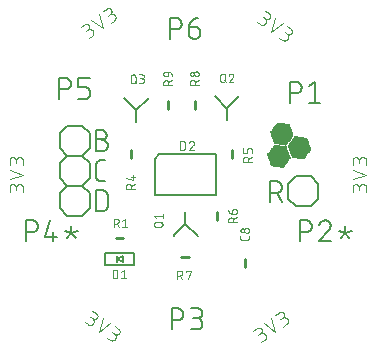
<source format=gbr>
G04 EAGLE Gerber RS-274X export*
G75*
%MOMM*%
%FSLAX34Y34*%
%LPD*%
%INSilkscreen Top*%
%IPPOS*%
%AMOC8*
5,1,8,0,0,1.08239X$1,22.5*%
G01*
%ADD10C,0.101600*%
%ADD11C,0.152400*%
%ADD12R,0.014731X0.014731*%
%ADD13R,0.147319X0.014731*%
%ADD14R,0.265175X0.014731*%
%ADD15R,0.383031X0.014731*%
%ADD16R,0.515619X0.014731*%
%ADD17R,0.633475X0.014731*%
%ADD18R,0.751331X0.014731*%
%ADD19R,0.883919X0.014731*%
%ADD20R,1.001775X0.014731*%
%ADD21R,1.119631X0.014731*%
%ADD22R,1.134363X0.014731*%
%ADD23R,1.149094X0.014731*%
%ADD24R,1.163825X0.014731*%
%ADD25R,1.178556X0.014731*%
%ADD26R,1.193288X0.014731*%
%ADD27R,1.222756X0.014731*%
%ADD28R,1.237488X0.014731*%
%ADD29R,1.266950X0.014731*%
%ADD30R,1.281681X0.014731*%
%ADD31R,1.311144X0.014731*%
%ADD32R,1.325881X0.014731*%
%ADD33R,1.355344X0.014731*%
%ADD34R,1.370075X0.014731*%
%ADD35R,1.384806X0.014731*%
%ADD36R,1.399538X0.014731*%
%ADD37R,1.414275X0.014731*%
%ADD38R,1.443738X0.014731*%
%ADD39R,1.458469X0.014731*%
%ADD40R,1.487931X0.014731*%
%ADD41R,1.502663X0.014731*%
%ADD42R,1.517394X0.014731*%
%ADD43R,1.532125X0.014731*%
%ADD44R,1.546856X0.014731*%
%ADD45R,1.576319X0.014731*%
%ADD46R,1.605788X0.014731*%
%ADD47R,1.620519X0.014731*%
%ADD48R,1.649981X0.014731*%
%ADD49R,1.664713X0.014731*%
%ADD50R,1.694175X0.014731*%
%ADD51R,1.708913X0.014731*%
%ADD52R,1.738375X0.014731*%
%ADD53R,1.753106X0.014731*%
%ADD54R,1.767838X0.014731*%
%ADD55R,1.782569X0.014731*%
%ADD56R,1.797306X0.014731*%
%ADD57R,0.117856X0.014731*%
%ADD58R,1.826769X0.014731*%
%ADD59R,0.235713X0.014731*%
%ADD60R,0.353569X0.014731*%
%ADD61R,1.856231X0.014731*%
%ADD62R,0.486156X0.014731*%
%ADD63R,1.870963X0.014731*%
%ADD64R,0.604013X0.014731*%
%ADD65R,0.721869X0.014731*%
%ADD66R,1.885694X0.014731*%
%ADD67R,0.839719X0.014731*%
%ADD68R,0.972306X0.014731*%
%ADD69R,1.090169X0.014731*%
%ADD70R,1.208025X0.014731*%
%ADD71R,1.252219X0.014731*%
%ADD72R,1.296412X0.014731*%
%ADD73R,1.340612X0.014731*%
%ADD74R,1.826763X0.014731*%
%ADD75R,1.414269X0.014731*%
%ADD76R,1.812031X0.014731*%
%ADD77R,1.429000X0.014731*%
%ADD78R,1.458462X0.014731*%
%ADD79R,1.473200X0.014731*%
%ADD80R,1.723644X0.014731*%
%ADD81R,1.694181X0.014731*%
%ADD82R,1.679450X0.014731*%
%ADD83R,1.561594X0.014731*%
%ADD84R,1.576325X0.014731*%
%ADD85R,1.591056X0.014731*%
%ADD86R,1.635250X0.014731*%
%ADD87R,1.561588X0.014731*%
%ADD88R,1.443731X0.014731*%
%ADD89R,1.797300X0.014731*%
%ADD90R,1.841500X0.014731*%
%ADD91R,1.311150X0.014731*%
%ADD92R,1.296419X0.014731*%
%ADD93R,1.193294X0.014731*%
%ADD94R,0.957575X0.014731*%
%ADD95R,0.589281X0.014731*%
%ADD96R,0.471425X0.014731*%
%ADD97R,0.220975X0.014731*%
%ADD98R,1.812038X0.014731*%
%ADD99R,0.103119X0.014731*%
%ADD100R,0.029463X0.014731*%
%ADD101R,0.162050X0.014731*%
%ADD102R,0.397763X0.014731*%
%ADD103R,0.648206X0.014731*%
%ADD104R,1.679444X0.014731*%
%ADD105R,1.016506X0.014731*%
%ADD106R,1.104900X0.014731*%
%ADD107R,1.222750X0.014731*%
%ADD108R,1.429006X0.014731*%
%ADD109R,1.208019X0.014731*%
%ADD110R,0.987044X0.014731*%
%ADD111R,0.854456X0.014731*%
%ADD112R,0.618744X0.014731*%
%ADD113R,0.500888X0.014731*%
%ADD114R,0.368300X0.014731*%
%ADD115R,0.132587X0.014731*%
%ADD116R,1.664719X0.014731*%
%ADD117R,1.075438X0.014731*%
%ADD118R,0.942844X0.014731*%
%ADD119R,0.707131X0.014731*%
%ADD120R,0.456694X0.014731*%
%ADD121R,0.088388X0.014731*%
%ADD122C,0.127000*%
%ADD123C,0.076200*%
%ADD124C,0.254000*%


D10*
X60828Y278270D02*
X63486Y276408D01*
X63580Y276345D01*
X63676Y276285D01*
X63774Y276228D01*
X63874Y276175D01*
X63976Y276125D01*
X64080Y276079D01*
X64185Y276037D01*
X64291Y275998D01*
X64399Y275963D01*
X64508Y275932D01*
X64618Y275904D01*
X64729Y275881D01*
X64840Y275861D01*
X64952Y275845D01*
X65065Y275833D01*
X65178Y275825D01*
X65291Y275821D01*
X65405Y275821D01*
X65518Y275825D01*
X65631Y275833D01*
X65744Y275845D01*
X65856Y275861D01*
X65967Y275881D01*
X66078Y275904D01*
X66188Y275932D01*
X66297Y275963D01*
X66405Y275998D01*
X66511Y276037D01*
X66616Y276079D01*
X66720Y276125D01*
X66822Y276175D01*
X66922Y276228D01*
X67020Y276285D01*
X67116Y276345D01*
X67210Y276408D01*
X67301Y276475D01*
X67391Y276544D01*
X67478Y276617D01*
X67562Y276693D01*
X67643Y276772D01*
X67722Y276853D01*
X67798Y276937D01*
X67871Y277024D01*
X67940Y277114D01*
X68007Y277205D01*
X68070Y277299D01*
X68130Y277395D01*
X68187Y277493D01*
X68240Y277593D01*
X68290Y277695D01*
X68336Y277799D01*
X68378Y277904D01*
X68417Y278010D01*
X68452Y278118D01*
X68483Y278227D01*
X68511Y278337D01*
X68534Y278448D01*
X68554Y278559D01*
X68570Y278671D01*
X68582Y278784D01*
X68590Y278897D01*
X68594Y279010D01*
X68594Y279124D01*
X68590Y279237D01*
X68582Y279350D01*
X68570Y279463D01*
X68554Y279575D01*
X68534Y279686D01*
X68511Y279797D01*
X68483Y279907D01*
X68452Y280016D01*
X68417Y280124D01*
X68378Y280230D01*
X68336Y280335D01*
X68290Y280439D01*
X68240Y280541D01*
X68187Y280641D01*
X68130Y280739D01*
X68070Y280835D01*
X68007Y280929D01*
X67940Y281020D01*
X67871Y281110D01*
X67798Y281197D01*
X67722Y281281D01*
X67643Y281362D01*
X67562Y281441D01*
X67478Y281517D01*
X67391Y281590D01*
X67302Y281659D01*
X67210Y281726D01*
X70720Y285607D02*
X67529Y287840D01*
X70719Y285607D02*
X70800Y285547D01*
X70879Y285485D01*
X70956Y285419D01*
X71030Y285351D01*
X71101Y285280D01*
X71169Y285206D01*
X71235Y285129D01*
X71297Y285050D01*
X71357Y284969D01*
X71413Y284885D01*
X71466Y284800D01*
X71515Y284712D01*
X71561Y284623D01*
X71604Y284531D01*
X71643Y284438D01*
X71678Y284344D01*
X71710Y284249D01*
X71738Y284152D01*
X71762Y284054D01*
X71782Y283956D01*
X71799Y283856D01*
X71811Y283756D01*
X71820Y283656D01*
X71825Y283556D01*
X71826Y283455D01*
X71823Y283354D01*
X71816Y283254D01*
X71805Y283154D01*
X71791Y283054D01*
X71772Y282955D01*
X71750Y282857D01*
X71724Y282760D01*
X71694Y282663D01*
X71661Y282569D01*
X71624Y282475D01*
X71583Y282383D01*
X71538Y282292D01*
X71491Y282204D01*
X71439Y282117D01*
X71385Y282033D01*
X71327Y281950D01*
X71266Y281870D01*
X71202Y281792D01*
X71135Y281717D01*
X71066Y281644D01*
X70993Y281575D01*
X70918Y281508D01*
X70840Y281444D01*
X70760Y281383D01*
X70677Y281325D01*
X70593Y281271D01*
X70506Y281219D01*
X70418Y281172D01*
X70327Y281127D01*
X70235Y281086D01*
X70141Y281049D01*
X70047Y281016D01*
X69950Y280986D01*
X69853Y280960D01*
X69755Y280938D01*
X69656Y280919D01*
X69556Y280905D01*
X69456Y280894D01*
X69356Y280887D01*
X69255Y280884D01*
X69154Y280885D01*
X69054Y280890D01*
X68954Y280899D01*
X68854Y280911D01*
X68754Y280928D01*
X68656Y280948D01*
X68558Y280972D01*
X68461Y281000D01*
X68366Y281032D01*
X68272Y281067D01*
X68179Y281106D01*
X68087Y281149D01*
X67998Y281195D01*
X67910Y281244D01*
X67825Y281297D01*
X67741Y281353D01*
X65614Y282842D01*
X76360Y281657D02*
X72849Y269852D01*
X82741Y277189D01*
X79553Y265158D02*
X82212Y263296D01*
X82306Y263233D01*
X82402Y263173D01*
X82500Y263116D01*
X82600Y263063D01*
X82702Y263013D01*
X82806Y262967D01*
X82911Y262925D01*
X83017Y262886D01*
X83125Y262851D01*
X83234Y262820D01*
X83344Y262792D01*
X83455Y262769D01*
X83566Y262749D01*
X83678Y262733D01*
X83791Y262721D01*
X83904Y262713D01*
X84017Y262709D01*
X84131Y262709D01*
X84244Y262713D01*
X84357Y262721D01*
X84470Y262733D01*
X84582Y262749D01*
X84693Y262769D01*
X84804Y262792D01*
X84914Y262820D01*
X85023Y262851D01*
X85131Y262886D01*
X85237Y262925D01*
X85342Y262967D01*
X85446Y263013D01*
X85548Y263063D01*
X85648Y263116D01*
X85746Y263173D01*
X85842Y263233D01*
X85936Y263296D01*
X86027Y263363D01*
X86117Y263432D01*
X86204Y263505D01*
X86288Y263581D01*
X86369Y263660D01*
X86448Y263741D01*
X86524Y263825D01*
X86597Y263912D01*
X86666Y264002D01*
X86733Y264093D01*
X86796Y264187D01*
X86856Y264283D01*
X86913Y264381D01*
X86966Y264481D01*
X87016Y264583D01*
X87062Y264687D01*
X87104Y264792D01*
X87143Y264898D01*
X87178Y265006D01*
X87209Y265115D01*
X87237Y265225D01*
X87260Y265336D01*
X87280Y265447D01*
X87296Y265559D01*
X87308Y265672D01*
X87316Y265785D01*
X87320Y265898D01*
X87320Y266012D01*
X87316Y266125D01*
X87308Y266238D01*
X87296Y266351D01*
X87280Y266463D01*
X87260Y266574D01*
X87237Y266685D01*
X87209Y266795D01*
X87178Y266904D01*
X87143Y267012D01*
X87104Y267118D01*
X87062Y267223D01*
X87016Y267327D01*
X86966Y267429D01*
X86913Y267529D01*
X86856Y267627D01*
X86796Y267723D01*
X86733Y267817D01*
X86666Y267908D01*
X86597Y267998D01*
X86524Y268085D01*
X86448Y268169D01*
X86369Y268250D01*
X86288Y268329D01*
X86204Y268405D01*
X86117Y268478D01*
X86028Y268547D01*
X85936Y268614D01*
X89445Y272495D02*
X86255Y274728D01*
X89445Y272495D02*
X89526Y272435D01*
X89605Y272373D01*
X89682Y272307D01*
X89756Y272239D01*
X89827Y272168D01*
X89895Y272094D01*
X89961Y272017D01*
X90023Y271938D01*
X90083Y271857D01*
X90139Y271773D01*
X90192Y271688D01*
X90241Y271600D01*
X90287Y271511D01*
X90330Y271419D01*
X90369Y271326D01*
X90404Y271232D01*
X90436Y271137D01*
X90464Y271040D01*
X90488Y270942D01*
X90508Y270844D01*
X90525Y270744D01*
X90537Y270644D01*
X90546Y270544D01*
X90551Y270444D01*
X90552Y270343D01*
X90549Y270242D01*
X90542Y270142D01*
X90531Y270042D01*
X90517Y269942D01*
X90498Y269843D01*
X90476Y269745D01*
X90450Y269648D01*
X90420Y269551D01*
X90387Y269457D01*
X90350Y269363D01*
X90309Y269271D01*
X90264Y269180D01*
X90217Y269092D01*
X90165Y269005D01*
X90111Y268921D01*
X90053Y268838D01*
X89992Y268758D01*
X89928Y268680D01*
X89861Y268605D01*
X89792Y268532D01*
X89719Y268463D01*
X89644Y268396D01*
X89566Y268332D01*
X89486Y268271D01*
X89403Y268213D01*
X89319Y268159D01*
X89232Y268107D01*
X89144Y268060D01*
X89053Y268015D01*
X88961Y267974D01*
X88867Y267937D01*
X88773Y267904D01*
X88676Y267874D01*
X88579Y267848D01*
X88481Y267826D01*
X88382Y267807D01*
X88282Y267793D01*
X88182Y267782D01*
X88082Y267775D01*
X87981Y267772D01*
X87880Y267773D01*
X87780Y267778D01*
X87680Y267787D01*
X87580Y267799D01*
X87480Y267816D01*
X87382Y267836D01*
X87284Y267860D01*
X87187Y267888D01*
X87092Y267920D01*
X86998Y267955D01*
X86905Y267994D01*
X86813Y268037D01*
X86724Y268083D01*
X86636Y268132D01*
X86551Y268185D01*
X86467Y268241D01*
X84340Y269730D01*
X153480Y137795D02*
X153480Y134549D01*
X153480Y137795D02*
X153478Y137908D01*
X153472Y138021D01*
X153462Y138134D01*
X153448Y138247D01*
X153431Y138359D01*
X153409Y138470D01*
X153384Y138580D01*
X153354Y138690D01*
X153321Y138798D01*
X153284Y138905D01*
X153244Y139011D01*
X153199Y139115D01*
X153151Y139218D01*
X153100Y139319D01*
X153045Y139418D01*
X152987Y139515D01*
X152925Y139610D01*
X152860Y139703D01*
X152792Y139793D01*
X152721Y139881D01*
X152646Y139967D01*
X152569Y140050D01*
X152489Y140130D01*
X152406Y140207D01*
X152320Y140282D01*
X152232Y140353D01*
X152142Y140421D01*
X152049Y140486D01*
X151954Y140548D01*
X151857Y140606D01*
X151758Y140661D01*
X151657Y140712D01*
X151554Y140760D01*
X151450Y140805D01*
X151344Y140845D01*
X151237Y140882D01*
X151129Y140915D01*
X151019Y140945D01*
X150909Y140970D01*
X150798Y140992D01*
X150686Y141009D01*
X150573Y141023D01*
X150460Y141033D01*
X150347Y141039D01*
X150234Y141041D01*
X150121Y141039D01*
X150008Y141033D01*
X149895Y141023D01*
X149782Y141009D01*
X149670Y140992D01*
X149559Y140970D01*
X149449Y140945D01*
X149339Y140915D01*
X149231Y140882D01*
X149124Y140845D01*
X149018Y140805D01*
X148914Y140760D01*
X148811Y140712D01*
X148710Y140661D01*
X148611Y140606D01*
X148514Y140548D01*
X148419Y140486D01*
X148326Y140421D01*
X148236Y140353D01*
X148148Y140282D01*
X148062Y140207D01*
X147979Y140130D01*
X147899Y140050D01*
X147822Y139967D01*
X147747Y139881D01*
X147676Y139793D01*
X147608Y139703D01*
X147543Y139610D01*
X147481Y139515D01*
X147423Y139418D01*
X147368Y139319D01*
X147317Y139218D01*
X147269Y139115D01*
X147224Y139011D01*
X147184Y138905D01*
X147147Y138798D01*
X147114Y138690D01*
X147084Y138580D01*
X147059Y138470D01*
X147037Y138359D01*
X147020Y138247D01*
X147006Y138134D01*
X146996Y138021D01*
X146990Y137908D01*
X146988Y137795D01*
X141796Y138444D02*
X141796Y134549D01*
X141796Y138444D02*
X141798Y138545D01*
X141804Y138645D01*
X141814Y138745D01*
X141827Y138845D01*
X141845Y138944D01*
X141866Y139043D01*
X141891Y139140D01*
X141920Y139237D01*
X141953Y139332D01*
X141989Y139426D01*
X142029Y139518D01*
X142072Y139609D01*
X142119Y139698D01*
X142169Y139785D01*
X142223Y139871D01*
X142280Y139954D01*
X142340Y140034D01*
X142403Y140113D01*
X142470Y140189D01*
X142539Y140262D01*
X142611Y140332D01*
X142685Y140400D01*
X142762Y140465D01*
X142842Y140526D01*
X142924Y140585D01*
X143008Y140640D01*
X143094Y140692D01*
X143182Y140741D01*
X143272Y140786D01*
X143364Y140828D01*
X143457Y140866D01*
X143552Y140900D01*
X143647Y140931D01*
X143744Y140958D01*
X143842Y140981D01*
X143941Y141001D01*
X144041Y141016D01*
X144141Y141028D01*
X144241Y141036D01*
X144342Y141040D01*
X144442Y141040D01*
X144543Y141036D01*
X144643Y141028D01*
X144743Y141016D01*
X144843Y141001D01*
X144942Y140981D01*
X145040Y140958D01*
X145137Y140931D01*
X145232Y140900D01*
X145327Y140866D01*
X145420Y140828D01*
X145512Y140786D01*
X145602Y140741D01*
X145690Y140692D01*
X145776Y140640D01*
X145860Y140585D01*
X145942Y140526D01*
X146022Y140465D01*
X146099Y140400D01*
X146173Y140332D01*
X146245Y140262D01*
X146314Y140189D01*
X146381Y140113D01*
X146444Y140034D01*
X146504Y139954D01*
X146561Y139871D01*
X146615Y139785D01*
X146665Y139698D01*
X146712Y139609D01*
X146755Y139518D01*
X146795Y139426D01*
X146831Y139332D01*
X146864Y139237D01*
X146893Y139140D01*
X146918Y139043D01*
X146939Y138944D01*
X146957Y138845D01*
X146970Y138745D01*
X146980Y138645D01*
X146986Y138545D01*
X146988Y138444D01*
X146988Y135848D01*
X141796Y145330D02*
X153480Y149225D01*
X141796Y153120D01*
X153480Y157409D02*
X153480Y160655D01*
X153478Y160768D01*
X153472Y160881D01*
X153462Y160994D01*
X153448Y161107D01*
X153431Y161219D01*
X153409Y161330D01*
X153384Y161440D01*
X153354Y161550D01*
X153321Y161658D01*
X153284Y161765D01*
X153244Y161871D01*
X153199Y161975D01*
X153151Y162078D01*
X153100Y162179D01*
X153045Y162278D01*
X152987Y162375D01*
X152925Y162470D01*
X152860Y162563D01*
X152792Y162653D01*
X152721Y162741D01*
X152646Y162827D01*
X152569Y162910D01*
X152489Y162990D01*
X152406Y163067D01*
X152320Y163142D01*
X152232Y163213D01*
X152142Y163281D01*
X152049Y163346D01*
X151954Y163408D01*
X151857Y163466D01*
X151758Y163521D01*
X151657Y163572D01*
X151554Y163620D01*
X151450Y163665D01*
X151344Y163705D01*
X151237Y163742D01*
X151129Y163775D01*
X151019Y163805D01*
X150909Y163830D01*
X150798Y163852D01*
X150686Y163869D01*
X150573Y163883D01*
X150460Y163893D01*
X150347Y163899D01*
X150234Y163901D01*
X150121Y163899D01*
X150008Y163893D01*
X149895Y163883D01*
X149782Y163869D01*
X149670Y163852D01*
X149559Y163830D01*
X149449Y163805D01*
X149339Y163775D01*
X149231Y163742D01*
X149124Y163705D01*
X149018Y163665D01*
X148914Y163620D01*
X148811Y163572D01*
X148710Y163521D01*
X148611Y163466D01*
X148514Y163408D01*
X148419Y163346D01*
X148326Y163281D01*
X148236Y163213D01*
X148148Y163142D01*
X148062Y163067D01*
X147979Y162990D01*
X147899Y162910D01*
X147822Y162827D01*
X147747Y162741D01*
X147676Y162653D01*
X147608Y162563D01*
X147543Y162470D01*
X147481Y162375D01*
X147423Y162278D01*
X147368Y162179D01*
X147317Y162078D01*
X147269Y161975D01*
X147224Y161871D01*
X147184Y161765D01*
X147147Y161658D01*
X147114Y161550D01*
X147084Y161440D01*
X147059Y161330D01*
X147037Y161219D01*
X147020Y161107D01*
X147006Y160994D01*
X146996Y160881D01*
X146990Y160768D01*
X146988Y160655D01*
X141796Y161304D02*
X141796Y157409D01*
X141796Y161304D02*
X141798Y161405D01*
X141804Y161505D01*
X141814Y161605D01*
X141827Y161705D01*
X141845Y161804D01*
X141866Y161903D01*
X141891Y162000D01*
X141920Y162097D01*
X141953Y162192D01*
X141989Y162286D01*
X142029Y162378D01*
X142072Y162469D01*
X142119Y162558D01*
X142169Y162645D01*
X142223Y162731D01*
X142280Y162814D01*
X142340Y162894D01*
X142403Y162973D01*
X142470Y163049D01*
X142539Y163122D01*
X142611Y163192D01*
X142685Y163260D01*
X142762Y163325D01*
X142842Y163386D01*
X142924Y163445D01*
X143008Y163500D01*
X143094Y163552D01*
X143182Y163601D01*
X143272Y163646D01*
X143364Y163688D01*
X143457Y163726D01*
X143552Y163760D01*
X143647Y163791D01*
X143744Y163818D01*
X143842Y163841D01*
X143941Y163861D01*
X144041Y163876D01*
X144141Y163888D01*
X144241Y163896D01*
X144342Y163900D01*
X144442Y163900D01*
X144543Y163896D01*
X144643Y163888D01*
X144743Y163876D01*
X144843Y163861D01*
X144942Y163841D01*
X145040Y163818D01*
X145137Y163791D01*
X145232Y163760D01*
X145327Y163726D01*
X145420Y163688D01*
X145512Y163646D01*
X145602Y163601D01*
X145690Y163552D01*
X145776Y163500D01*
X145860Y163445D01*
X145942Y163386D01*
X146022Y163325D01*
X146099Y163260D01*
X146173Y163192D01*
X146245Y163122D01*
X146314Y163049D01*
X146381Y162973D01*
X146444Y162894D01*
X146504Y162814D01*
X146561Y162731D01*
X146615Y162645D01*
X146665Y162558D01*
X146712Y162469D01*
X146755Y162378D01*
X146795Y162286D01*
X146831Y162192D01*
X146864Y162097D01*
X146893Y162000D01*
X146918Y161903D01*
X146939Y161804D01*
X146957Y161705D01*
X146970Y161605D01*
X146980Y161505D01*
X146986Y161405D01*
X146988Y161304D01*
X146988Y158708D01*
X67013Y9296D02*
X64354Y7434D01*
X67013Y9296D02*
X67104Y9363D01*
X67194Y9432D01*
X67281Y9505D01*
X67365Y9581D01*
X67446Y9660D01*
X67525Y9741D01*
X67601Y9825D01*
X67674Y9912D01*
X67743Y10002D01*
X67810Y10093D01*
X67873Y10187D01*
X67933Y10283D01*
X67990Y10381D01*
X68043Y10481D01*
X68093Y10583D01*
X68139Y10687D01*
X68181Y10792D01*
X68220Y10898D01*
X68255Y11006D01*
X68286Y11115D01*
X68314Y11225D01*
X68337Y11336D01*
X68357Y11447D01*
X68373Y11559D01*
X68385Y11672D01*
X68393Y11785D01*
X68397Y11898D01*
X68397Y12012D01*
X68393Y12125D01*
X68385Y12238D01*
X68373Y12351D01*
X68357Y12463D01*
X68337Y12574D01*
X68314Y12685D01*
X68286Y12795D01*
X68255Y12904D01*
X68220Y13012D01*
X68181Y13118D01*
X68139Y13223D01*
X68093Y13327D01*
X68043Y13429D01*
X67990Y13529D01*
X67933Y13627D01*
X67873Y13723D01*
X67810Y13817D01*
X67743Y13908D01*
X67674Y13998D01*
X67601Y14085D01*
X67525Y14169D01*
X67446Y14250D01*
X67365Y14329D01*
X67281Y14405D01*
X67194Y14478D01*
X67105Y14547D01*
X67013Y14614D01*
X66919Y14677D01*
X66823Y14737D01*
X66725Y14794D01*
X66625Y14847D01*
X66523Y14897D01*
X66419Y14943D01*
X66314Y14985D01*
X66208Y15024D01*
X66100Y15059D01*
X65991Y15090D01*
X65881Y15118D01*
X65770Y15141D01*
X65659Y15161D01*
X65547Y15177D01*
X65434Y15189D01*
X65321Y15197D01*
X65208Y15201D01*
X65094Y15201D01*
X64981Y15197D01*
X64868Y15189D01*
X64755Y15177D01*
X64643Y15161D01*
X64532Y15141D01*
X64421Y15118D01*
X64311Y15090D01*
X64202Y15059D01*
X64094Y15024D01*
X63988Y14985D01*
X63883Y14943D01*
X63779Y14897D01*
X63677Y14847D01*
X63577Y14794D01*
X63479Y14737D01*
X63383Y14677D01*
X63289Y14614D01*
X60843Y19239D02*
X57653Y17005D01*
X60843Y19239D02*
X60927Y19295D01*
X61012Y19348D01*
X61100Y19397D01*
X61189Y19443D01*
X61281Y19486D01*
X61374Y19525D01*
X61468Y19560D01*
X61563Y19592D01*
X61660Y19620D01*
X61758Y19644D01*
X61856Y19664D01*
X61956Y19681D01*
X62056Y19693D01*
X62156Y19702D01*
X62257Y19707D01*
X62357Y19708D01*
X62458Y19705D01*
X62558Y19698D01*
X62658Y19687D01*
X62758Y19673D01*
X62857Y19654D01*
X62955Y19632D01*
X63052Y19606D01*
X63149Y19576D01*
X63244Y19543D01*
X63337Y19506D01*
X63429Y19465D01*
X63520Y19420D01*
X63608Y19373D01*
X63695Y19321D01*
X63779Y19267D01*
X63862Y19209D01*
X63942Y19148D01*
X64020Y19084D01*
X64095Y19017D01*
X64168Y18948D01*
X64237Y18875D01*
X64304Y18800D01*
X64368Y18722D01*
X64429Y18642D01*
X64487Y18559D01*
X64541Y18475D01*
X64593Y18388D01*
X64640Y18300D01*
X64685Y18209D01*
X64726Y18117D01*
X64763Y18023D01*
X64796Y17929D01*
X64826Y17832D01*
X64852Y17735D01*
X64874Y17637D01*
X64893Y17538D01*
X64907Y17438D01*
X64918Y17338D01*
X64925Y17238D01*
X64928Y17137D01*
X64927Y17037D01*
X64922Y16936D01*
X64913Y16836D01*
X64901Y16736D01*
X64884Y16636D01*
X64864Y16538D01*
X64840Y16440D01*
X64812Y16343D01*
X64780Y16248D01*
X64745Y16154D01*
X64706Y16061D01*
X64663Y15969D01*
X64617Y15880D01*
X64568Y15792D01*
X64515Y15707D01*
X64459Y15623D01*
X64399Y15542D01*
X64337Y15463D01*
X64271Y15386D01*
X64203Y15312D01*
X64132Y15241D01*
X64058Y15173D01*
X63981Y15107D01*
X63902Y15045D01*
X63821Y14985D01*
X63821Y14986D02*
X61695Y13496D01*
X66484Y23189D02*
X76376Y15852D01*
X72864Y27657D01*
X83080Y20546D02*
X85739Y22408D01*
X85739Y22407D02*
X85830Y22474D01*
X85920Y22543D01*
X86007Y22616D01*
X86091Y22692D01*
X86172Y22771D01*
X86251Y22852D01*
X86327Y22936D01*
X86400Y23023D01*
X86469Y23113D01*
X86536Y23204D01*
X86599Y23298D01*
X86659Y23394D01*
X86716Y23492D01*
X86769Y23592D01*
X86819Y23694D01*
X86865Y23798D01*
X86907Y23903D01*
X86946Y24009D01*
X86981Y24117D01*
X87012Y24226D01*
X87040Y24336D01*
X87063Y24447D01*
X87083Y24558D01*
X87099Y24670D01*
X87111Y24783D01*
X87119Y24896D01*
X87123Y25009D01*
X87123Y25123D01*
X87119Y25236D01*
X87111Y25349D01*
X87099Y25462D01*
X87083Y25574D01*
X87063Y25685D01*
X87040Y25796D01*
X87012Y25906D01*
X86981Y26015D01*
X86946Y26123D01*
X86907Y26229D01*
X86865Y26334D01*
X86819Y26438D01*
X86769Y26540D01*
X86716Y26640D01*
X86659Y26738D01*
X86599Y26834D01*
X86536Y26928D01*
X86469Y27019D01*
X86400Y27109D01*
X86327Y27196D01*
X86251Y27280D01*
X86172Y27361D01*
X86091Y27440D01*
X86007Y27516D01*
X85920Y27589D01*
X85831Y27658D01*
X85739Y27725D01*
X85645Y27788D01*
X85549Y27848D01*
X85451Y27905D01*
X85351Y27958D01*
X85249Y28008D01*
X85145Y28054D01*
X85040Y28096D01*
X84934Y28135D01*
X84826Y28170D01*
X84717Y28201D01*
X84607Y28229D01*
X84496Y28252D01*
X84385Y28272D01*
X84273Y28288D01*
X84160Y28300D01*
X84047Y28308D01*
X83934Y28312D01*
X83820Y28312D01*
X83707Y28308D01*
X83594Y28300D01*
X83481Y28288D01*
X83369Y28272D01*
X83258Y28252D01*
X83147Y28229D01*
X83037Y28201D01*
X82928Y28170D01*
X82820Y28135D01*
X82714Y28096D01*
X82609Y28054D01*
X82505Y28008D01*
X82403Y27958D01*
X82303Y27905D01*
X82205Y27848D01*
X82109Y27788D01*
X82015Y27725D01*
X79569Y32351D02*
X76378Y30117D01*
X79569Y32351D02*
X79653Y32407D01*
X79738Y32460D01*
X79826Y32509D01*
X79915Y32555D01*
X80007Y32598D01*
X80100Y32637D01*
X80194Y32672D01*
X80289Y32704D01*
X80386Y32732D01*
X80484Y32756D01*
X80582Y32776D01*
X80682Y32793D01*
X80782Y32805D01*
X80882Y32814D01*
X80983Y32819D01*
X81083Y32820D01*
X81184Y32817D01*
X81284Y32810D01*
X81384Y32799D01*
X81484Y32785D01*
X81583Y32766D01*
X81681Y32744D01*
X81778Y32718D01*
X81875Y32688D01*
X81970Y32655D01*
X82063Y32618D01*
X82155Y32577D01*
X82246Y32532D01*
X82334Y32485D01*
X82421Y32433D01*
X82505Y32379D01*
X82588Y32321D01*
X82668Y32260D01*
X82746Y32196D01*
X82821Y32129D01*
X82894Y32060D01*
X82963Y31987D01*
X83030Y31912D01*
X83094Y31834D01*
X83155Y31754D01*
X83213Y31671D01*
X83267Y31587D01*
X83319Y31500D01*
X83366Y31412D01*
X83411Y31321D01*
X83452Y31229D01*
X83489Y31135D01*
X83522Y31041D01*
X83552Y30944D01*
X83578Y30847D01*
X83600Y30749D01*
X83619Y30650D01*
X83633Y30550D01*
X83644Y30450D01*
X83651Y30350D01*
X83654Y30249D01*
X83653Y30149D01*
X83648Y30048D01*
X83639Y29948D01*
X83627Y29848D01*
X83610Y29748D01*
X83590Y29650D01*
X83566Y29552D01*
X83538Y29455D01*
X83506Y29360D01*
X83471Y29266D01*
X83432Y29173D01*
X83389Y29081D01*
X83343Y28992D01*
X83294Y28904D01*
X83241Y28819D01*
X83185Y28735D01*
X83125Y28654D01*
X83063Y28575D01*
X82997Y28498D01*
X82929Y28424D01*
X82858Y28353D01*
X82784Y28285D01*
X82707Y28219D01*
X82628Y28157D01*
X82547Y28097D01*
X80420Y26608D01*
X-82564Y22408D02*
X-85222Y24270D01*
X-82564Y22408D02*
X-82470Y22345D01*
X-82374Y22285D01*
X-82276Y22228D01*
X-82176Y22175D01*
X-82074Y22125D01*
X-81970Y22079D01*
X-81865Y22037D01*
X-81759Y21998D01*
X-81651Y21963D01*
X-81542Y21932D01*
X-81432Y21904D01*
X-81321Y21881D01*
X-81210Y21861D01*
X-81098Y21845D01*
X-80985Y21833D01*
X-80872Y21825D01*
X-80759Y21821D01*
X-80645Y21821D01*
X-80532Y21825D01*
X-80419Y21833D01*
X-80306Y21845D01*
X-80194Y21861D01*
X-80083Y21881D01*
X-79972Y21904D01*
X-79862Y21932D01*
X-79753Y21963D01*
X-79645Y21998D01*
X-79539Y22037D01*
X-79434Y22079D01*
X-79330Y22125D01*
X-79228Y22175D01*
X-79128Y22228D01*
X-79030Y22285D01*
X-78934Y22345D01*
X-78840Y22408D01*
X-78749Y22475D01*
X-78659Y22544D01*
X-78572Y22617D01*
X-78488Y22693D01*
X-78407Y22772D01*
X-78328Y22853D01*
X-78252Y22937D01*
X-78179Y23024D01*
X-78110Y23114D01*
X-78043Y23205D01*
X-77980Y23299D01*
X-77920Y23395D01*
X-77863Y23493D01*
X-77810Y23593D01*
X-77760Y23695D01*
X-77714Y23799D01*
X-77672Y23904D01*
X-77633Y24010D01*
X-77598Y24118D01*
X-77567Y24227D01*
X-77539Y24337D01*
X-77516Y24448D01*
X-77496Y24559D01*
X-77480Y24671D01*
X-77468Y24784D01*
X-77460Y24897D01*
X-77456Y25010D01*
X-77456Y25124D01*
X-77460Y25237D01*
X-77468Y25350D01*
X-77480Y25463D01*
X-77496Y25575D01*
X-77516Y25686D01*
X-77539Y25797D01*
X-77567Y25907D01*
X-77598Y26016D01*
X-77633Y26124D01*
X-77672Y26230D01*
X-77714Y26335D01*
X-77760Y26439D01*
X-77810Y26541D01*
X-77863Y26641D01*
X-77920Y26739D01*
X-77980Y26835D01*
X-78043Y26929D01*
X-78110Y27020D01*
X-78179Y27110D01*
X-78252Y27197D01*
X-78328Y27281D01*
X-78407Y27362D01*
X-78488Y27441D01*
X-78572Y27517D01*
X-78659Y27590D01*
X-78748Y27659D01*
X-78840Y27726D01*
X-75330Y31607D02*
X-78521Y33840D01*
X-75331Y31607D02*
X-75250Y31547D01*
X-75171Y31485D01*
X-75094Y31419D01*
X-75020Y31351D01*
X-74949Y31280D01*
X-74881Y31206D01*
X-74815Y31129D01*
X-74753Y31050D01*
X-74693Y30969D01*
X-74637Y30885D01*
X-74584Y30800D01*
X-74535Y30712D01*
X-74489Y30623D01*
X-74446Y30531D01*
X-74407Y30438D01*
X-74372Y30344D01*
X-74340Y30249D01*
X-74312Y30152D01*
X-74288Y30054D01*
X-74268Y29956D01*
X-74251Y29856D01*
X-74239Y29756D01*
X-74230Y29656D01*
X-74225Y29555D01*
X-74224Y29455D01*
X-74227Y29354D01*
X-74234Y29254D01*
X-74245Y29154D01*
X-74259Y29054D01*
X-74278Y28955D01*
X-74300Y28857D01*
X-74326Y28760D01*
X-74356Y28663D01*
X-74389Y28569D01*
X-74426Y28475D01*
X-74467Y28383D01*
X-74512Y28292D01*
X-74559Y28204D01*
X-74611Y28117D01*
X-74665Y28033D01*
X-74723Y27950D01*
X-74784Y27870D01*
X-74848Y27792D01*
X-74915Y27717D01*
X-74984Y27644D01*
X-75057Y27575D01*
X-75132Y27508D01*
X-75210Y27444D01*
X-75290Y27383D01*
X-75373Y27325D01*
X-75457Y27271D01*
X-75544Y27219D01*
X-75632Y27172D01*
X-75723Y27127D01*
X-75815Y27086D01*
X-75908Y27049D01*
X-76003Y27016D01*
X-76100Y26986D01*
X-76197Y26960D01*
X-76295Y26938D01*
X-76394Y26919D01*
X-76494Y26905D01*
X-76594Y26894D01*
X-76694Y26887D01*
X-76795Y26884D01*
X-76895Y26885D01*
X-76996Y26890D01*
X-77096Y26899D01*
X-77196Y26911D01*
X-77296Y26928D01*
X-77394Y26948D01*
X-77492Y26972D01*
X-77589Y27000D01*
X-77684Y27032D01*
X-77778Y27067D01*
X-77871Y27106D01*
X-77963Y27149D01*
X-78052Y27195D01*
X-78140Y27244D01*
X-78225Y27297D01*
X-78309Y27353D01*
X-80436Y28842D01*
X-69689Y27657D02*
X-73201Y15852D01*
X-63309Y23189D01*
X-66496Y11158D02*
X-63838Y9296D01*
X-63744Y9233D01*
X-63648Y9173D01*
X-63550Y9116D01*
X-63450Y9063D01*
X-63348Y9013D01*
X-63244Y8967D01*
X-63139Y8925D01*
X-63033Y8886D01*
X-62925Y8851D01*
X-62816Y8820D01*
X-62706Y8792D01*
X-62595Y8769D01*
X-62484Y8749D01*
X-62372Y8733D01*
X-62259Y8721D01*
X-62146Y8713D01*
X-62033Y8709D01*
X-61919Y8709D01*
X-61806Y8713D01*
X-61693Y8721D01*
X-61580Y8733D01*
X-61468Y8749D01*
X-61357Y8769D01*
X-61246Y8792D01*
X-61136Y8820D01*
X-61027Y8851D01*
X-60919Y8886D01*
X-60813Y8925D01*
X-60708Y8967D01*
X-60604Y9013D01*
X-60502Y9063D01*
X-60402Y9116D01*
X-60304Y9173D01*
X-60208Y9233D01*
X-60114Y9296D01*
X-60023Y9363D01*
X-59933Y9432D01*
X-59846Y9505D01*
X-59762Y9581D01*
X-59681Y9660D01*
X-59602Y9741D01*
X-59526Y9825D01*
X-59453Y9912D01*
X-59384Y10002D01*
X-59317Y10093D01*
X-59254Y10187D01*
X-59194Y10283D01*
X-59137Y10381D01*
X-59084Y10481D01*
X-59034Y10583D01*
X-58988Y10687D01*
X-58946Y10792D01*
X-58907Y10898D01*
X-58872Y11006D01*
X-58841Y11115D01*
X-58813Y11225D01*
X-58790Y11336D01*
X-58770Y11447D01*
X-58754Y11559D01*
X-58742Y11672D01*
X-58734Y11785D01*
X-58730Y11898D01*
X-58730Y12012D01*
X-58734Y12125D01*
X-58742Y12238D01*
X-58754Y12351D01*
X-58770Y12463D01*
X-58790Y12574D01*
X-58813Y12685D01*
X-58841Y12795D01*
X-58872Y12904D01*
X-58907Y13012D01*
X-58946Y13118D01*
X-58988Y13223D01*
X-59034Y13327D01*
X-59084Y13429D01*
X-59137Y13529D01*
X-59194Y13627D01*
X-59254Y13723D01*
X-59317Y13817D01*
X-59384Y13908D01*
X-59453Y13998D01*
X-59526Y14085D01*
X-59602Y14169D01*
X-59681Y14250D01*
X-59762Y14329D01*
X-59846Y14405D01*
X-59933Y14478D01*
X-60022Y14547D01*
X-60114Y14614D01*
X-56604Y18495D02*
X-59795Y20728D01*
X-56605Y18495D02*
X-56524Y18435D01*
X-56445Y18373D01*
X-56368Y18307D01*
X-56294Y18239D01*
X-56223Y18168D01*
X-56155Y18094D01*
X-56089Y18017D01*
X-56027Y17938D01*
X-55967Y17857D01*
X-55911Y17773D01*
X-55858Y17688D01*
X-55809Y17600D01*
X-55763Y17511D01*
X-55720Y17419D01*
X-55681Y17326D01*
X-55646Y17232D01*
X-55614Y17137D01*
X-55586Y17040D01*
X-55562Y16942D01*
X-55542Y16844D01*
X-55525Y16744D01*
X-55513Y16644D01*
X-55504Y16544D01*
X-55499Y16443D01*
X-55498Y16343D01*
X-55501Y16242D01*
X-55508Y16142D01*
X-55519Y16042D01*
X-55533Y15942D01*
X-55552Y15843D01*
X-55574Y15745D01*
X-55600Y15648D01*
X-55630Y15551D01*
X-55663Y15457D01*
X-55700Y15363D01*
X-55741Y15271D01*
X-55786Y15180D01*
X-55833Y15092D01*
X-55885Y15005D01*
X-55939Y14921D01*
X-55997Y14838D01*
X-56058Y14758D01*
X-56122Y14680D01*
X-56189Y14605D01*
X-56258Y14532D01*
X-56331Y14463D01*
X-56406Y14396D01*
X-56484Y14332D01*
X-56564Y14271D01*
X-56647Y14213D01*
X-56731Y14159D01*
X-56818Y14107D01*
X-56906Y14060D01*
X-56997Y14015D01*
X-57089Y13974D01*
X-57182Y13937D01*
X-57277Y13904D01*
X-57374Y13874D01*
X-57471Y13848D01*
X-57569Y13826D01*
X-57668Y13807D01*
X-57768Y13793D01*
X-57868Y13782D01*
X-57968Y13775D01*
X-58069Y13772D01*
X-58169Y13773D01*
X-58270Y13778D01*
X-58370Y13787D01*
X-58470Y13799D01*
X-58570Y13816D01*
X-58668Y13836D01*
X-58766Y13860D01*
X-58863Y13888D01*
X-58958Y13920D01*
X-59052Y13955D01*
X-59145Y13994D01*
X-59237Y14037D01*
X-59326Y14083D01*
X-59414Y14132D01*
X-59499Y14185D01*
X-59583Y14241D01*
X-61710Y15730D01*
X-137033Y134549D02*
X-137033Y137795D01*
X-137035Y137908D01*
X-137041Y138021D01*
X-137051Y138134D01*
X-137065Y138247D01*
X-137082Y138359D01*
X-137104Y138470D01*
X-137129Y138580D01*
X-137159Y138690D01*
X-137192Y138798D01*
X-137229Y138905D01*
X-137269Y139011D01*
X-137314Y139115D01*
X-137362Y139218D01*
X-137413Y139319D01*
X-137468Y139418D01*
X-137526Y139515D01*
X-137588Y139610D01*
X-137653Y139703D01*
X-137721Y139793D01*
X-137792Y139881D01*
X-137867Y139967D01*
X-137944Y140050D01*
X-138024Y140130D01*
X-138107Y140207D01*
X-138193Y140282D01*
X-138281Y140353D01*
X-138371Y140421D01*
X-138464Y140486D01*
X-138559Y140548D01*
X-138656Y140606D01*
X-138755Y140661D01*
X-138856Y140712D01*
X-138959Y140760D01*
X-139063Y140805D01*
X-139169Y140845D01*
X-139276Y140882D01*
X-139384Y140915D01*
X-139494Y140945D01*
X-139604Y140970D01*
X-139715Y140992D01*
X-139827Y141009D01*
X-139940Y141023D01*
X-140053Y141033D01*
X-140166Y141039D01*
X-140279Y141041D01*
X-140392Y141039D01*
X-140505Y141033D01*
X-140618Y141023D01*
X-140731Y141009D01*
X-140843Y140992D01*
X-140954Y140970D01*
X-141064Y140945D01*
X-141174Y140915D01*
X-141282Y140882D01*
X-141389Y140845D01*
X-141495Y140805D01*
X-141599Y140760D01*
X-141702Y140712D01*
X-141803Y140661D01*
X-141902Y140606D01*
X-141999Y140548D01*
X-142094Y140486D01*
X-142187Y140421D01*
X-142277Y140353D01*
X-142365Y140282D01*
X-142451Y140207D01*
X-142534Y140130D01*
X-142614Y140050D01*
X-142691Y139967D01*
X-142766Y139881D01*
X-142837Y139793D01*
X-142905Y139703D01*
X-142970Y139610D01*
X-143032Y139515D01*
X-143090Y139418D01*
X-143145Y139319D01*
X-143196Y139218D01*
X-143244Y139115D01*
X-143289Y139011D01*
X-143329Y138905D01*
X-143366Y138798D01*
X-143399Y138690D01*
X-143429Y138580D01*
X-143454Y138470D01*
X-143476Y138359D01*
X-143493Y138247D01*
X-143507Y138134D01*
X-143517Y138021D01*
X-143523Y137908D01*
X-143525Y137795D01*
X-148717Y138444D02*
X-148717Y134549D01*
X-148717Y138444D02*
X-148715Y138545D01*
X-148709Y138645D01*
X-148699Y138745D01*
X-148686Y138845D01*
X-148668Y138944D01*
X-148647Y139043D01*
X-148622Y139140D01*
X-148593Y139237D01*
X-148560Y139332D01*
X-148524Y139426D01*
X-148484Y139518D01*
X-148441Y139609D01*
X-148394Y139698D01*
X-148344Y139785D01*
X-148290Y139871D01*
X-148233Y139954D01*
X-148173Y140034D01*
X-148110Y140113D01*
X-148043Y140189D01*
X-147974Y140262D01*
X-147902Y140332D01*
X-147828Y140400D01*
X-147751Y140465D01*
X-147671Y140526D01*
X-147589Y140585D01*
X-147505Y140640D01*
X-147419Y140692D01*
X-147331Y140741D01*
X-147241Y140786D01*
X-147149Y140828D01*
X-147056Y140866D01*
X-146961Y140900D01*
X-146866Y140931D01*
X-146769Y140958D01*
X-146671Y140981D01*
X-146572Y141001D01*
X-146472Y141016D01*
X-146372Y141028D01*
X-146272Y141036D01*
X-146171Y141040D01*
X-146071Y141040D01*
X-145970Y141036D01*
X-145870Y141028D01*
X-145770Y141016D01*
X-145670Y141001D01*
X-145571Y140981D01*
X-145473Y140958D01*
X-145376Y140931D01*
X-145281Y140900D01*
X-145186Y140866D01*
X-145093Y140828D01*
X-145001Y140786D01*
X-144911Y140741D01*
X-144823Y140692D01*
X-144737Y140640D01*
X-144653Y140585D01*
X-144571Y140526D01*
X-144491Y140465D01*
X-144414Y140400D01*
X-144340Y140332D01*
X-144268Y140262D01*
X-144199Y140189D01*
X-144132Y140113D01*
X-144069Y140034D01*
X-144009Y139954D01*
X-143952Y139871D01*
X-143898Y139785D01*
X-143848Y139698D01*
X-143801Y139609D01*
X-143758Y139518D01*
X-143718Y139426D01*
X-143682Y139332D01*
X-143649Y139237D01*
X-143620Y139140D01*
X-143595Y139043D01*
X-143574Y138944D01*
X-143556Y138845D01*
X-143543Y138745D01*
X-143533Y138645D01*
X-143527Y138545D01*
X-143525Y138444D01*
X-143524Y138444D02*
X-143524Y135848D01*
X-148717Y145330D02*
X-137033Y149225D01*
X-148717Y153120D01*
X-137033Y157409D02*
X-137033Y160655D01*
X-137035Y160768D01*
X-137041Y160881D01*
X-137051Y160994D01*
X-137065Y161107D01*
X-137082Y161219D01*
X-137104Y161330D01*
X-137129Y161440D01*
X-137159Y161550D01*
X-137192Y161658D01*
X-137229Y161765D01*
X-137269Y161871D01*
X-137314Y161975D01*
X-137362Y162078D01*
X-137413Y162179D01*
X-137468Y162278D01*
X-137526Y162375D01*
X-137588Y162470D01*
X-137653Y162563D01*
X-137721Y162653D01*
X-137792Y162741D01*
X-137867Y162827D01*
X-137944Y162910D01*
X-138024Y162990D01*
X-138107Y163067D01*
X-138193Y163142D01*
X-138281Y163213D01*
X-138371Y163281D01*
X-138464Y163346D01*
X-138559Y163408D01*
X-138656Y163466D01*
X-138755Y163521D01*
X-138856Y163572D01*
X-138959Y163620D01*
X-139063Y163665D01*
X-139169Y163705D01*
X-139276Y163742D01*
X-139384Y163775D01*
X-139494Y163805D01*
X-139604Y163830D01*
X-139715Y163852D01*
X-139827Y163869D01*
X-139940Y163883D01*
X-140053Y163893D01*
X-140166Y163899D01*
X-140279Y163901D01*
X-140392Y163899D01*
X-140505Y163893D01*
X-140618Y163883D01*
X-140731Y163869D01*
X-140843Y163852D01*
X-140954Y163830D01*
X-141064Y163805D01*
X-141174Y163775D01*
X-141282Y163742D01*
X-141389Y163705D01*
X-141495Y163665D01*
X-141599Y163620D01*
X-141702Y163572D01*
X-141803Y163521D01*
X-141902Y163466D01*
X-141999Y163408D01*
X-142094Y163346D01*
X-142187Y163281D01*
X-142277Y163213D01*
X-142365Y163142D01*
X-142451Y163067D01*
X-142534Y162990D01*
X-142614Y162910D01*
X-142691Y162827D01*
X-142766Y162741D01*
X-142837Y162653D01*
X-142905Y162563D01*
X-142970Y162470D01*
X-143032Y162375D01*
X-143090Y162278D01*
X-143145Y162179D01*
X-143196Y162078D01*
X-143244Y161975D01*
X-143289Y161871D01*
X-143329Y161765D01*
X-143366Y161658D01*
X-143399Y161550D01*
X-143429Y161440D01*
X-143454Y161330D01*
X-143476Y161219D01*
X-143493Y161107D01*
X-143507Y160994D01*
X-143517Y160881D01*
X-143523Y160768D01*
X-143525Y160655D01*
X-148717Y161304D02*
X-148717Y157409D01*
X-148717Y161304D02*
X-148715Y161405D01*
X-148709Y161505D01*
X-148699Y161605D01*
X-148686Y161705D01*
X-148668Y161804D01*
X-148647Y161903D01*
X-148622Y162000D01*
X-148593Y162097D01*
X-148560Y162192D01*
X-148524Y162286D01*
X-148484Y162378D01*
X-148441Y162469D01*
X-148394Y162558D01*
X-148344Y162645D01*
X-148290Y162731D01*
X-148233Y162814D01*
X-148173Y162894D01*
X-148110Y162973D01*
X-148043Y163049D01*
X-147974Y163122D01*
X-147902Y163192D01*
X-147828Y163260D01*
X-147751Y163325D01*
X-147671Y163386D01*
X-147589Y163445D01*
X-147505Y163500D01*
X-147419Y163552D01*
X-147331Y163601D01*
X-147241Y163646D01*
X-147149Y163688D01*
X-147056Y163726D01*
X-146961Y163760D01*
X-146866Y163791D01*
X-146769Y163818D01*
X-146671Y163841D01*
X-146572Y163861D01*
X-146472Y163876D01*
X-146372Y163888D01*
X-146272Y163896D01*
X-146171Y163900D01*
X-146071Y163900D01*
X-145970Y163896D01*
X-145870Y163888D01*
X-145770Y163876D01*
X-145670Y163861D01*
X-145571Y163841D01*
X-145473Y163818D01*
X-145376Y163791D01*
X-145281Y163760D01*
X-145186Y163726D01*
X-145093Y163688D01*
X-145001Y163646D01*
X-144911Y163601D01*
X-144823Y163552D01*
X-144737Y163500D01*
X-144653Y163445D01*
X-144571Y163386D01*
X-144491Y163325D01*
X-144414Y163260D01*
X-144340Y163192D01*
X-144268Y163122D01*
X-144199Y163049D01*
X-144132Y162973D01*
X-144069Y162894D01*
X-144009Y162814D01*
X-143952Y162731D01*
X-143898Y162645D01*
X-143848Y162558D01*
X-143801Y162469D01*
X-143758Y162378D01*
X-143718Y162286D01*
X-143682Y162192D01*
X-143649Y162097D01*
X-143620Y162000D01*
X-143595Y161903D01*
X-143574Y161804D01*
X-143556Y161705D01*
X-143543Y161605D01*
X-143533Y161505D01*
X-143527Y161405D01*
X-143525Y161304D01*
X-143524Y161304D02*
X-143524Y158708D01*
X-81696Y264609D02*
X-79037Y266471D01*
X-78946Y266538D01*
X-78856Y266607D01*
X-78769Y266680D01*
X-78685Y266756D01*
X-78604Y266835D01*
X-78525Y266916D01*
X-78449Y267000D01*
X-78376Y267087D01*
X-78307Y267176D01*
X-78240Y267268D01*
X-78177Y267362D01*
X-78117Y267458D01*
X-78060Y267556D01*
X-78007Y267656D01*
X-77957Y267758D01*
X-77911Y267862D01*
X-77869Y267967D01*
X-77830Y268073D01*
X-77795Y268181D01*
X-77764Y268290D01*
X-77736Y268400D01*
X-77713Y268511D01*
X-77693Y268622D01*
X-77677Y268734D01*
X-77665Y268847D01*
X-77657Y268960D01*
X-77653Y269073D01*
X-77653Y269187D01*
X-77657Y269300D01*
X-77665Y269413D01*
X-77677Y269526D01*
X-77693Y269638D01*
X-77713Y269749D01*
X-77736Y269860D01*
X-77764Y269970D01*
X-77795Y270079D01*
X-77830Y270187D01*
X-77869Y270293D01*
X-77911Y270398D01*
X-77957Y270502D01*
X-78007Y270604D01*
X-78060Y270704D01*
X-78117Y270802D01*
X-78177Y270898D01*
X-78240Y270992D01*
X-78307Y271083D01*
X-78376Y271173D01*
X-78449Y271260D01*
X-78525Y271344D01*
X-78604Y271425D01*
X-78685Y271504D01*
X-78769Y271580D01*
X-78856Y271653D01*
X-78946Y271722D01*
X-79037Y271789D01*
X-79131Y271852D01*
X-79227Y271912D01*
X-79325Y271969D01*
X-79425Y272022D01*
X-79527Y272072D01*
X-79631Y272118D01*
X-79736Y272160D01*
X-79842Y272199D01*
X-79950Y272234D01*
X-80059Y272265D01*
X-80169Y272293D01*
X-80280Y272316D01*
X-80391Y272336D01*
X-80503Y272352D01*
X-80616Y272364D01*
X-80729Y272372D01*
X-80842Y272376D01*
X-80956Y272376D01*
X-81069Y272372D01*
X-81182Y272364D01*
X-81295Y272352D01*
X-81407Y272336D01*
X-81518Y272316D01*
X-81629Y272293D01*
X-81739Y272265D01*
X-81848Y272234D01*
X-81956Y272199D01*
X-82062Y272160D01*
X-82167Y272118D01*
X-82271Y272072D01*
X-82373Y272022D01*
X-82473Y271969D01*
X-82571Y271912D01*
X-82667Y271852D01*
X-82761Y271789D01*
X-85207Y276414D02*
X-88397Y274180D01*
X-85207Y276414D02*
X-85123Y276470D01*
X-85038Y276523D01*
X-84950Y276572D01*
X-84861Y276618D01*
X-84769Y276661D01*
X-84676Y276700D01*
X-84582Y276735D01*
X-84487Y276767D01*
X-84390Y276795D01*
X-84292Y276819D01*
X-84194Y276839D01*
X-84094Y276856D01*
X-83994Y276868D01*
X-83894Y276877D01*
X-83794Y276882D01*
X-83693Y276883D01*
X-83592Y276880D01*
X-83492Y276873D01*
X-83392Y276862D01*
X-83292Y276848D01*
X-83193Y276829D01*
X-83095Y276807D01*
X-82998Y276781D01*
X-82901Y276751D01*
X-82807Y276718D01*
X-82713Y276681D01*
X-82621Y276640D01*
X-82530Y276595D01*
X-82442Y276548D01*
X-82355Y276496D01*
X-82271Y276442D01*
X-82188Y276384D01*
X-82108Y276323D01*
X-82030Y276259D01*
X-81955Y276192D01*
X-81882Y276123D01*
X-81813Y276050D01*
X-81746Y275975D01*
X-81682Y275897D01*
X-81621Y275817D01*
X-81563Y275734D01*
X-81509Y275650D01*
X-81457Y275563D01*
X-81410Y275475D01*
X-81365Y275384D01*
X-81324Y275292D01*
X-81287Y275198D01*
X-81254Y275104D01*
X-81224Y275007D01*
X-81198Y274910D01*
X-81176Y274812D01*
X-81157Y274713D01*
X-81143Y274613D01*
X-81132Y274513D01*
X-81125Y274413D01*
X-81122Y274312D01*
X-81123Y274211D01*
X-81128Y274111D01*
X-81137Y274011D01*
X-81149Y273911D01*
X-81166Y273811D01*
X-81186Y273713D01*
X-81210Y273615D01*
X-81238Y273518D01*
X-81270Y273423D01*
X-81305Y273329D01*
X-81344Y273236D01*
X-81387Y273144D01*
X-81433Y273055D01*
X-81482Y272967D01*
X-81535Y272882D01*
X-81591Y272798D01*
X-81651Y272717D01*
X-81713Y272638D01*
X-81779Y272561D01*
X-81847Y272487D01*
X-81918Y272416D01*
X-81992Y272348D01*
X-82069Y272282D01*
X-82148Y272220D01*
X-82229Y272160D01*
X-82228Y272161D02*
X-84355Y270671D01*
X-79566Y280364D02*
X-69674Y273027D01*
X-73185Y284832D01*
X-62970Y277721D02*
X-60311Y279583D01*
X-60311Y279582D02*
X-60220Y279649D01*
X-60130Y279718D01*
X-60043Y279791D01*
X-59959Y279867D01*
X-59878Y279946D01*
X-59799Y280027D01*
X-59723Y280111D01*
X-59650Y280198D01*
X-59581Y280287D01*
X-59514Y280379D01*
X-59451Y280473D01*
X-59391Y280569D01*
X-59334Y280667D01*
X-59281Y280767D01*
X-59231Y280869D01*
X-59185Y280973D01*
X-59143Y281078D01*
X-59104Y281184D01*
X-59069Y281292D01*
X-59038Y281401D01*
X-59010Y281511D01*
X-58987Y281622D01*
X-58967Y281733D01*
X-58951Y281845D01*
X-58939Y281958D01*
X-58931Y282071D01*
X-58927Y282184D01*
X-58927Y282298D01*
X-58931Y282411D01*
X-58939Y282524D01*
X-58951Y282637D01*
X-58967Y282749D01*
X-58987Y282860D01*
X-59010Y282971D01*
X-59038Y283081D01*
X-59069Y283190D01*
X-59104Y283298D01*
X-59143Y283404D01*
X-59185Y283509D01*
X-59231Y283613D01*
X-59281Y283715D01*
X-59334Y283815D01*
X-59391Y283913D01*
X-59451Y284009D01*
X-59514Y284103D01*
X-59581Y284194D01*
X-59650Y284284D01*
X-59723Y284371D01*
X-59799Y284455D01*
X-59878Y284536D01*
X-59959Y284615D01*
X-60043Y284691D01*
X-60130Y284764D01*
X-60220Y284833D01*
X-60311Y284900D01*
X-60405Y284963D01*
X-60501Y285023D01*
X-60599Y285080D01*
X-60699Y285133D01*
X-60801Y285183D01*
X-60905Y285229D01*
X-61010Y285271D01*
X-61116Y285310D01*
X-61224Y285345D01*
X-61333Y285376D01*
X-61443Y285404D01*
X-61554Y285427D01*
X-61665Y285447D01*
X-61777Y285463D01*
X-61890Y285475D01*
X-62003Y285483D01*
X-62116Y285487D01*
X-62230Y285487D01*
X-62343Y285483D01*
X-62456Y285475D01*
X-62569Y285463D01*
X-62681Y285447D01*
X-62792Y285427D01*
X-62903Y285404D01*
X-63013Y285376D01*
X-63122Y285345D01*
X-63230Y285310D01*
X-63336Y285271D01*
X-63441Y285229D01*
X-63545Y285183D01*
X-63647Y285133D01*
X-63747Y285080D01*
X-63845Y285023D01*
X-63941Y284963D01*
X-64035Y284900D01*
X-66481Y289526D02*
X-69671Y287292D01*
X-66481Y289526D02*
X-66397Y289582D01*
X-66312Y289635D01*
X-66224Y289684D01*
X-66135Y289730D01*
X-66043Y289773D01*
X-65950Y289812D01*
X-65856Y289847D01*
X-65761Y289879D01*
X-65664Y289907D01*
X-65566Y289931D01*
X-65468Y289951D01*
X-65368Y289968D01*
X-65268Y289980D01*
X-65168Y289989D01*
X-65068Y289994D01*
X-64967Y289995D01*
X-64866Y289992D01*
X-64766Y289985D01*
X-64666Y289974D01*
X-64566Y289960D01*
X-64467Y289941D01*
X-64369Y289919D01*
X-64272Y289893D01*
X-64175Y289863D01*
X-64081Y289830D01*
X-63987Y289793D01*
X-63895Y289752D01*
X-63804Y289707D01*
X-63716Y289660D01*
X-63629Y289608D01*
X-63545Y289554D01*
X-63462Y289496D01*
X-63382Y289435D01*
X-63304Y289371D01*
X-63229Y289304D01*
X-63156Y289235D01*
X-63087Y289162D01*
X-63020Y289087D01*
X-62956Y289009D01*
X-62895Y288929D01*
X-62837Y288846D01*
X-62783Y288762D01*
X-62731Y288675D01*
X-62684Y288587D01*
X-62639Y288496D01*
X-62598Y288404D01*
X-62561Y288310D01*
X-62528Y288216D01*
X-62498Y288119D01*
X-62472Y288022D01*
X-62450Y287924D01*
X-62431Y287825D01*
X-62417Y287725D01*
X-62406Y287625D01*
X-62399Y287525D01*
X-62396Y287424D01*
X-62397Y287323D01*
X-62402Y287223D01*
X-62411Y287123D01*
X-62423Y287023D01*
X-62440Y286923D01*
X-62460Y286825D01*
X-62484Y286727D01*
X-62512Y286630D01*
X-62544Y286535D01*
X-62579Y286441D01*
X-62618Y286348D01*
X-62661Y286256D01*
X-62707Y286167D01*
X-62756Y286079D01*
X-62809Y285994D01*
X-62865Y285910D01*
X-62925Y285829D01*
X-62987Y285750D01*
X-63053Y285673D01*
X-63121Y285599D01*
X-63192Y285528D01*
X-63266Y285460D01*
X-63343Y285394D01*
X-63422Y285332D01*
X-63503Y285272D01*
X-65629Y283783D01*
D11*
X88664Y227965D02*
X88664Y210185D01*
X88664Y227965D02*
X93603Y227965D01*
X93743Y227963D01*
X93882Y227957D01*
X94022Y227947D01*
X94161Y227933D01*
X94300Y227916D01*
X94438Y227894D01*
X94575Y227868D01*
X94712Y227839D01*
X94848Y227806D01*
X94982Y227769D01*
X95116Y227728D01*
X95248Y227683D01*
X95380Y227634D01*
X95509Y227582D01*
X95637Y227527D01*
X95764Y227467D01*
X95889Y227404D01*
X96012Y227338D01*
X96133Y227268D01*
X96252Y227195D01*
X96369Y227118D01*
X96483Y227038D01*
X96596Y226955D01*
X96706Y226869D01*
X96813Y226779D01*
X96918Y226687D01*
X97020Y226592D01*
X97120Y226494D01*
X97217Y226393D01*
X97311Y226289D01*
X97401Y226183D01*
X97489Y226074D01*
X97574Y225963D01*
X97655Y225849D01*
X97734Y225734D01*
X97809Y225616D01*
X97880Y225496D01*
X97948Y225373D01*
X98013Y225250D01*
X98074Y225124D01*
X98132Y224996D01*
X98186Y224868D01*
X98236Y224737D01*
X98283Y224605D01*
X98326Y224472D01*
X98365Y224338D01*
X98400Y224203D01*
X98431Y224067D01*
X98459Y223929D01*
X98482Y223792D01*
X98502Y223653D01*
X98518Y223514D01*
X98530Y223375D01*
X98538Y223236D01*
X98542Y223096D01*
X98542Y222956D01*
X98538Y222816D01*
X98530Y222677D01*
X98518Y222538D01*
X98502Y222399D01*
X98482Y222260D01*
X98459Y222123D01*
X98431Y221985D01*
X98400Y221849D01*
X98365Y221714D01*
X98326Y221580D01*
X98283Y221447D01*
X98236Y221315D01*
X98186Y221184D01*
X98132Y221056D01*
X98074Y220928D01*
X98013Y220802D01*
X97948Y220679D01*
X97880Y220557D01*
X97809Y220436D01*
X97734Y220318D01*
X97655Y220203D01*
X97574Y220089D01*
X97489Y219978D01*
X97401Y219869D01*
X97311Y219763D01*
X97217Y219659D01*
X97120Y219558D01*
X97020Y219460D01*
X96918Y219365D01*
X96813Y219273D01*
X96706Y219183D01*
X96596Y219097D01*
X96483Y219014D01*
X96369Y218934D01*
X96252Y218857D01*
X96133Y218784D01*
X96012Y218714D01*
X95889Y218648D01*
X95764Y218585D01*
X95637Y218525D01*
X95509Y218470D01*
X95380Y218418D01*
X95248Y218369D01*
X95116Y218324D01*
X94982Y218283D01*
X94848Y218246D01*
X94712Y218213D01*
X94575Y218184D01*
X94438Y218158D01*
X94300Y218136D01*
X94161Y218119D01*
X94022Y218105D01*
X93882Y218095D01*
X93743Y218089D01*
X93603Y218087D01*
X88664Y218087D01*
X104659Y224014D02*
X109598Y227965D01*
X109598Y210185D01*
X114536Y210185D02*
X104659Y210185D01*
X-11349Y35878D02*
X-11349Y18098D01*
X-11349Y35878D02*
X-6410Y35878D01*
X-6270Y35876D01*
X-6131Y35870D01*
X-5991Y35860D01*
X-5852Y35846D01*
X-5713Y35829D01*
X-5575Y35807D01*
X-5438Y35781D01*
X-5301Y35752D01*
X-5165Y35719D01*
X-5031Y35682D01*
X-4897Y35641D01*
X-4765Y35596D01*
X-4633Y35547D01*
X-4504Y35495D01*
X-4376Y35440D01*
X-4249Y35380D01*
X-4124Y35317D01*
X-4001Y35251D01*
X-3880Y35181D01*
X-3761Y35108D01*
X-3644Y35031D01*
X-3530Y34951D01*
X-3417Y34868D01*
X-3307Y34782D01*
X-3200Y34692D01*
X-3095Y34600D01*
X-2993Y34505D01*
X-2893Y34407D01*
X-2796Y34306D01*
X-2702Y34202D01*
X-2612Y34096D01*
X-2524Y33987D01*
X-2439Y33876D01*
X-2358Y33762D01*
X-2279Y33647D01*
X-2204Y33529D01*
X-2133Y33409D01*
X-2065Y33286D01*
X-2000Y33163D01*
X-1939Y33037D01*
X-1881Y32909D01*
X-1827Y32781D01*
X-1777Y32650D01*
X-1730Y32518D01*
X-1687Y32385D01*
X-1648Y32251D01*
X-1613Y32116D01*
X-1582Y31980D01*
X-1554Y31842D01*
X-1531Y31705D01*
X-1511Y31566D01*
X-1495Y31427D01*
X-1483Y31288D01*
X-1475Y31149D01*
X-1471Y31009D01*
X-1471Y30869D01*
X-1475Y30729D01*
X-1483Y30590D01*
X-1495Y30451D01*
X-1511Y30312D01*
X-1531Y30173D01*
X-1554Y30036D01*
X-1582Y29898D01*
X-1613Y29762D01*
X-1648Y29627D01*
X-1687Y29493D01*
X-1730Y29360D01*
X-1777Y29228D01*
X-1827Y29097D01*
X-1881Y28969D01*
X-1939Y28841D01*
X-2000Y28715D01*
X-2065Y28592D01*
X-2133Y28470D01*
X-2204Y28349D01*
X-2279Y28231D01*
X-2358Y28116D01*
X-2439Y28002D01*
X-2524Y27891D01*
X-2612Y27782D01*
X-2702Y27676D01*
X-2796Y27572D01*
X-2893Y27471D01*
X-2993Y27373D01*
X-3095Y27278D01*
X-3200Y27186D01*
X-3307Y27096D01*
X-3417Y27010D01*
X-3530Y26927D01*
X-3644Y26847D01*
X-3761Y26770D01*
X-3880Y26697D01*
X-4001Y26627D01*
X-4124Y26561D01*
X-4249Y26498D01*
X-4376Y26438D01*
X-4504Y26383D01*
X-4633Y26331D01*
X-4765Y26282D01*
X-4897Y26237D01*
X-5031Y26196D01*
X-5165Y26159D01*
X-5301Y26126D01*
X-5438Y26097D01*
X-5575Y26071D01*
X-5713Y26049D01*
X-5852Y26032D01*
X-5991Y26018D01*
X-6131Y26008D01*
X-6270Y26002D01*
X-6410Y26000D01*
X-11349Y26000D01*
X4646Y18098D02*
X9585Y18098D01*
X9585Y18097D02*
X9725Y18099D01*
X9864Y18105D01*
X10004Y18115D01*
X10143Y18129D01*
X10282Y18146D01*
X10420Y18168D01*
X10557Y18194D01*
X10694Y18223D01*
X10830Y18256D01*
X10964Y18293D01*
X11098Y18334D01*
X11230Y18379D01*
X11362Y18428D01*
X11491Y18480D01*
X11619Y18535D01*
X11746Y18595D01*
X11871Y18658D01*
X11994Y18724D01*
X12115Y18794D01*
X12234Y18867D01*
X12351Y18944D01*
X12465Y19024D01*
X12578Y19107D01*
X12688Y19193D01*
X12795Y19283D01*
X12900Y19375D01*
X13002Y19470D01*
X13102Y19568D01*
X13199Y19669D01*
X13293Y19773D01*
X13383Y19879D01*
X13471Y19988D01*
X13556Y20099D01*
X13637Y20213D01*
X13716Y20328D01*
X13791Y20446D01*
X13862Y20567D01*
X13930Y20689D01*
X13995Y20812D01*
X14056Y20938D01*
X14114Y21066D01*
X14168Y21194D01*
X14218Y21325D01*
X14265Y21457D01*
X14308Y21590D01*
X14347Y21724D01*
X14382Y21859D01*
X14413Y21995D01*
X14441Y22133D01*
X14464Y22270D01*
X14484Y22409D01*
X14500Y22548D01*
X14512Y22687D01*
X14520Y22826D01*
X14524Y22966D01*
X14524Y23106D01*
X14520Y23246D01*
X14512Y23385D01*
X14500Y23524D01*
X14484Y23663D01*
X14464Y23802D01*
X14441Y23939D01*
X14413Y24077D01*
X14382Y24213D01*
X14347Y24348D01*
X14308Y24482D01*
X14265Y24615D01*
X14218Y24747D01*
X14168Y24878D01*
X14114Y25006D01*
X14056Y25134D01*
X13995Y25260D01*
X13930Y25383D01*
X13862Y25506D01*
X13791Y25626D01*
X13716Y25744D01*
X13637Y25859D01*
X13556Y25973D01*
X13471Y26084D01*
X13383Y26193D01*
X13293Y26299D01*
X13199Y26403D01*
X13102Y26504D01*
X13002Y26602D01*
X12900Y26697D01*
X12795Y26789D01*
X12688Y26879D01*
X12578Y26965D01*
X12465Y27048D01*
X12351Y27128D01*
X12234Y27205D01*
X12115Y27278D01*
X11994Y27348D01*
X11871Y27414D01*
X11746Y27477D01*
X11619Y27537D01*
X11491Y27592D01*
X11362Y27644D01*
X11230Y27693D01*
X11098Y27738D01*
X10964Y27779D01*
X10830Y27816D01*
X10694Y27849D01*
X10557Y27878D01*
X10420Y27904D01*
X10282Y27926D01*
X10143Y27943D01*
X10004Y27957D01*
X9864Y27967D01*
X9725Y27973D01*
X9585Y27975D01*
X10573Y35878D02*
X4646Y35878D01*
X10573Y35877D02*
X10697Y35875D01*
X10821Y35869D01*
X10945Y35859D01*
X11068Y35846D01*
X11191Y35828D01*
X11313Y35807D01*
X11435Y35782D01*
X11556Y35753D01*
X11675Y35720D01*
X11794Y35684D01*
X11911Y35643D01*
X12027Y35600D01*
X12142Y35552D01*
X12255Y35501D01*
X12367Y35446D01*
X12476Y35388D01*
X12584Y35327D01*
X12690Y35262D01*
X12794Y35194D01*
X12895Y35122D01*
X12995Y35048D01*
X13091Y34970D01*
X13186Y34890D01*
X13278Y34806D01*
X13367Y34720D01*
X13453Y34631D01*
X13537Y34539D01*
X13617Y34444D01*
X13695Y34348D01*
X13769Y34248D01*
X13841Y34147D01*
X13909Y34043D01*
X13974Y33937D01*
X14035Y33829D01*
X14093Y33720D01*
X14148Y33608D01*
X14199Y33495D01*
X14247Y33380D01*
X14290Y33264D01*
X14331Y33147D01*
X14367Y33028D01*
X14400Y32909D01*
X14429Y32788D01*
X14454Y32666D01*
X14475Y32544D01*
X14493Y32421D01*
X14506Y32298D01*
X14516Y32174D01*
X14522Y32050D01*
X14524Y31926D01*
X14522Y31802D01*
X14516Y31678D01*
X14506Y31554D01*
X14493Y31431D01*
X14475Y31308D01*
X14454Y31186D01*
X14429Y31064D01*
X14400Y30943D01*
X14367Y30824D01*
X14331Y30705D01*
X14290Y30588D01*
X14247Y30472D01*
X14199Y30357D01*
X14148Y30244D01*
X14093Y30132D01*
X14035Y30023D01*
X13974Y29915D01*
X13909Y29809D01*
X13841Y29705D01*
X13769Y29604D01*
X13695Y29504D01*
X13617Y29408D01*
X13537Y29313D01*
X13453Y29221D01*
X13367Y29132D01*
X13278Y29046D01*
X13186Y28962D01*
X13091Y28882D01*
X12995Y28804D01*
X12895Y28730D01*
X12794Y28658D01*
X12690Y28590D01*
X12584Y28525D01*
X12476Y28464D01*
X12367Y28406D01*
X12255Y28351D01*
X12142Y28300D01*
X12027Y28252D01*
X11911Y28209D01*
X11794Y28168D01*
X11675Y28132D01*
X11556Y28099D01*
X11435Y28070D01*
X11313Y28045D01*
X11191Y28024D01*
X11068Y28006D01*
X10945Y27993D01*
X10821Y27983D01*
X10697Y27977D01*
X10573Y27975D01*
X6622Y27975D01*
X-134550Y92710D02*
X-134550Y110490D01*
X-129611Y110490D01*
X-129471Y110488D01*
X-129332Y110482D01*
X-129192Y110472D01*
X-129053Y110458D01*
X-128914Y110441D01*
X-128776Y110419D01*
X-128639Y110393D01*
X-128502Y110364D01*
X-128366Y110331D01*
X-128232Y110294D01*
X-128098Y110253D01*
X-127966Y110208D01*
X-127834Y110159D01*
X-127705Y110107D01*
X-127577Y110052D01*
X-127450Y109992D01*
X-127325Y109929D01*
X-127202Y109863D01*
X-127081Y109793D01*
X-126962Y109720D01*
X-126845Y109643D01*
X-126731Y109563D01*
X-126618Y109480D01*
X-126508Y109394D01*
X-126401Y109304D01*
X-126296Y109212D01*
X-126194Y109117D01*
X-126094Y109019D01*
X-125997Y108918D01*
X-125903Y108814D01*
X-125813Y108708D01*
X-125725Y108599D01*
X-125640Y108488D01*
X-125559Y108374D01*
X-125480Y108259D01*
X-125405Y108141D01*
X-125334Y108021D01*
X-125266Y107898D01*
X-125201Y107775D01*
X-125140Y107649D01*
X-125082Y107521D01*
X-125028Y107393D01*
X-124978Y107262D01*
X-124931Y107130D01*
X-124888Y106997D01*
X-124849Y106863D01*
X-124814Y106728D01*
X-124783Y106592D01*
X-124755Y106454D01*
X-124732Y106317D01*
X-124712Y106178D01*
X-124696Y106039D01*
X-124684Y105900D01*
X-124676Y105761D01*
X-124672Y105621D01*
X-124672Y105481D01*
X-124676Y105341D01*
X-124684Y105202D01*
X-124696Y105063D01*
X-124712Y104924D01*
X-124732Y104785D01*
X-124755Y104648D01*
X-124783Y104510D01*
X-124814Y104374D01*
X-124849Y104239D01*
X-124888Y104105D01*
X-124931Y103972D01*
X-124978Y103840D01*
X-125028Y103709D01*
X-125082Y103581D01*
X-125140Y103453D01*
X-125201Y103327D01*
X-125266Y103204D01*
X-125334Y103082D01*
X-125405Y102961D01*
X-125480Y102843D01*
X-125559Y102728D01*
X-125640Y102614D01*
X-125725Y102503D01*
X-125813Y102394D01*
X-125903Y102288D01*
X-125997Y102184D01*
X-126094Y102083D01*
X-126194Y101985D01*
X-126296Y101890D01*
X-126401Y101798D01*
X-126508Y101708D01*
X-126618Y101622D01*
X-126731Y101539D01*
X-126845Y101459D01*
X-126962Y101382D01*
X-127081Y101309D01*
X-127202Y101239D01*
X-127325Y101173D01*
X-127450Y101110D01*
X-127577Y101050D01*
X-127705Y100995D01*
X-127834Y100943D01*
X-127966Y100894D01*
X-128098Y100849D01*
X-128232Y100808D01*
X-128366Y100771D01*
X-128502Y100738D01*
X-128639Y100709D01*
X-128776Y100683D01*
X-128914Y100661D01*
X-129053Y100644D01*
X-129192Y100630D01*
X-129332Y100620D01*
X-129471Y100614D01*
X-129611Y100612D01*
X-134550Y100612D01*
X-118555Y96661D02*
X-114604Y110490D01*
X-118555Y96661D02*
X-108677Y96661D01*
X-111641Y100612D02*
X-111641Y92710D01*
X-96308Y99624D02*
X-96308Y105551D01*
X-96308Y99624D02*
X-92850Y95179D01*
X-96308Y99624D02*
X-99765Y95179D01*
X-96308Y99624D02*
X-90875Y101600D01*
X-96308Y99624D02*
X-101740Y101600D01*
X-106599Y213360D02*
X-106599Y231140D01*
X-101660Y231140D01*
X-101520Y231138D01*
X-101381Y231132D01*
X-101241Y231122D01*
X-101102Y231108D01*
X-100963Y231091D01*
X-100825Y231069D01*
X-100688Y231043D01*
X-100551Y231014D01*
X-100415Y230981D01*
X-100281Y230944D01*
X-100147Y230903D01*
X-100015Y230858D01*
X-99883Y230809D01*
X-99754Y230757D01*
X-99626Y230702D01*
X-99499Y230642D01*
X-99374Y230579D01*
X-99251Y230513D01*
X-99130Y230443D01*
X-99011Y230370D01*
X-98894Y230293D01*
X-98780Y230213D01*
X-98667Y230130D01*
X-98557Y230044D01*
X-98450Y229954D01*
X-98345Y229862D01*
X-98243Y229767D01*
X-98143Y229669D01*
X-98046Y229568D01*
X-97952Y229464D01*
X-97862Y229358D01*
X-97774Y229249D01*
X-97689Y229138D01*
X-97608Y229024D01*
X-97529Y228909D01*
X-97454Y228791D01*
X-97383Y228671D01*
X-97315Y228548D01*
X-97250Y228425D01*
X-97189Y228299D01*
X-97131Y228171D01*
X-97077Y228043D01*
X-97027Y227912D01*
X-96980Y227780D01*
X-96937Y227647D01*
X-96898Y227513D01*
X-96863Y227378D01*
X-96832Y227242D01*
X-96804Y227104D01*
X-96781Y226967D01*
X-96761Y226828D01*
X-96745Y226689D01*
X-96733Y226550D01*
X-96725Y226411D01*
X-96721Y226271D01*
X-96721Y226131D01*
X-96725Y225991D01*
X-96733Y225852D01*
X-96745Y225713D01*
X-96761Y225574D01*
X-96781Y225435D01*
X-96804Y225298D01*
X-96832Y225160D01*
X-96863Y225024D01*
X-96898Y224889D01*
X-96937Y224755D01*
X-96980Y224622D01*
X-97027Y224490D01*
X-97077Y224359D01*
X-97131Y224231D01*
X-97189Y224103D01*
X-97250Y223977D01*
X-97315Y223854D01*
X-97383Y223732D01*
X-97454Y223611D01*
X-97529Y223493D01*
X-97608Y223378D01*
X-97689Y223264D01*
X-97774Y223153D01*
X-97862Y223044D01*
X-97952Y222938D01*
X-98046Y222834D01*
X-98143Y222733D01*
X-98243Y222635D01*
X-98345Y222540D01*
X-98450Y222448D01*
X-98557Y222358D01*
X-98667Y222272D01*
X-98780Y222189D01*
X-98894Y222109D01*
X-99011Y222032D01*
X-99130Y221959D01*
X-99251Y221889D01*
X-99374Y221823D01*
X-99499Y221760D01*
X-99626Y221700D01*
X-99754Y221645D01*
X-99883Y221593D01*
X-100015Y221544D01*
X-100147Y221499D01*
X-100281Y221458D01*
X-100415Y221421D01*
X-100551Y221388D01*
X-100688Y221359D01*
X-100825Y221333D01*
X-100963Y221311D01*
X-101102Y221294D01*
X-101241Y221280D01*
X-101381Y221270D01*
X-101520Y221264D01*
X-101660Y221262D01*
X-106599Y221262D01*
X-90604Y213360D02*
X-84677Y213360D01*
X-84553Y213362D01*
X-84429Y213368D01*
X-84305Y213378D01*
X-84182Y213391D01*
X-84059Y213409D01*
X-83937Y213430D01*
X-83815Y213455D01*
X-83694Y213484D01*
X-83575Y213517D01*
X-83456Y213553D01*
X-83339Y213594D01*
X-83223Y213637D01*
X-83108Y213685D01*
X-82995Y213736D01*
X-82883Y213791D01*
X-82774Y213849D01*
X-82666Y213910D01*
X-82560Y213975D01*
X-82456Y214043D01*
X-82355Y214115D01*
X-82255Y214189D01*
X-82159Y214267D01*
X-82064Y214347D01*
X-81972Y214431D01*
X-81883Y214517D01*
X-81797Y214606D01*
X-81713Y214698D01*
X-81633Y214793D01*
X-81555Y214889D01*
X-81481Y214989D01*
X-81409Y215090D01*
X-81341Y215194D01*
X-81276Y215300D01*
X-81215Y215408D01*
X-81157Y215517D01*
X-81102Y215629D01*
X-81051Y215742D01*
X-81003Y215857D01*
X-80960Y215973D01*
X-80919Y216090D01*
X-80883Y216209D01*
X-80850Y216328D01*
X-80821Y216449D01*
X-80796Y216571D01*
X-80775Y216693D01*
X-80757Y216816D01*
X-80744Y216939D01*
X-80734Y217063D01*
X-80728Y217187D01*
X-80726Y217311D01*
X-80726Y219287D01*
X-80728Y219411D01*
X-80734Y219535D01*
X-80744Y219659D01*
X-80757Y219782D01*
X-80775Y219905D01*
X-80796Y220027D01*
X-80821Y220149D01*
X-80850Y220270D01*
X-80883Y220389D01*
X-80919Y220508D01*
X-80960Y220625D01*
X-81003Y220741D01*
X-81051Y220856D01*
X-81102Y220969D01*
X-81157Y221081D01*
X-81215Y221190D01*
X-81276Y221298D01*
X-81341Y221404D01*
X-81409Y221508D01*
X-81481Y221609D01*
X-81555Y221709D01*
X-81633Y221805D01*
X-81713Y221900D01*
X-81797Y221992D01*
X-81883Y222081D01*
X-81972Y222167D01*
X-82064Y222251D01*
X-82159Y222331D01*
X-82255Y222409D01*
X-82355Y222483D01*
X-82456Y222555D01*
X-82560Y222623D01*
X-82666Y222688D01*
X-82774Y222749D01*
X-82883Y222807D01*
X-82995Y222862D01*
X-83108Y222913D01*
X-83223Y222961D01*
X-83339Y223004D01*
X-83456Y223045D01*
X-83575Y223081D01*
X-83694Y223114D01*
X-83815Y223143D01*
X-83937Y223168D01*
X-84059Y223189D01*
X-84182Y223207D01*
X-84305Y223220D01*
X-84429Y223230D01*
X-84553Y223236D01*
X-84677Y223238D01*
X-90604Y223238D01*
X-90604Y231140D01*
X-80726Y231140D01*
X-12936Y264160D02*
X-12936Y281940D01*
X-7998Y281940D01*
X-7858Y281938D01*
X-7719Y281932D01*
X-7579Y281922D01*
X-7440Y281908D01*
X-7301Y281891D01*
X-7163Y281869D01*
X-7026Y281843D01*
X-6889Y281814D01*
X-6753Y281781D01*
X-6619Y281744D01*
X-6485Y281703D01*
X-6353Y281658D01*
X-6221Y281609D01*
X-6092Y281557D01*
X-5964Y281502D01*
X-5837Y281442D01*
X-5712Y281379D01*
X-5589Y281313D01*
X-5468Y281243D01*
X-5349Y281170D01*
X-5232Y281093D01*
X-5118Y281013D01*
X-5005Y280930D01*
X-4895Y280844D01*
X-4788Y280754D01*
X-4683Y280662D01*
X-4581Y280567D01*
X-4481Y280469D01*
X-4384Y280368D01*
X-4290Y280264D01*
X-4200Y280158D01*
X-4112Y280049D01*
X-4027Y279938D01*
X-3946Y279824D01*
X-3867Y279709D01*
X-3792Y279591D01*
X-3721Y279471D01*
X-3653Y279348D01*
X-3588Y279225D01*
X-3527Y279099D01*
X-3469Y278971D01*
X-3415Y278843D01*
X-3365Y278712D01*
X-3318Y278580D01*
X-3275Y278447D01*
X-3236Y278313D01*
X-3201Y278178D01*
X-3170Y278042D01*
X-3142Y277904D01*
X-3119Y277767D01*
X-3099Y277628D01*
X-3083Y277489D01*
X-3071Y277350D01*
X-3063Y277211D01*
X-3059Y277071D01*
X-3059Y276931D01*
X-3063Y276791D01*
X-3071Y276652D01*
X-3083Y276513D01*
X-3099Y276374D01*
X-3119Y276235D01*
X-3142Y276098D01*
X-3170Y275960D01*
X-3201Y275824D01*
X-3236Y275689D01*
X-3275Y275555D01*
X-3318Y275422D01*
X-3365Y275290D01*
X-3415Y275159D01*
X-3469Y275031D01*
X-3527Y274903D01*
X-3588Y274777D01*
X-3653Y274654D01*
X-3721Y274532D01*
X-3792Y274411D01*
X-3867Y274293D01*
X-3946Y274178D01*
X-4027Y274064D01*
X-4112Y273953D01*
X-4200Y273844D01*
X-4290Y273738D01*
X-4384Y273634D01*
X-4481Y273533D01*
X-4581Y273435D01*
X-4683Y273340D01*
X-4788Y273248D01*
X-4895Y273158D01*
X-5005Y273072D01*
X-5118Y272989D01*
X-5232Y272909D01*
X-5349Y272832D01*
X-5468Y272759D01*
X-5589Y272689D01*
X-5712Y272623D01*
X-5837Y272560D01*
X-5964Y272500D01*
X-6092Y272445D01*
X-6221Y272393D01*
X-6353Y272344D01*
X-6485Y272299D01*
X-6619Y272258D01*
X-6753Y272221D01*
X-6889Y272188D01*
X-7026Y272159D01*
X-7163Y272133D01*
X-7301Y272111D01*
X-7440Y272094D01*
X-7579Y272080D01*
X-7719Y272070D01*
X-7858Y272064D01*
X-7998Y272062D01*
X-12936Y272062D01*
X3059Y274038D02*
X8985Y274038D01*
X9109Y274036D01*
X9233Y274030D01*
X9357Y274020D01*
X9480Y274007D01*
X9603Y273989D01*
X9725Y273968D01*
X9847Y273943D01*
X9968Y273914D01*
X10087Y273881D01*
X10206Y273845D01*
X10323Y273804D01*
X10439Y273761D01*
X10554Y273713D01*
X10667Y273662D01*
X10779Y273607D01*
X10888Y273549D01*
X10996Y273488D01*
X11102Y273423D01*
X11206Y273355D01*
X11307Y273283D01*
X11407Y273209D01*
X11503Y273131D01*
X11598Y273051D01*
X11690Y272967D01*
X11779Y272881D01*
X11865Y272792D01*
X11949Y272700D01*
X12029Y272605D01*
X12107Y272509D01*
X12181Y272409D01*
X12253Y272308D01*
X12321Y272204D01*
X12386Y272098D01*
X12447Y271990D01*
X12505Y271881D01*
X12560Y271769D01*
X12611Y271656D01*
X12659Y271541D01*
X12702Y271425D01*
X12743Y271308D01*
X12779Y271189D01*
X12812Y271070D01*
X12841Y270949D01*
X12866Y270827D01*
X12887Y270705D01*
X12905Y270582D01*
X12918Y270459D01*
X12928Y270335D01*
X12934Y270211D01*
X12936Y270087D01*
X12936Y269099D01*
X12937Y269099D02*
X12935Y268959D01*
X12929Y268820D01*
X12919Y268680D01*
X12905Y268541D01*
X12888Y268402D01*
X12866Y268264D01*
X12840Y268127D01*
X12811Y267990D01*
X12778Y267854D01*
X12741Y267720D01*
X12700Y267586D01*
X12655Y267454D01*
X12606Y267322D01*
X12554Y267193D01*
X12499Y267065D01*
X12439Y266938D01*
X12376Y266813D01*
X12310Y266690D01*
X12240Y266569D01*
X12167Y266450D01*
X12090Y266333D01*
X12010Y266219D01*
X11927Y266106D01*
X11841Y265996D01*
X11751Y265889D01*
X11659Y265784D01*
X11564Y265682D01*
X11466Y265582D01*
X11365Y265485D01*
X11261Y265391D01*
X11155Y265301D01*
X11046Y265213D01*
X10935Y265128D01*
X10821Y265047D01*
X10706Y264968D01*
X10588Y264893D01*
X10468Y264822D01*
X10345Y264754D01*
X10222Y264689D01*
X10096Y264628D01*
X9968Y264570D01*
X9840Y264516D01*
X9709Y264466D01*
X9577Y264419D01*
X9444Y264376D01*
X9310Y264337D01*
X9175Y264302D01*
X9039Y264271D01*
X8901Y264243D01*
X8764Y264220D01*
X8625Y264200D01*
X8486Y264184D01*
X8347Y264172D01*
X8208Y264164D01*
X8068Y264160D01*
X7928Y264160D01*
X7788Y264164D01*
X7649Y264172D01*
X7510Y264184D01*
X7371Y264200D01*
X7232Y264220D01*
X7095Y264243D01*
X6957Y264271D01*
X6821Y264302D01*
X6686Y264337D01*
X6552Y264376D01*
X6419Y264419D01*
X6287Y264466D01*
X6156Y264516D01*
X6028Y264570D01*
X5900Y264628D01*
X5774Y264689D01*
X5651Y264754D01*
X5529Y264822D01*
X5408Y264893D01*
X5290Y264968D01*
X5175Y265047D01*
X5061Y265128D01*
X4950Y265213D01*
X4841Y265301D01*
X4735Y265391D01*
X4631Y265485D01*
X4530Y265582D01*
X4432Y265682D01*
X4337Y265784D01*
X4245Y265889D01*
X4155Y265996D01*
X4069Y266106D01*
X3986Y266219D01*
X3906Y266333D01*
X3829Y266450D01*
X3756Y266569D01*
X3686Y266690D01*
X3620Y266813D01*
X3557Y266938D01*
X3497Y267065D01*
X3442Y267193D01*
X3390Y267322D01*
X3341Y267454D01*
X3296Y267586D01*
X3255Y267720D01*
X3218Y267854D01*
X3185Y267990D01*
X3156Y268127D01*
X3130Y268264D01*
X3108Y268402D01*
X3091Y268541D01*
X3077Y268680D01*
X3067Y268820D01*
X3061Y268959D01*
X3059Y269099D01*
X3059Y274038D01*
X3061Y274232D01*
X3069Y274426D01*
X3080Y274619D01*
X3097Y274813D01*
X3118Y275005D01*
X3145Y275197D01*
X3175Y275389D01*
X3211Y275580D01*
X3251Y275769D01*
X3296Y275958D01*
X3345Y276146D01*
X3399Y276332D01*
X3458Y276517D01*
X3521Y276700D01*
X3588Y276882D01*
X3661Y277062D01*
X3737Y277240D01*
X3818Y277417D01*
X3903Y277591D01*
X3992Y277763D01*
X4086Y277933D01*
X4183Y278100D01*
X4285Y278266D01*
X4391Y278428D01*
X4500Y278588D01*
X4614Y278745D01*
X4731Y278900D01*
X4853Y279051D01*
X4978Y279199D01*
X5106Y279345D01*
X5238Y279487D01*
X5373Y279626D01*
X5512Y279761D01*
X5654Y279893D01*
X5800Y280021D01*
X5948Y280146D01*
X6099Y280268D01*
X6254Y280385D01*
X6411Y280499D01*
X6571Y280608D01*
X6733Y280714D01*
X6899Y280816D01*
X7066Y280913D01*
X7236Y281007D01*
X7408Y281096D01*
X7582Y281181D01*
X7759Y281262D01*
X7937Y281338D01*
X8117Y281411D01*
X8299Y281478D01*
X8482Y281541D01*
X8667Y281600D01*
X8853Y281654D01*
X9041Y281703D01*
X9230Y281748D01*
X9419Y281788D01*
X9610Y281824D01*
X9802Y281854D01*
X9994Y281881D01*
X10186Y281902D01*
X10380Y281919D01*
X10573Y281930D01*
X10767Y281938D01*
X10961Y281940D01*
D12*
X83243Y154817D03*
D13*
X82728Y154964D03*
D14*
X82139Y155111D03*
D15*
X81697Y155259D03*
D16*
X81181Y155406D03*
D17*
X80739Y155553D03*
D18*
X80150Y155701D03*
D19*
X79634Y155848D03*
D20*
X79192Y155995D03*
D21*
X78750Y156143D03*
D22*
X78677Y156290D03*
D23*
X78750Y156437D03*
D24*
X78824Y156585D03*
D25*
X78750Y156732D03*
D26*
X78824Y156879D03*
D27*
X78824Y157027D03*
D28*
X78897Y157174D03*
X78897Y157321D03*
D29*
X78897Y157469D03*
D30*
X78971Y157616D03*
D31*
X78971Y157763D03*
X78971Y157911D03*
D32*
X79045Y158058D03*
D33*
X79045Y158205D03*
D34*
X79118Y158352D03*
D35*
X79045Y158500D03*
D36*
X79118Y158647D03*
D37*
X79192Y158794D03*
D38*
X79192Y158942D03*
X79192Y159089D03*
D39*
X79266Y159236D03*
D40*
X79266Y159384D03*
D41*
X79339Y159531D03*
D42*
X79266Y159678D03*
D43*
X79339Y159826D03*
D44*
X79413Y159973D03*
D45*
X79413Y160120D03*
X79413Y160268D03*
D46*
X79413Y160415D03*
D47*
X79487Y160562D03*
X79487Y160710D03*
D48*
X79487Y160857D03*
D49*
X79560Y161004D03*
D50*
X79560Y161152D03*
X79560Y161299D03*
D51*
X79634Y161446D03*
D52*
X79634Y161594D03*
D53*
X79708Y161741D03*
D54*
X79634Y161888D03*
D55*
X79708Y162035D03*
D56*
X79781Y162183D03*
D57*
X100259Y162183D03*
D58*
X79781Y162330D03*
D59*
X99670Y162330D03*
D58*
X79781Y162477D03*
D60*
X99228Y162477D03*
D61*
X79781Y162625D03*
D62*
X98712Y162625D03*
D63*
X79855Y162772D03*
D64*
X98270Y162772D03*
D63*
X79855Y162919D03*
D65*
X97681Y162919D03*
D66*
X79781Y163067D03*
D67*
X97239Y163067D03*
D66*
X79781Y163214D03*
D68*
X96723Y163214D03*
D63*
X79708Y163361D03*
D69*
X96281Y163361D03*
D66*
X79634Y163509D03*
D21*
X96134Y163509D03*
D66*
X79634Y163656D03*
D23*
X96134Y163656D03*
D66*
X79487Y163803D03*
D24*
X96208Y163803D03*
D66*
X79487Y163951D03*
D25*
X96281Y163951D03*
D63*
X79413Y164098D03*
D26*
X96208Y164098D03*
D66*
X79339Y164245D03*
D70*
X96281Y164245D03*
D66*
X79339Y164393D03*
D28*
X96281Y164393D03*
D66*
X79192Y164540D03*
D71*
X96355Y164540D03*
D66*
X79192Y164687D03*
D71*
X96355Y164687D03*
D63*
X79118Y164835D03*
D30*
X96355Y164835D03*
D66*
X79045Y164982D03*
D72*
X96429Y164982D03*
D66*
X79045Y165129D03*
D32*
X96429Y165129D03*
D66*
X78897Y165277D03*
D32*
X96429Y165277D03*
D66*
X78897Y165424D03*
D73*
X96502Y165424D03*
D63*
X78824Y165571D03*
D34*
X96502Y165571D03*
D61*
X78897Y165718D03*
D35*
X96576Y165718D03*
D61*
X78897Y165866D03*
D36*
X96502Y165866D03*
D74*
X78897Y166013D03*
D75*
X96576Y166013D03*
D76*
X78971Y166160D03*
D77*
X96650Y166160D03*
D55*
X78971Y166308D03*
D78*
X96650Y166308D03*
D55*
X78971Y166455D03*
D78*
X96650Y166455D03*
D54*
X79045Y166602D03*
D79*
X96723Y166602D03*
D52*
X79045Y166750D03*
D41*
X96723Y166750D03*
D80*
X79118Y166897D03*
D41*
X96723Y166897D03*
D51*
X79045Y167044D03*
D43*
X96723Y167044D03*
D81*
X79118Y167192D03*
D44*
X96797Y167192D03*
D82*
X79192Y167339D03*
D83*
X96871Y167339D03*
D48*
X79192Y167486D03*
D84*
X96797Y167486D03*
D48*
X79192Y167634D03*
D85*
X96871Y167634D03*
D86*
X79266Y167781D03*
D47*
X96871Y167781D03*
D46*
X79266Y167928D03*
D86*
X96944Y167928D03*
D46*
X79266Y168076D03*
D86*
X96944Y168076D03*
D84*
X79266Y168223D03*
D49*
X96944Y168223D03*
D87*
X79339Y168370D03*
D82*
X97018Y168370D03*
D44*
X79413Y168518D03*
D51*
X97018Y168518D03*
D43*
X79339Y168665D03*
D51*
X97018Y168665D03*
D42*
X79413Y168812D03*
D80*
X97092Y168812D03*
D40*
X79413Y168960D03*
D53*
X97092Y168960D03*
D79*
X79487Y169107D03*
D54*
X97165Y169107D03*
D79*
X79487Y169254D03*
D55*
X97092Y169254D03*
D88*
X79487Y169401D03*
D89*
X97165Y169401D03*
D77*
X79560Y169549D03*
D76*
X97239Y169549D03*
D36*
X79560Y169696D03*
D90*
X97239Y169696D03*
D36*
X79560Y169843D03*
D90*
X97239Y169843D03*
D35*
X79634Y169991D03*
D63*
X97239Y169991D03*
D33*
X79634Y170138D03*
D66*
X97312Y170138D03*
D73*
X79708Y170285D03*
D63*
X97239Y170285D03*
D32*
X79634Y170433D03*
D66*
X97165Y170433D03*
D91*
X79708Y170580D03*
D66*
X97165Y170580D03*
D92*
X79781Y170727D03*
D63*
X97092Y170727D03*
D29*
X79781Y170875D03*
D66*
X97018Y170875D03*
D29*
X79781Y171022D03*
D66*
X97018Y171022D03*
D71*
X79855Y171169D03*
D66*
X96871Y171169D03*
D27*
X79855Y171317D03*
D66*
X96871Y171317D03*
D70*
X79929Y171464D03*
D63*
X96797Y171464D03*
D93*
X79855Y171611D03*
D66*
X96723Y171611D03*
D25*
X79929Y171759D03*
D66*
X96723Y171759D03*
D24*
X80002Y171906D03*
D66*
X96576Y171906D03*
D23*
X79929Y172053D03*
D66*
X96576Y172053D03*
D22*
X80002Y172201D03*
D63*
X96502Y172201D03*
D69*
X79929Y172348D03*
D66*
X96429Y172348D03*
D94*
X79413Y172495D03*
D66*
X96429Y172495D03*
D67*
X78824Y172643D03*
D66*
X96281Y172643D03*
D65*
X78382Y172790D03*
D66*
X96281Y172790D03*
D95*
X77866Y172937D03*
D61*
X96281Y172937D03*
D96*
X77424Y173084D03*
D90*
X96355Y173084D03*
D60*
X76835Y173232D03*
D90*
X96355Y173232D03*
D97*
X76319Y173379D03*
D98*
X96355Y173379D03*
D99*
X75877Y173526D03*
D56*
X96429Y173526D03*
D100*
X85674Y173674D03*
D55*
X96355Y173674D03*
D101*
X85159Y173821D03*
D54*
X96429Y173821D03*
D14*
X84643Y173968D03*
D53*
X96502Y173968D03*
D102*
X84127Y174116D03*
D80*
X96502Y174116D03*
D16*
X83685Y174263D03*
D80*
X96502Y174263D03*
D103*
X83170Y174410D03*
D81*
X96502Y174410D03*
D18*
X82654Y174558D03*
D104*
X96576Y174558D03*
D19*
X82139Y174705D03*
D49*
X96650Y174705D03*
D105*
X81623Y174852D03*
D48*
X96576Y174852D03*
D106*
X81181Y175000D03*
D86*
X96650Y175000D03*
D22*
X81181Y175147D03*
D47*
X96723Y175147D03*
D23*
X81255Y175294D03*
D85*
X96723Y175294D03*
D24*
X81328Y175442D03*
D85*
X96723Y175442D03*
D25*
X81255Y175589D03*
D87*
X96723Y175589D03*
D26*
X81328Y175736D03*
D44*
X96797Y175736D03*
D107*
X81328Y175884D03*
D43*
X96871Y175884D03*
D28*
X81402Y176031D03*
D42*
X96797Y176031D03*
D28*
X81402Y176178D03*
D41*
X96871Y176178D03*
D29*
X81402Y176326D03*
D79*
X96871Y176326D03*
D30*
X81476Y176473D03*
D39*
X96944Y176473D03*
D31*
X81476Y176620D03*
D39*
X96944Y176620D03*
D31*
X81476Y176767D03*
D108*
X96944Y176767D03*
D32*
X81549Y176915D03*
D75*
X97018Y176915D03*
D33*
X81549Y177062D03*
D35*
X97018Y177062D03*
D34*
X81623Y177209D03*
D35*
X97018Y177209D03*
X81549Y177357D03*
D34*
X97092Y177357D03*
D36*
X81623Y177504D03*
D73*
X97092Y177504D03*
D75*
X81697Y177651D03*
D73*
X97092Y177651D03*
D38*
X81697Y177799D03*
D91*
X97092Y177799D03*
D38*
X81697Y177946D03*
D72*
X97165Y177946D03*
D79*
X81697Y178093D03*
D30*
X97239Y178093D03*
D40*
X81770Y178241D03*
D29*
X97165Y178241D03*
D41*
X81844Y178388D03*
D71*
X97239Y178388D03*
D42*
X81770Y178535D03*
D27*
X97239Y178535D03*
D43*
X81844Y178683D03*
D109*
X97312Y178683D03*
D87*
X81844Y178830D03*
D109*
X97312Y178830D03*
D45*
X81918Y178977D03*
D25*
X97312Y178977D03*
D45*
X81918Y179125D03*
D24*
X97386Y179125D03*
D46*
X81918Y179272D03*
D23*
X97460Y179272D03*
D47*
X81991Y179419D03*
D22*
X97386Y179419D03*
D47*
X81991Y179567D03*
D106*
X97386Y179567D03*
D48*
X81991Y179714D03*
D110*
X96944Y179714D03*
D49*
X82065Y179861D03*
D111*
X96429Y179861D03*
D50*
X82065Y180009D03*
D18*
X95913Y180009D03*
D50*
X82065Y180156D03*
D112*
X95397Y180156D03*
D51*
X82139Y180303D03*
D113*
X94955Y180303D03*
D52*
X82139Y180450D03*
D114*
X94440Y180450D03*
D53*
X82212Y180598D03*
D14*
X93924Y180598D03*
D54*
X82139Y180745D03*
D115*
X93409Y180745D03*
D55*
X82212Y180892D03*
D12*
X92967Y180892D03*
D56*
X82286Y181040D03*
D58*
X82286Y181187D03*
X82286Y181334D03*
D61*
X82286Y181482D03*
D63*
X82360Y181629D03*
X82360Y181776D03*
D66*
X82286Y181924D03*
X82286Y182071D03*
X82139Y182218D03*
X82139Y182366D03*
D63*
X82065Y182513D03*
D66*
X81991Y182660D03*
X81991Y182808D03*
X81844Y182955D03*
X81844Y183102D03*
D63*
X81770Y183250D03*
D66*
X81697Y183397D03*
X81697Y183544D03*
D63*
X81623Y183692D03*
D66*
X81549Y183839D03*
X81549Y183986D03*
X81402Y184133D03*
X81402Y184281D03*
D63*
X81328Y184428D03*
D61*
X81402Y184575D03*
X81402Y184723D03*
D74*
X81402Y184870D03*
D76*
X81476Y185017D03*
D55*
X81476Y185165D03*
X81476Y185312D03*
D54*
X81549Y185459D03*
D52*
X81549Y185607D03*
D80*
X81623Y185754D03*
D51*
X81549Y185901D03*
D81*
X81623Y186049D03*
D82*
X81697Y186196D03*
D116*
X81623Y186343D03*
D48*
X81697Y186491D03*
D47*
X81697Y186638D03*
D46*
X81770Y186785D03*
X81770Y186933D03*
D84*
X81770Y187080D03*
D87*
X81844Y187227D03*
D43*
X81844Y187375D03*
X81844Y187522D03*
D42*
X81918Y187669D03*
D40*
X81918Y187816D03*
D79*
X81991Y187964D03*
X81991Y188111D03*
D88*
X81991Y188258D03*
D77*
X82065Y188406D03*
D36*
X82065Y188553D03*
X82065Y188700D03*
D35*
X82139Y188848D03*
D33*
X82139Y188995D03*
D73*
X82212Y189142D03*
D32*
X82139Y189290D03*
D91*
X82212Y189437D03*
D92*
X82286Y189584D03*
D29*
X82286Y189732D03*
X82286Y189879D03*
D28*
X82286Y190026D03*
D27*
X82360Y190174D03*
D70*
X82433Y190321D03*
D93*
X82360Y190468D03*
D25*
X82433Y190616D03*
D23*
X82433Y190763D03*
X82433Y190910D03*
D22*
X82507Y191058D03*
D117*
X82360Y191205D03*
D118*
X81844Y191352D03*
D67*
X81328Y191499D03*
D119*
X80813Y191647D03*
D95*
X80371Y191794D03*
D120*
X79855Y191941D03*
D60*
X79339Y192089D03*
D97*
X78824Y192236D03*
D121*
X78308Y192383D03*
D11*
X71910Y143701D02*
X71910Y125921D01*
X71910Y143701D02*
X76849Y143701D01*
X76989Y143699D01*
X77128Y143693D01*
X77268Y143683D01*
X77407Y143669D01*
X77546Y143652D01*
X77684Y143630D01*
X77821Y143604D01*
X77958Y143575D01*
X78094Y143542D01*
X78228Y143505D01*
X78362Y143464D01*
X78494Y143419D01*
X78626Y143370D01*
X78755Y143318D01*
X78883Y143263D01*
X79010Y143203D01*
X79135Y143140D01*
X79258Y143074D01*
X79379Y143004D01*
X79498Y142931D01*
X79615Y142854D01*
X79729Y142774D01*
X79842Y142691D01*
X79952Y142605D01*
X80059Y142515D01*
X80164Y142423D01*
X80266Y142328D01*
X80366Y142230D01*
X80463Y142129D01*
X80557Y142025D01*
X80647Y141919D01*
X80735Y141810D01*
X80820Y141699D01*
X80901Y141585D01*
X80980Y141470D01*
X81055Y141352D01*
X81126Y141232D01*
X81194Y141109D01*
X81259Y140986D01*
X81320Y140860D01*
X81378Y140732D01*
X81432Y140604D01*
X81482Y140473D01*
X81529Y140341D01*
X81572Y140208D01*
X81611Y140074D01*
X81646Y139939D01*
X81677Y139803D01*
X81705Y139665D01*
X81728Y139528D01*
X81748Y139389D01*
X81764Y139250D01*
X81776Y139111D01*
X81784Y138972D01*
X81788Y138832D01*
X81788Y138692D01*
X81784Y138552D01*
X81776Y138413D01*
X81764Y138274D01*
X81748Y138135D01*
X81728Y137996D01*
X81705Y137859D01*
X81677Y137721D01*
X81646Y137585D01*
X81611Y137450D01*
X81572Y137316D01*
X81529Y137183D01*
X81482Y137051D01*
X81432Y136920D01*
X81378Y136792D01*
X81320Y136664D01*
X81259Y136538D01*
X81194Y136415D01*
X81126Y136293D01*
X81055Y136172D01*
X80980Y136054D01*
X80901Y135939D01*
X80820Y135825D01*
X80735Y135714D01*
X80647Y135605D01*
X80557Y135499D01*
X80463Y135395D01*
X80366Y135294D01*
X80266Y135196D01*
X80164Y135101D01*
X80059Y135009D01*
X79952Y134919D01*
X79842Y134833D01*
X79729Y134750D01*
X79615Y134670D01*
X79498Y134593D01*
X79379Y134520D01*
X79258Y134450D01*
X79135Y134384D01*
X79010Y134321D01*
X78883Y134261D01*
X78755Y134206D01*
X78626Y134154D01*
X78494Y134105D01*
X78362Y134060D01*
X78228Y134019D01*
X78094Y133982D01*
X77958Y133949D01*
X77821Y133920D01*
X77684Y133894D01*
X77546Y133872D01*
X77407Y133855D01*
X77268Y133841D01*
X77128Y133831D01*
X76989Y133825D01*
X76849Y133823D01*
X71910Y133823D01*
X77837Y133823D02*
X81788Y125921D01*
X-70499Y178915D02*
X-75438Y178915D01*
X-70499Y178915D02*
X-70359Y178913D01*
X-70220Y178907D01*
X-70080Y178897D01*
X-69941Y178883D01*
X-69802Y178866D01*
X-69664Y178844D01*
X-69527Y178818D01*
X-69390Y178789D01*
X-69254Y178756D01*
X-69120Y178719D01*
X-68986Y178678D01*
X-68854Y178633D01*
X-68722Y178584D01*
X-68593Y178532D01*
X-68465Y178477D01*
X-68338Y178417D01*
X-68213Y178354D01*
X-68090Y178288D01*
X-67969Y178218D01*
X-67850Y178145D01*
X-67733Y178068D01*
X-67619Y177988D01*
X-67506Y177905D01*
X-67396Y177819D01*
X-67289Y177729D01*
X-67184Y177637D01*
X-67082Y177542D01*
X-66982Y177444D01*
X-66885Y177343D01*
X-66791Y177239D01*
X-66701Y177133D01*
X-66613Y177024D01*
X-66528Y176913D01*
X-66447Y176799D01*
X-66368Y176684D01*
X-66293Y176566D01*
X-66222Y176446D01*
X-66154Y176323D01*
X-66089Y176200D01*
X-66028Y176074D01*
X-65970Y175946D01*
X-65916Y175818D01*
X-65866Y175687D01*
X-65819Y175555D01*
X-65776Y175422D01*
X-65737Y175288D01*
X-65702Y175153D01*
X-65671Y175017D01*
X-65643Y174879D01*
X-65620Y174742D01*
X-65600Y174603D01*
X-65584Y174464D01*
X-65572Y174325D01*
X-65564Y174186D01*
X-65560Y174046D01*
X-65560Y173906D01*
X-65564Y173766D01*
X-65572Y173627D01*
X-65584Y173488D01*
X-65600Y173349D01*
X-65620Y173210D01*
X-65643Y173073D01*
X-65671Y172935D01*
X-65702Y172799D01*
X-65737Y172664D01*
X-65776Y172530D01*
X-65819Y172397D01*
X-65866Y172265D01*
X-65916Y172134D01*
X-65970Y172006D01*
X-66028Y171878D01*
X-66089Y171752D01*
X-66154Y171629D01*
X-66222Y171507D01*
X-66293Y171386D01*
X-66368Y171268D01*
X-66447Y171153D01*
X-66528Y171039D01*
X-66613Y170928D01*
X-66701Y170819D01*
X-66791Y170713D01*
X-66885Y170609D01*
X-66982Y170508D01*
X-67082Y170410D01*
X-67184Y170315D01*
X-67289Y170223D01*
X-67396Y170133D01*
X-67506Y170047D01*
X-67619Y169964D01*
X-67733Y169884D01*
X-67850Y169807D01*
X-67969Y169734D01*
X-68090Y169664D01*
X-68213Y169598D01*
X-68338Y169535D01*
X-68465Y169475D01*
X-68593Y169420D01*
X-68722Y169368D01*
X-68854Y169319D01*
X-68986Y169274D01*
X-69120Y169233D01*
X-69254Y169196D01*
X-69390Y169163D01*
X-69527Y169134D01*
X-69664Y169108D01*
X-69802Y169086D01*
X-69941Y169069D01*
X-70080Y169055D01*
X-70220Y169045D01*
X-70359Y169039D01*
X-70499Y169037D01*
X-75438Y169037D01*
X-75438Y186817D01*
X-70499Y186817D01*
X-70375Y186815D01*
X-70251Y186809D01*
X-70127Y186799D01*
X-70004Y186786D01*
X-69881Y186768D01*
X-69759Y186747D01*
X-69637Y186722D01*
X-69516Y186693D01*
X-69397Y186660D01*
X-69278Y186624D01*
X-69161Y186583D01*
X-69045Y186540D01*
X-68930Y186492D01*
X-68817Y186441D01*
X-68705Y186386D01*
X-68596Y186328D01*
X-68488Y186267D01*
X-68382Y186202D01*
X-68278Y186134D01*
X-68177Y186062D01*
X-68077Y185988D01*
X-67981Y185910D01*
X-67886Y185830D01*
X-67794Y185746D01*
X-67705Y185660D01*
X-67619Y185571D01*
X-67535Y185479D01*
X-67455Y185384D01*
X-67377Y185288D01*
X-67303Y185188D01*
X-67231Y185087D01*
X-67163Y184983D01*
X-67098Y184877D01*
X-67037Y184769D01*
X-66979Y184660D01*
X-66924Y184548D01*
X-66873Y184435D01*
X-66825Y184320D01*
X-66782Y184204D01*
X-66741Y184087D01*
X-66705Y183968D01*
X-66672Y183849D01*
X-66643Y183728D01*
X-66618Y183606D01*
X-66597Y183484D01*
X-66579Y183361D01*
X-66566Y183238D01*
X-66556Y183114D01*
X-66550Y182990D01*
X-66548Y182866D01*
X-66550Y182742D01*
X-66556Y182618D01*
X-66566Y182494D01*
X-66579Y182371D01*
X-66597Y182248D01*
X-66618Y182126D01*
X-66643Y182004D01*
X-66672Y181883D01*
X-66705Y181764D01*
X-66741Y181645D01*
X-66782Y181528D01*
X-66825Y181412D01*
X-66873Y181297D01*
X-66924Y181184D01*
X-66979Y181072D01*
X-67037Y180963D01*
X-67098Y180855D01*
X-67163Y180749D01*
X-67231Y180645D01*
X-67303Y180544D01*
X-67377Y180444D01*
X-67455Y180348D01*
X-67535Y180253D01*
X-67619Y180161D01*
X-67705Y180072D01*
X-67794Y179986D01*
X-67886Y179902D01*
X-67981Y179822D01*
X-68077Y179744D01*
X-68177Y179670D01*
X-68278Y179598D01*
X-68382Y179530D01*
X-68488Y179465D01*
X-68596Y179404D01*
X-68705Y179346D01*
X-68817Y179291D01*
X-68930Y179240D01*
X-69045Y179192D01*
X-69161Y179149D01*
X-69278Y179108D01*
X-69397Y179072D01*
X-69516Y179039D01*
X-69637Y179010D01*
X-69759Y178985D01*
X-69881Y178964D01*
X-70004Y178946D01*
X-70127Y178933D01*
X-70251Y178923D01*
X-70375Y178917D01*
X-70499Y178915D01*
X-75438Y136017D02*
X-75438Y118237D01*
X-75438Y136017D02*
X-70499Y136017D01*
X-70360Y136015D01*
X-70222Y136009D01*
X-70084Y136000D01*
X-69946Y135986D01*
X-69809Y135969D01*
X-69672Y135947D01*
X-69535Y135922D01*
X-69400Y135893D01*
X-69265Y135860D01*
X-69132Y135824D01*
X-68999Y135784D01*
X-68868Y135740D01*
X-68738Y135692D01*
X-68609Y135641D01*
X-68482Y135586D01*
X-68356Y135528D01*
X-68232Y135466D01*
X-68110Y135401D01*
X-67990Y135332D01*
X-67871Y135260D01*
X-67755Y135185D01*
X-67641Y135106D01*
X-67529Y135024D01*
X-67420Y134939D01*
X-67312Y134852D01*
X-67208Y134761D01*
X-67106Y134667D01*
X-67007Y134570D01*
X-66910Y134471D01*
X-66816Y134369D01*
X-66725Y134265D01*
X-66638Y134157D01*
X-66553Y134048D01*
X-66471Y133936D01*
X-66392Y133822D01*
X-66317Y133706D01*
X-66245Y133587D01*
X-66176Y133467D01*
X-66111Y133345D01*
X-66049Y133221D01*
X-65991Y133095D01*
X-65936Y132968D01*
X-65885Y132839D01*
X-65837Y132709D01*
X-65793Y132578D01*
X-65753Y132445D01*
X-65717Y132312D01*
X-65684Y132177D01*
X-65655Y132042D01*
X-65630Y131905D01*
X-65608Y131768D01*
X-65591Y131631D01*
X-65577Y131493D01*
X-65568Y131355D01*
X-65562Y131217D01*
X-65560Y131078D01*
X-65560Y123176D01*
X-65562Y123037D01*
X-65568Y122899D01*
X-65577Y122761D01*
X-65591Y122623D01*
X-65608Y122486D01*
X-65630Y122349D01*
X-65655Y122212D01*
X-65684Y122077D01*
X-65717Y121942D01*
X-65753Y121809D01*
X-65793Y121676D01*
X-65837Y121545D01*
X-65885Y121415D01*
X-65936Y121286D01*
X-65991Y121159D01*
X-66049Y121033D01*
X-66111Y120909D01*
X-66176Y120787D01*
X-66245Y120667D01*
X-66317Y120548D01*
X-66392Y120432D01*
X-66471Y120318D01*
X-66553Y120206D01*
X-66638Y120097D01*
X-66725Y119989D01*
X-66816Y119885D01*
X-66910Y119783D01*
X-67007Y119684D01*
X-67106Y119587D01*
X-67208Y119493D01*
X-67312Y119402D01*
X-67420Y119315D01*
X-67529Y119230D01*
X-67641Y119148D01*
X-67755Y119069D01*
X-67871Y118994D01*
X-67990Y118922D01*
X-68110Y118853D01*
X-68232Y118788D01*
X-68356Y118726D01*
X-68482Y118668D01*
X-68609Y118613D01*
X-68738Y118562D01*
X-68868Y118514D01*
X-68999Y118470D01*
X-69132Y118430D01*
X-69265Y118394D01*
X-69400Y118361D01*
X-69535Y118332D01*
X-69672Y118307D01*
X-69809Y118285D01*
X-69946Y118268D01*
X-70084Y118254D01*
X-70222Y118245D01*
X-70360Y118239D01*
X-70499Y118237D01*
X-75438Y118237D01*
X-71487Y143637D02*
X-67536Y143637D01*
X-71487Y143637D02*
X-71611Y143639D01*
X-71735Y143645D01*
X-71859Y143655D01*
X-71982Y143668D01*
X-72105Y143686D01*
X-72227Y143707D01*
X-72349Y143732D01*
X-72470Y143761D01*
X-72589Y143794D01*
X-72708Y143830D01*
X-72825Y143871D01*
X-72941Y143914D01*
X-73056Y143962D01*
X-73169Y144013D01*
X-73281Y144068D01*
X-73390Y144126D01*
X-73498Y144187D01*
X-73604Y144252D01*
X-73708Y144320D01*
X-73809Y144392D01*
X-73909Y144466D01*
X-74005Y144544D01*
X-74100Y144624D01*
X-74192Y144708D01*
X-74281Y144794D01*
X-74367Y144883D01*
X-74451Y144975D01*
X-74531Y145070D01*
X-74609Y145166D01*
X-74683Y145266D01*
X-74755Y145367D01*
X-74823Y145471D01*
X-74888Y145577D01*
X-74949Y145685D01*
X-75007Y145794D01*
X-75062Y145906D01*
X-75113Y146019D01*
X-75161Y146134D01*
X-75204Y146250D01*
X-75245Y146367D01*
X-75281Y146486D01*
X-75314Y146605D01*
X-75343Y146726D01*
X-75368Y146848D01*
X-75389Y146970D01*
X-75407Y147093D01*
X-75420Y147216D01*
X-75430Y147340D01*
X-75436Y147464D01*
X-75438Y147588D01*
X-75438Y157466D01*
X-75436Y157590D01*
X-75430Y157714D01*
X-75420Y157838D01*
X-75407Y157961D01*
X-75389Y158084D01*
X-75368Y158206D01*
X-75343Y158328D01*
X-75314Y158449D01*
X-75281Y158568D01*
X-75245Y158687D01*
X-75204Y158804D01*
X-75161Y158920D01*
X-75113Y159035D01*
X-75062Y159148D01*
X-75007Y159260D01*
X-74949Y159369D01*
X-74888Y159477D01*
X-74823Y159583D01*
X-74755Y159687D01*
X-74683Y159788D01*
X-74609Y159888D01*
X-74531Y159984D01*
X-74451Y160079D01*
X-74367Y160171D01*
X-74281Y160260D01*
X-74192Y160346D01*
X-74100Y160430D01*
X-74005Y160510D01*
X-73909Y160588D01*
X-73809Y160662D01*
X-73708Y160734D01*
X-73604Y160802D01*
X-73498Y160867D01*
X-73390Y160928D01*
X-73281Y160986D01*
X-73169Y161041D01*
X-73056Y161092D01*
X-72942Y161140D01*
X-72825Y161183D01*
X-72708Y161224D01*
X-72589Y161260D01*
X-72470Y161293D01*
X-72349Y161322D01*
X-72227Y161347D01*
X-72105Y161368D01*
X-71982Y161386D01*
X-71859Y161399D01*
X-71735Y161409D01*
X-71611Y161415D01*
X-71487Y161417D01*
X-67536Y161417D01*
X97225Y110490D02*
X97225Y92710D01*
X97225Y110490D02*
X102164Y110490D01*
X102304Y110488D01*
X102443Y110482D01*
X102583Y110472D01*
X102722Y110458D01*
X102861Y110441D01*
X102999Y110419D01*
X103136Y110393D01*
X103273Y110364D01*
X103409Y110331D01*
X103543Y110294D01*
X103677Y110253D01*
X103809Y110208D01*
X103941Y110159D01*
X104070Y110107D01*
X104198Y110052D01*
X104325Y109992D01*
X104450Y109929D01*
X104573Y109863D01*
X104694Y109793D01*
X104813Y109720D01*
X104930Y109643D01*
X105044Y109563D01*
X105157Y109480D01*
X105267Y109394D01*
X105374Y109304D01*
X105479Y109212D01*
X105581Y109117D01*
X105681Y109019D01*
X105778Y108918D01*
X105872Y108814D01*
X105962Y108708D01*
X106050Y108599D01*
X106135Y108488D01*
X106216Y108374D01*
X106295Y108259D01*
X106370Y108141D01*
X106441Y108021D01*
X106509Y107898D01*
X106574Y107775D01*
X106635Y107649D01*
X106693Y107521D01*
X106747Y107393D01*
X106797Y107262D01*
X106844Y107130D01*
X106887Y106997D01*
X106926Y106863D01*
X106961Y106728D01*
X106992Y106592D01*
X107020Y106454D01*
X107043Y106317D01*
X107063Y106178D01*
X107079Y106039D01*
X107091Y105900D01*
X107099Y105761D01*
X107103Y105621D01*
X107103Y105481D01*
X107099Y105341D01*
X107091Y105202D01*
X107079Y105063D01*
X107063Y104924D01*
X107043Y104785D01*
X107020Y104648D01*
X106992Y104510D01*
X106961Y104374D01*
X106926Y104239D01*
X106887Y104105D01*
X106844Y103972D01*
X106797Y103840D01*
X106747Y103709D01*
X106693Y103581D01*
X106635Y103453D01*
X106574Y103327D01*
X106509Y103204D01*
X106441Y103082D01*
X106370Y102961D01*
X106295Y102843D01*
X106216Y102728D01*
X106135Y102614D01*
X106050Y102503D01*
X105962Y102394D01*
X105872Y102288D01*
X105778Y102184D01*
X105681Y102083D01*
X105581Y101985D01*
X105479Y101890D01*
X105374Y101798D01*
X105267Y101708D01*
X105157Y101622D01*
X105044Y101539D01*
X104930Y101459D01*
X104813Y101382D01*
X104694Y101309D01*
X104573Y101239D01*
X104450Y101173D01*
X104325Y101110D01*
X104198Y101050D01*
X104070Y100995D01*
X103941Y100943D01*
X103809Y100894D01*
X103677Y100849D01*
X103543Y100808D01*
X103409Y100771D01*
X103273Y100738D01*
X103136Y100709D01*
X102999Y100683D01*
X102861Y100661D01*
X102722Y100644D01*
X102583Y100630D01*
X102443Y100620D01*
X102304Y100614D01*
X102164Y100612D01*
X97225Y100612D01*
X118653Y110490D02*
X118785Y110488D01*
X118916Y110482D01*
X119048Y110472D01*
X119179Y110459D01*
X119309Y110441D01*
X119439Y110420D01*
X119569Y110395D01*
X119697Y110366D01*
X119825Y110333D01*
X119951Y110296D01*
X120077Y110256D01*
X120201Y110212D01*
X120324Y110164D01*
X120445Y110113D01*
X120565Y110058D01*
X120683Y110000D01*
X120799Y109938D01*
X120913Y109872D01*
X121026Y109804D01*
X121136Y109732D01*
X121244Y109657D01*
X121350Y109578D01*
X121454Y109497D01*
X121555Y109412D01*
X121653Y109325D01*
X121749Y109234D01*
X121842Y109141D01*
X121933Y109045D01*
X122020Y108947D01*
X122105Y108846D01*
X122186Y108742D01*
X122265Y108636D01*
X122340Y108528D01*
X122412Y108418D01*
X122480Y108305D01*
X122546Y108191D01*
X122608Y108075D01*
X122666Y107957D01*
X122721Y107837D01*
X122772Y107716D01*
X122820Y107593D01*
X122864Y107469D01*
X122904Y107343D01*
X122941Y107217D01*
X122974Y107089D01*
X123003Y106961D01*
X123028Y106831D01*
X123049Y106701D01*
X123067Y106571D01*
X123080Y106440D01*
X123090Y106308D01*
X123096Y106177D01*
X123098Y106045D01*
X118653Y110490D02*
X118503Y110488D01*
X118354Y110482D01*
X118205Y110472D01*
X118056Y110459D01*
X117907Y110441D01*
X117759Y110420D01*
X117611Y110394D01*
X117465Y110365D01*
X117319Y110332D01*
X117174Y110295D01*
X117030Y110254D01*
X116887Y110210D01*
X116745Y110162D01*
X116605Y110110D01*
X116466Y110055D01*
X116328Y109996D01*
X116193Y109933D01*
X116058Y109867D01*
X115926Y109797D01*
X115796Y109724D01*
X115667Y109647D01*
X115540Y109567D01*
X115416Y109484D01*
X115294Y109398D01*
X115174Y109308D01*
X115057Y109215D01*
X114942Y109120D01*
X114829Y109021D01*
X114719Y108919D01*
X114612Y108815D01*
X114508Y108708D01*
X114406Y108598D01*
X114308Y108485D01*
X114212Y108370D01*
X114120Y108252D01*
X114030Y108132D01*
X113944Y108010D01*
X113861Y107886D01*
X113781Y107759D01*
X113705Y107631D01*
X113632Y107500D01*
X113562Y107367D01*
X113496Y107233D01*
X113434Y107097D01*
X113375Y106960D01*
X113319Y106821D01*
X113268Y106680D01*
X113220Y106539D01*
X121615Y102588D02*
X121711Y102681D01*
X121803Y102777D01*
X121893Y102876D01*
X121980Y102977D01*
X122065Y103080D01*
X122146Y103185D01*
X122224Y103293D01*
X122299Y103403D01*
X122372Y103515D01*
X122441Y103629D01*
X122507Y103745D01*
X122569Y103863D01*
X122628Y103982D01*
X122684Y104103D01*
X122737Y104226D01*
X122786Y104350D01*
X122831Y104475D01*
X122874Y104602D01*
X122912Y104729D01*
X122947Y104858D01*
X122978Y104987D01*
X123006Y105118D01*
X123030Y105249D01*
X123051Y105381D01*
X123067Y105513D01*
X123080Y105646D01*
X123090Y105779D01*
X123095Y105912D01*
X123097Y106045D01*
X121616Y102588D02*
X113220Y92710D01*
X123098Y92710D01*
X135467Y99624D02*
X135467Y105551D01*
X135467Y99624D02*
X138925Y95179D01*
X135467Y99624D02*
X132010Y95179D01*
X135467Y99624D02*
X140900Y101600D01*
X135467Y99624D02*
X130035Y101600D01*
D122*
X26000Y166725D02*
X-22000Y166725D01*
X-26000Y162225D01*
X26000Y166725D02*
X26000Y131725D01*
X-26000Y131725D01*
X-26000Y162225D01*
D123*
X-4181Y170188D02*
X-4181Y177554D01*
X-2135Y177554D01*
X-2046Y177552D01*
X-1957Y177546D01*
X-1868Y177536D01*
X-1780Y177523D01*
X-1692Y177506D01*
X-1605Y177484D01*
X-1520Y177459D01*
X-1435Y177431D01*
X-1352Y177398D01*
X-1270Y177362D01*
X-1190Y177323D01*
X-1112Y177280D01*
X-1036Y177234D01*
X-961Y177184D01*
X-889Y177131D01*
X-820Y177075D01*
X-753Y177016D01*
X-688Y176955D01*
X-627Y176890D01*
X-568Y176823D01*
X-512Y176754D01*
X-459Y176682D01*
X-409Y176607D01*
X-363Y176531D01*
X-320Y176453D01*
X-281Y176373D01*
X-245Y176291D01*
X-212Y176208D01*
X-184Y176123D01*
X-159Y176038D01*
X-137Y175951D01*
X-120Y175863D01*
X-107Y175775D01*
X-97Y175686D01*
X-91Y175597D01*
X-89Y175508D01*
X-89Y172234D01*
X-91Y172145D01*
X-97Y172056D01*
X-107Y171967D01*
X-120Y171879D01*
X-137Y171791D01*
X-159Y171704D01*
X-184Y171619D01*
X-212Y171534D01*
X-245Y171451D01*
X-281Y171369D01*
X-320Y171289D01*
X-363Y171211D01*
X-409Y171135D01*
X-459Y171060D01*
X-512Y170988D01*
X-568Y170919D01*
X-627Y170852D01*
X-688Y170787D01*
X-753Y170726D01*
X-820Y170667D01*
X-889Y170611D01*
X-961Y170558D01*
X-1036Y170508D01*
X-1112Y170462D01*
X-1190Y170419D01*
X-1270Y170380D01*
X-1352Y170344D01*
X-1435Y170311D01*
X-1520Y170283D01*
X-1605Y170258D01*
X-1692Y170236D01*
X-1780Y170219D01*
X-1868Y170206D01*
X-1957Y170196D01*
X-2046Y170190D01*
X-2135Y170188D01*
X-4181Y170188D01*
X5629Y177555D02*
X5714Y177553D01*
X5799Y177547D01*
X5883Y177537D01*
X5967Y177524D01*
X6051Y177506D01*
X6133Y177485D01*
X6214Y177460D01*
X6294Y177431D01*
X6373Y177398D01*
X6450Y177362D01*
X6525Y177322D01*
X6599Y177279D01*
X6670Y177233D01*
X6739Y177183D01*
X6806Y177130D01*
X6870Y177074D01*
X6931Y177015D01*
X6990Y176954D01*
X7046Y176890D01*
X7099Y176823D01*
X7149Y176754D01*
X7195Y176683D01*
X7238Y176609D01*
X7278Y176534D01*
X7314Y176457D01*
X7347Y176378D01*
X7376Y176298D01*
X7401Y176217D01*
X7422Y176135D01*
X7440Y176051D01*
X7453Y175967D01*
X7463Y175883D01*
X7469Y175798D01*
X7471Y175713D01*
X5629Y177554D02*
X5533Y177552D01*
X5437Y177546D01*
X5342Y177536D01*
X5247Y177523D01*
X5152Y177505D01*
X5059Y177484D01*
X4966Y177459D01*
X4875Y177430D01*
X4784Y177398D01*
X4695Y177362D01*
X4608Y177322D01*
X4522Y177279D01*
X4438Y177233D01*
X4356Y177183D01*
X4276Y177129D01*
X4199Y177073D01*
X4124Y177013D01*
X4051Y176951D01*
X3981Y176885D01*
X3913Y176817D01*
X3848Y176746D01*
X3787Y176673D01*
X3728Y176597D01*
X3672Y176518D01*
X3620Y176438D01*
X3571Y176355D01*
X3525Y176271D01*
X3483Y176185D01*
X3445Y176097D01*
X3410Y176008D01*
X3378Y175917D01*
X6856Y174281D02*
X6916Y174340D01*
X6973Y174402D01*
X7028Y174466D01*
X7079Y174533D01*
X7128Y174602D01*
X7174Y174672D01*
X7217Y174745D01*
X7257Y174819D01*
X7293Y174895D01*
X7326Y174973D01*
X7356Y175052D01*
X7383Y175132D01*
X7406Y175213D01*
X7425Y175295D01*
X7441Y175377D01*
X7454Y175461D01*
X7463Y175545D01*
X7468Y175629D01*
X7470Y175713D01*
X6857Y174281D02*
X3378Y170188D01*
X7470Y170188D01*
D11*
X0Y117094D02*
X0Y107696D01*
X10414Y97282D01*
X0Y107442D02*
X-9398Y98044D01*
X-9398Y97028D01*
D123*
X-21243Y104972D02*
X-24517Y104972D01*
X-24517Y104973D02*
X-24606Y104975D01*
X-24695Y104981D01*
X-24784Y104991D01*
X-24872Y105004D01*
X-24960Y105021D01*
X-25047Y105043D01*
X-25132Y105068D01*
X-25217Y105096D01*
X-25300Y105129D01*
X-25382Y105165D01*
X-25462Y105204D01*
X-25540Y105247D01*
X-25616Y105293D01*
X-25691Y105343D01*
X-25763Y105396D01*
X-25832Y105452D01*
X-25899Y105511D01*
X-25964Y105572D01*
X-26025Y105637D01*
X-26084Y105704D01*
X-26140Y105773D01*
X-26193Y105845D01*
X-26243Y105920D01*
X-26289Y105996D01*
X-26332Y106074D01*
X-26371Y106154D01*
X-26407Y106236D01*
X-26440Y106319D01*
X-26468Y106404D01*
X-26493Y106489D01*
X-26515Y106576D01*
X-26532Y106664D01*
X-26545Y106752D01*
X-26555Y106841D01*
X-26561Y106930D01*
X-26563Y107019D01*
X-26561Y107108D01*
X-26555Y107197D01*
X-26545Y107286D01*
X-26532Y107374D01*
X-26515Y107462D01*
X-26493Y107549D01*
X-26468Y107634D01*
X-26440Y107719D01*
X-26407Y107802D01*
X-26371Y107884D01*
X-26332Y107964D01*
X-26289Y108042D01*
X-26243Y108118D01*
X-26193Y108193D01*
X-26140Y108265D01*
X-26084Y108334D01*
X-26025Y108401D01*
X-25964Y108466D01*
X-25899Y108527D01*
X-25832Y108586D01*
X-25763Y108642D01*
X-25691Y108695D01*
X-25616Y108745D01*
X-25540Y108791D01*
X-25462Y108834D01*
X-25382Y108873D01*
X-25300Y108909D01*
X-25217Y108942D01*
X-25132Y108970D01*
X-25047Y108995D01*
X-24960Y109017D01*
X-24872Y109034D01*
X-24784Y109047D01*
X-24695Y109057D01*
X-24606Y109063D01*
X-24517Y109065D01*
X-21243Y109065D01*
X-21154Y109063D01*
X-21065Y109057D01*
X-20976Y109047D01*
X-20888Y109034D01*
X-20800Y109017D01*
X-20713Y108995D01*
X-20628Y108970D01*
X-20543Y108942D01*
X-20460Y108909D01*
X-20378Y108873D01*
X-20298Y108834D01*
X-20220Y108791D01*
X-20144Y108745D01*
X-20069Y108695D01*
X-19997Y108642D01*
X-19928Y108586D01*
X-19861Y108527D01*
X-19796Y108466D01*
X-19735Y108401D01*
X-19676Y108334D01*
X-19620Y108265D01*
X-19567Y108193D01*
X-19517Y108118D01*
X-19471Y108042D01*
X-19428Y107964D01*
X-19389Y107884D01*
X-19353Y107802D01*
X-19320Y107719D01*
X-19292Y107634D01*
X-19267Y107549D01*
X-19245Y107462D01*
X-19228Y107374D01*
X-19215Y107286D01*
X-19205Y107197D01*
X-19199Y107108D01*
X-19197Y107019D01*
X-19199Y106930D01*
X-19205Y106841D01*
X-19215Y106752D01*
X-19228Y106664D01*
X-19245Y106576D01*
X-19267Y106489D01*
X-19292Y106404D01*
X-19320Y106319D01*
X-19353Y106236D01*
X-19389Y106154D01*
X-19428Y106074D01*
X-19471Y105996D01*
X-19517Y105920D01*
X-19567Y105845D01*
X-19620Y105773D01*
X-19676Y105704D01*
X-19735Y105637D01*
X-19796Y105572D01*
X-19861Y105511D01*
X-19928Y105452D01*
X-19997Y105396D01*
X-20069Y105343D01*
X-20144Y105293D01*
X-20220Y105247D01*
X-20298Y105204D01*
X-20378Y105165D01*
X-20460Y105129D01*
X-20543Y105096D01*
X-20628Y105068D01*
X-20713Y105043D01*
X-20800Y105021D01*
X-20888Y105004D01*
X-20976Y104991D01*
X-21065Y104981D01*
X-21154Y104975D01*
X-21243Y104973D01*
X-20834Y108246D02*
X-19197Y109883D01*
X-24926Y112068D02*
X-26563Y114114D01*
X-19197Y114114D01*
X-19197Y112068D02*
X-19197Y116160D01*
D11*
X35263Y195644D02*
X35263Y205042D01*
X24849Y215456D01*
X35263Y205296D02*
X44661Y214694D01*
X44661Y215710D01*
D123*
X29660Y229372D02*
X29660Y232646D01*
X29662Y232735D01*
X29668Y232824D01*
X29678Y232913D01*
X29691Y233001D01*
X29708Y233089D01*
X29730Y233176D01*
X29755Y233261D01*
X29783Y233346D01*
X29816Y233429D01*
X29852Y233511D01*
X29891Y233591D01*
X29934Y233669D01*
X29980Y233745D01*
X30030Y233820D01*
X30083Y233892D01*
X30139Y233961D01*
X30198Y234028D01*
X30259Y234093D01*
X30324Y234154D01*
X30391Y234213D01*
X30460Y234269D01*
X30532Y234322D01*
X30607Y234372D01*
X30683Y234418D01*
X30761Y234461D01*
X30841Y234500D01*
X30923Y234536D01*
X31006Y234569D01*
X31091Y234597D01*
X31176Y234622D01*
X31263Y234644D01*
X31351Y234661D01*
X31439Y234674D01*
X31528Y234684D01*
X31617Y234690D01*
X31706Y234692D01*
X31795Y234690D01*
X31884Y234684D01*
X31973Y234674D01*
X32061Y234661D01*
X32149Y234644D01*
X32236Y234622D01*
X32321Y234597D01*
X32406Y234569D01*
X32489Y234536D01*
X32571Y234500D01*
X32651Y234461D01*
X32729Y234418D01*
X32805Y234372D01*
X32880Y234322D01*
X32952Y234269D01*
X33021Y234213D01*
X33088Y234154D01*
X33153Y234093D01*
X33214Y234028D01*
X33273Y233961D01*
X33329Y233892D01*
X33382Y233820D01*
X33432Y233745D01*
X33478Y233669D01*
X33521Y233591D01*
X33560Y233511D01*
X33596Y233429D01*
X33629Y233346D01*
X33657Y233261D01*
X33682Y233176D01*
X33704Y233089D01*
X33721Y233001D01*
X33734Y232913D01*
X33744Y232824D01*
X33750Y232735D01*
X33752Y232646D01*
X33752Y229372D01*
X33750Y229283D01*
X33744Y229194D01*
X33734Y229105D01*
X33721Y229017D01*
X33704Y228929D01*
X33682Y228842D01*
X33657Y228757D01*
X33629Y228672D01*
X33596Y228589D01*
X33560Y228507D01*
X33521Y228427D01*
X33478Y228349D01*
X33432Y228273D01*
X33382Y228198D01*
X33329Y228126D01*
X33273Y228057D01*
X33214Y227990D01*
X33153Y227925D01*
X33088Y227864D01*
X33021Y227805D01*
X32952Y227749D01*
X32880Y227696D01*
X32805Y227646D01*
X32729Y227600D01*
X32651Y227557D01*
X32571Y227518D01*
X32489Y227482D01*
X32406Y227449D01*
X32321Y227421D01*
X32236Y227396D01*
X32149Y227374D01*
X32061Y227357D01*
X31973Y227344D01*
X31884Y227334D01*
X31795Y227328D01*
X31706Y227326D01*
X31617Y227328D01*
X31528Y227334D01*
X31439Y227344D01*
X31351Y227357D01*
X31263Y227374D01*
X31176Y227396D01*
X31091Y227421D01*
X31006Y227449D01*
X30923Y227482D01*
X30841Y227518D01*
X30761Y227557D01*
X30683Y227600D01*
X30607Y227646D01*
X30532Y227696D01*
X30460Y227749D01*
X30391Y227805D01*
X30324Y227864D01*
X30259Y227925D01*
X30198Y227990D01*
X30139Y228057D01*
X30083Y228126D01*
X30030Y228198D01*
X29980Y228273D01*
X29934Y228349D01*
X29891Y228427D01*
X29852Y228507D01*
X29816Y228589D01*
X29783Y228672D01*
X29755Y228757D01*
X29730Y228842D01*
X29708Y228929D01*
X29691Y229017D01*
X29678Y229105D01*
X29668Y229194D01*
X29662Y229283D01*
X29660Y229372D01*
X32934Y228963D02*
X34571Y227326D01*
X40848Y232851D02*
X40846Y232936D01*
X40840Y233021D01*
X40830Y233105D01*
X40817Y233189D01*
X40799Y233273D01*
X40778Y233355D01*
X40753Y233436D01*
X40724Y233516D01*
X40691Y233595D01*
X40655Y233672D01*
X40615Y233747D01*
X40572Y233821D01*
X40526Y233892D01*
X40476Y233961D01*
X40423Y234028D01*
X40367Y234092D01*
X40308Y234153D01*
X40247Y234212D01*
X40183Y234268D01*
X40116Y234321D01*
X40047Y234371D01*
X39976Y234417D01*
X39902Y234460D01*
X39827Y234500D01*
X39750Y234536D01*
X39671Y234569D01*
X39591Y234598D01*
X39510Y234623D01*
X39428Y234644D01*
X39344Y234662D01*
X39260Y234675D01*
X39176Y234685D01*
X39091Y234691D01*
X39006Y234693D01*
X38910Y234691D01*
X38814Y234685D01*
X38719Y234675D01*
X38624Y234662D01*
X38529Y234644D01*
X38436Y234623D01*
X38343Y234598D01*
X38252Y234569D01*
X38161Y234537D01*
X38072Y234501D01*
X37985Y234461D01*
X37899Y234418D01*
X37815Y234372D01*
X37733Y234322D01*
X37653Y234268D01*
X37576Y234212D01*
X37501Y234152D01*
X37428Y234090D01*
X37358Y234024D01*
X37290Y233956D01*
X37225Y233885D01*
X37164Y233812D01*
X37105Y233736D01*
X37049Y233657D01*
X36997Y233577D01*
X36948Y233494D01*
X36902Y233410D01*
X36860Y233324D01*
X36822Y233236D01*
X36787Y233147D01*
X36755Y233056D01*
X40234Y231419D02*
X40294Y231478D01*
X40351Y231540D01*
X40406Y231604D01*
X40457Y231671D01*
X40506Y231740D01*
X40552Y231810D01*
X40595Y231883D01*
X40635Y231957D01*
X40671Y232033D01*
X40704Y232111D01*
X40734Y232190D01*
X40761Y232270D01*
X40784Y232351D01*
X40803Y232433D01*
X40819Y232515D01*
X40832Y232599D01*
X40841Y232683D01*
X40846Y232767D01*
X40848Y232851D01*
X40234Y231419D02*
X36755Y227326D01*
X40848Y227326D01*
D11*
X-41275Y203454D02*
X-41275Y194056D01*
X-41275Y203454D02*
X-51689Y213868D01*
X-41275Y203708D02*
X-31877Y213106D01*
X-31877Y214122D01*
D123*
X-46167Y228649D02*
X-46167Y231923D01*
X-46166Y231923D02*
X-46164Y232012D01*
X-46158Y232101D01*
X-46148Y232190D01*
X-46135Y232278D01*
X-46118Y232366D01*
X-46096Y232453D01*
X-46071Y232538D01*
X-46043Y232623D01*
X-46010Y232706D01*
X-45974Y232788D01*
X-45935Y232868D01*
X-45892Y232946D01*
X-45846Y233022D01*
X-45796Y233097D01*
X-45743Y233169D01*
X-45687Y233238D01*
X-45628Y233305D01*
X-45567Y233370D01*
X-45502Y233431D01*
X-45435Y233490D01*
X-45366Y233546D01*
X-45294Y233599D01*
X-45219Y233649D01*
X-45143Y233695D01*
X-45065Y233738D01*
X-44985Y233777D01*
X-44903Y233813D01*
X-44820Y233846D01*
X-44735Y233874D01*
X-44650Y233899D01*
X-44563Y233921D01*
X-44475Y233938D01*
X-44387Y233951D01*
X-44298Y233961D01*
X-44209Y233967D01*
X-44120Y233969D01*
X-44031Y233967D01*
X-43942Y233961D01*
X-43853Y233951D01*
X-43765Y233938D01*
X-43677Y233921D01*
X-43590Y233899D01*
X-43505Y233874D01*
X-43420Y233846D01*
X-43337Y233813D01*
X-43255Y233777D01*
X-43175Y233738D01*
X-43097Y233695D01*
X-43021Y233649D01*
X-42946Y233599D01*
X-42874Y233546D01*
X-42805Y233490D01*
X-42738Y233431D01*
X-42673Y233370D01*
X-42612Y233305D01*
X-42553Y233238D01*
X-42497Y233169D01*
X-42444Y233097D01*
X-42394Y233022D01*
X-42348Y232946D01*
X-42305Y232868D01*
X-42266Y232788D01*
X-42230Y232706D01*
X-42197Y232623D01*
X-42169Y232538D01*
X-42144Y232453D01*
X-42122Y232366D01*
X-42105Y232278D01*
X-42092Y232190D01*
X-42082Y232101D01*
X-42076Y232012D01*
X-42074Y231923D01*
X-42074Y228649D01*
X-42076Y228560D01*
X-42082Y228471D01*
X-42092Y228382D01*
X-42105Y228294D01*
X-42122Y228206D01*
X-42144Y228119D01*
X-42169Y228034D01*
X-42197Y227949D01*
X-42230Y227866D01*
X-42266Y227784D01*
X-42305Y227704D01*
X-42348Y227626D01*
X-42394Y227550D01*
X-42444Y227475D01*
X-42497Y227403D01*
X-42553Y227334D01*
X-42612Y227267D01*
X-42673Y227202D01*
X-42738Y227141D01*
X-42805Y227082D01*
X-42874Y227026D01*
X-42946Y226973D01*
X-43021Y226923D01*
X-43097Y226877D01*
X-43175Y226834D01*
X-43255Y226795D01*
X-43337Y226759D01*
X-43420Y226726D01*
X-43505Y226698D01*
X-43590Y226673D01*
X-43677Y226651D01*
X-43765Y226634D01*
X-43853Y226621D01*
X-43942Y226611D01*
X-44031Y226605D01*
X-44120Y226603D01*
X-44209Y226605D01*
X-44298Y226611D01*
X-44387Y226621D01*
X-44475Y226634D01*
X-44563Y226651D01*
X-44650Y226673D01*
X-44735Y226698D01*
X-44820Y226726D01*
X-44903Y226759D01*
X-44985Y226795D01*
X-45065Y226834D01*
X-45143Y226877D01*
X-45219Y226923D01*
X-45294Y226973D01*
X-45366Y227026D01*
X-45435Y227082D01*
X-45502Y227141D01*
X-45567Y227202D01*
X-45628Y227267D01*
X-45687Y227334D01*
X-45743Y227403D01*
X-45796Y227475D01*
X-45846Y227550D01*
X-45892Y227626D01*
X-45935Y227704D01*
X-45974Y227784D01*
X-46010Y227866D01*
X-46043Y227949D01*
X-46071Y228034D01*
X-46096Y228119D01*
X-46118Y228206D01*
X-46135Y228294D01*
X-46148Y228382D01*
X-46158Y228471D01*
X-46164Y228560D01*
X-46166Y228649D01*
X-42893Y228240D02*
X-41256Y226603D01*
X-39071Y226603D02*
X-37025Y226603D01*
X-36936Y226605D01*
X-36847Y226611D01*
X-36758Y226621D01*
X-36670Y226634D01*
X-36582Y226651D01*
X-36495Y226673D01*
X-36410Y226698D01*
X-36325Y226726D01*
X-36242Y226759D01*
X-36160Y226795D01*
X-36080Y226834D01*
X-36002Y226877D01*
X-35926Y226923D01*
X-35851Y226973D01*
X-35779Y227026D01*
X-35710Y227082D01*
X-35643Y227141D01*
X-35578Y227202D01*
X-35517Y227267D01*
X-35458Y227334D01*
X-35402Y227403D01*
X-35349Y227475D01*
X-35299Y227550D01*
X-35253Y227626D01*
X-35210Y227704D01*
X-35171Y227784D01*
X-35135Y227866D01*
X-35102Y227949D01*
X-35074Y228034D01*
X-35049Y228119D01*
X-35027Y228206D01*
X-35010Y228294D01*
X-34997Y228382D01*
X-34987Y228471D01*
X-34981Y228560D01*
X-34979Y228649D01*
X-34981Y228738D01*
X-34987Y228827D01*
X-34997Y228916D01*
X-35010Y229004D01*
X-35027Y229092D01*
X-35049Y229179D01*
X-35074Y229264D01*
X-35102Y229349D01*
X-35135Y229432D01*
X-35171Y229514D01*
X-35210Y229594D01*
X-35253Y229672D01*
X-35299Y229748D01*
X-35349Y229823D01*
X-35402Y229895D01*
X-35458Y229964D01*
X-35517Y230031D01*
X-35578Y230096D01*
X-35643Y230157D01*
X-35710Y230216D01*
X-35779Y230272D01*
X-35851Y230325D01*
X-35926Y230375D01*
X-36002Y230421D01*
X-36080Y230464D01*
X-36160Y230503D01*
X-36242Y230539D01*
X-36325Y230572D01*
X-36410Y230600D01*
X-36495Y230625D01*
X-36582Y230647D01*
X-36670Y230664D01*
X-36758Y230677D01*
X-36847Y230687D01*
X-36936Y230693D01*
X-37025Y230695D01*
X-36616Y233969D02*
X-39071Y233969D01*
X-36616Y233969D02*
X-36537Y233967D01*
X-36458Y233961D01*
X-36379Y233952D01*
X-36301Y233939D01*
X-36224Y233921D01*
X-36148Y233901D01*
X-36073Y233876D01*
X-35999Y233848D01*
X-35926Y233817D01*
X-35855Y233781D01*
X-35786Y233743D01*
X-35719Y233701D01*
X-35654Y233656D01*
X-35591Y233608D01*
X-35530Y233557D01*
X-35473Y233503D01*
X-35417Y233447D01*
X-35365Y233388D01*
X-35315Y233326D01*
X-35269Y233262D01*
X-35225Y233196D01*
X-35185Y233128D01*
X-35149Y233058D01*
X-35115Y232986D01*
X-35085Y232912D01*
X-35059Y232838D01*
X-35036Y232762D01*
X-35018Y232685D01*
X-35002Y232608D01*
X-34991Y232529D01*
X-34983Y232451D01*
X-34979Y232372D01*
X-34979Y232292D01*
X-34983Y232213D01*
X-34991Y232135D01*
X-35002Y232056D01*
X-35018Y231979D01*
X-35036Y231902D01*
X-35059Y231826D01*
X-35085Y231752D01*
X-35115Y231678D01*
X-35149Y231606D01*
X-35185Y231536D01*
X-35225Y231468D01*
X-35269Y231402D01*
X-35315Y231338D01*
X-35365Y231276D01*
X-35417Y231217D01*
X-35473Y231161D01*
X-35530Y231107D01*
X-35591Y231056D01*
X-35654Y231008D01*
X-35719Y230963D01*
X-35786Y230921D01*
X-35855Y230883D01*
X-35926Y230847D01*
X-35999Y230816D01*
X-36073Y230788D01*
X-36148Y230763D01*
X-36224Y230743D01*
X-36301Y230725D01*
X-36379Y230712D01*
X-36458Y230703D01*
X-36537Y230697D01*
X-36616Y230695D01*
X-38253Y230695D01*
D124*
X-45691Y169990D02*
X-45691Y163640D01*
D123*
X-42638Y137356D02*
X-50004Y137356D01*
X-50004Y139402D01*
X-50002Y139491D01*
X-49996Y139580D01*
X-49986Y139669D01*
X-49973Y139757D01*
X-49956Y139845D01*
X-49934Y139932D01*
X-49909Y140017D01*
X-49881Y140102D01*
X-49848Y140185D01*
X-49812Y140267D01*
X-49773Y140347D01*
X-49730Y140425D01*
X-49684Y140501D01*
X-49634Y140576D01*
X-49581Y140648D01*
X-49525Y140717D01*
X-49466Y140784D01*
X-49405Y140849D01*
X-49340Y140910D01*
X-49273Y140969D01*
X-49204Y141025D01*
X-49132Y141078D01*
X-49057Y141128D01*
X-48981Y141174D01*
X-48903Y141217D01*
X-48823Y141256D01*
X-48741Y141292D01*
X-48658Y141325D01*
X-48573Y141353D01*
X-48488Y141378D01*
X-48401Y141400D01*
X-48313Y141417D01*
X-48225Y141430D01*
X-48136Y141440D01*
X-48047Y141446D01*
X-47958Y141448D01*
X-47869Y141446D01*
X-47780Y141440D01*
X-47691Y141430D01*
X-47603Y141417D01*
X-47515Y141400D01*
X-47428Y141378D01*
X-47343Y141353D01*
X-47258Y141325D01*
X-47175Y141292D01*
X-47093Y141256D01*
X-47013Y141217D01*
X-46935Y141174D01*
X-46859Y141128D01*
X-46784Y141078D01*
X-46712Y141025D01*
X-46643Y140969D01*
X-46576Y140910D01*
X-46511Y140849D01*
X-46450Y140784D01*
X-46391Y140717D01*
X-46335Y140648D01*
X-46282Y140576D01*
X-46232Y140501D01*
X-46186Y140425D01*
X-46143Y140347D01*
X-46104Y140267D01*
X-46068Y140185D01*
X-46035Y140102D01*
X-46007Y140017D01*
X-45982Y139932D01*
X-45960Y139845D01*
X-45943Y139757D01*
X-45930Y139669D01*
X-45920Y139580D01*
X-45914Y139491D01*
X-45912Y139402D01*
X-45912Y137356D01*
X-45912Y139811D02*
X-42638Y141448D01*
X-44275Y144620D02*
X-50004Y146256D01*
X-44275Y144620D02*
X-44275Y148712D01*
X-45912Y147484D02*
X-42638Y147484D01*
D124*
X39688Y163640D02*
X39688Y169990D01*
D123*
X49192Y160228D02*
X56558Y160228D01*
X49192Y160228D02*
X49192Y162274D01*
X49194Y162363D01*
X49200Y162452D01*
X49210Y162541D01*
X49223Y162629D01*
X49240Y162717D01*
X49262Y162804D01*
X49287Y162889D01*
X49315Y162974D01*
X49348Y163057D01*
X49384Y163139D01*
X49423Y163219D01*
X49466Y163297D01*
X49512Y163373D01*
X49562Y163448D01*
X49615Y163520D01*
X49671Y163589D01*
X49730Y163656D01*
X49791Y163721D01*
X49856Y163782D01*
X49923Y163841D01*
X49992Y163897D01*
X50064Y163950D01*
X50139Y164000D01*
X50215Y164046D01*
X50293Y164089D01*
X50373Y164128D01*
X50455Y164164D01*
X50538Y164197D01*
X50623Y164225D01*
X50708Y164250D01*
X50795Y164272D01*
X50883Y164289D01*
X50971Y164302D01*
X51060Y164312D01*
X51149Y164318D01*
X51238Y164320D01*
X51327Y164318D01*
X51416Y164312D01*
X51505Y164302D01*
X51593Y164289D01*
X51681Y164272D01*
X51768Y164250D01*
X51853Y164225D01*
X51938Y164197D01*
X52021Y164164D01*
X52103Y164128D01*
X52183Y164089D01*
X52261Y164046D01*
X52337Y164000D01*
X52412Y163950D01*
X52484Y163897D01*
X52553Y163841D01*
X52620Y163782D01*
X52685Y163721D01*
X52746Y163656D01*
X52805Y163589D01*
X52861Y163520D01*
X52914Y163448D01*
X52964Y163373D01*
X53010Y163297D01*
X53053Y163219D01*
X53092Y163139D01*
X53128Y163057D01*
X53161Y162974D01*
X53189Y162889D01*
X53214Y162804D01*
X53236Y162717D01*
X53253Y162629D01*
X53266Y162541D01*
X53276Y162452D01*
X53282Y162363D01*
X53284Y162274D01*
X53284Y160228D01*
X53284Y162684D02*
X56558Y164321D01*
X56558Y167492D02*
X56558Y169948D01*
X56556Y170026D01*
X56551Y170104D01*
X56541Y170181D01*
X56528Y170258D01*
X56512Y170334D01*
X56492Y170409D01*
X56468Y170483D01*
X56441Y170556D01*
X56410Y170628D01*
X56376Y170698D01*
X56339Y170767D01*
X56298Y170833D01*
X56254Y170898D01*
X56208Y170960D01*
X56158Y171020D01*
X56106Y171078D01*
X56051Y171133D01*
X55993Y171185D01*
X55933Y171235D01*
X55871Y171281D01*
X55806Y171325D01*
X55740Y171366D01*
X55671Y171403D01*
X55601Y171437D01*
X55529Y171468D01*
X55456Y171495D01*
X55382Y171519D01*
X55307Y171539D01*
X55231Y171555D01*
X55154Y171568D01*
X55077Y171578D01*
X54999Y171583D01*
X54921Y171585D01*
X54103Y171585D01*
X54023Y171583D01*
X53943Y171577D01*
X53863Y171567D01*
X53784Y171554D01*
X53705Y171536D01*
X53628Y171515D01*
X53552Y171489D01*
X53477Y171460D01*
X53403Y171428D01*
X53331Y171392D01*
X53261Y171352D01*
X53194Y171309D01*
X53128Y171263D01*
X53065Y171213D01*
X53004Y171161D01*
X52945Y171106D01*
X52890Y171047D01*
X52838Y170987D01*
X52788Y170923D01*
X52742Y170857D01*
X52699Y170790D01*
X52659Y170720D01*
X52623Y170648D01*
X52591Y170574D01*
X52562Y170500D01*
X52536Y170423D01*
X52515Y170346D01*
X52497Y170267D01*
X52484Y170188D01*
X52474Y170108D01*
X52468Y170028D01*
X52466Y169948D01*
X52466Y167492D01*
X49192Y167492D01*
X49192Y171585D01*
D124*
X26988Y117348D02*
X26988Y110998D01*
D123*
X36546Y108781D02*
X43912Y108781D01*
X36546Y108781D02*
X36546Y110827D01*
X36548Y110916D01*
X36554Y111005D01*
X36564Y111094D01*
X36577Y111182D01*
X36594Y111270D01*
X36616Y111357D01*
X36641Y111442D01*
X36669Y111527D01*
X36702Y111610D01*
X36738Y111692D01*
X36777Y111772D01*
X36820Y111850D01*
X36866Y111926D01*
X36916Y112001D01*
X36969Y112073D01*
X37025Y112142D01*
X37084Y112209D01*
X37145Y112274D01*
X37210Y112335D01*
X37277Y112394D01*
X37346Y112450D01*
X37418Y112503D01*
X37493Y112553D01*
X37569Y112599D01*
X37647Y112642D01*
X37727Y112681D01*
X37809Y112717D01*
X37892Y112750D01*
X37977Y112778D01*
X38062Y112803D01*
X38149Y112825D01*
X38237Y112842D01*
X38325Y112855D01*
X38414Y112865D01*
X38503Y112871D01*
X38592Y112873D01*
X38681Y112871D01*
X38770Y112865D01*
X38859Y112855D01*
X38947Y112842D01*
X39035Y112825D01*
X39122Y112803D01*
X39207Y112778D01*
X39292Y112750D01*
X39375Y112717D01*
X39457Y112681D01*
X39537Y112642D01*
X39615Y112599D01*
X39691Y112553D01*
X39766Y112503D01*
X39838Y112450D01*
X39907Y112394D01*
X39974Y112335D01*
X40039Y112274D01*
X40100Y112209D01*
X40159Y112142D01*
X40215Y112073D01*
X40268Y112001D01*
X40318Y111926D01*
X40364Y111850D01*
X40407Y111772D01*
X40446Y111692D01*
X40482Y111610D01*
X40515Y111527D01*
X40543Y111442D01*
X40568Y111357D01*
X40590Y111270D01*
X40607Y111182D01*
X40620Y111094D01*
X40630Y111005D01*
X40636Y110916D01*
X40638Y110827D01*
X40638Y108781D01*
X40638Y111236D02*
X43912Y112873D01*
X39819Y116045D02*
X39819Y118500D01*
X39821Y118578D01*
X39826Y118656D01*
X39836Y118733D01*
X39849Y118810D01*
X39865Y118886D01*
X39885Y118961D01*
X39909Y119035D01*
X39936Y119108D01*
X39967Y119180D01*
X40001Y119250D01*
X40038Y119319D01*
X40079Y119385D01*
X40123Y119450D01*
X40169Y119512D01*
X40219Y119572D01*
X40271Y119630D01*
X40326Y119685D01*
X40384Y119737D01*
X40444Y119787D01*
X40506Y119833D01*
X40571Y119877D01*
X40638Y119918D01*
X40706Y119955D01*
X40776Y119989D01*
X40848Y120020D01*
X40921Y120047D01*
X40995Y120071D01*
X41070Y120091D01*
X41146Y120107D01*
X41223Y120120D01*
X41300Y120130D01*
X41378Y120135D01*
X41456Y120137D01*
X41865Y120137D01*
X41954Y120135D01*
X42043Y120129D01*
X42132Y120119D01*
X42220Y120106D01*
X42308Y120089D01*
X42395Y120067D01*
X42480Y120042D01*
X42565Y120014D01*
X42648Y119981D01*
X42730Y119945D01*
X42810Y119906D01*
X42888Y119863D01*
X42964Y119817D01*
X43039Y119767D01*
X43111Y119714D01*
X43180Y119658D01*
X43247Y119599D01*
X43312Y119538D01*
X43373Y119473D01*
X43432Y119406D01*
X43488Y119337D01*
X43541Y119265D01*
X43591Y119190D01*
X43637Y119114D01*
X43680Y119036D01*
X43719Y118956D01*
X43755Y118874D01*
X43788Y118791D01*
X43816Y118706D01*
X43841Y118621D01*
X43863Y118534D01*
X43880Y118446D01*
X43893Y118358D01*
X43903Y118269D01*
X43909Y118180D01*
X43911Y118091D01*
X43909Y118002D01*
X43903Y117913D01*
X43893Y117824D01*
X43880Y117736D01*
X43863Y117648D01*
X43841Y117561D01*
X43816Y117476D01*
X43788Y117391D01*
X43755Y117308D01*
X43719Y117226D01*
X43680Y117146D01*
X43637Y117068D01*
X43591Y116992D01*
X43541Y116917D01*
X43488Y116845D01*
X43432Y116776D01*
X43373Y116709D01*
X43312Y116644D01*
X43247Y116583D01*
X43180Y116524D01*
X43111Y116468D01*
X43039Y116415D01*
X42964Y116365D01*
X42888Y116319D01*
X42810Y116276D01*
X42730Y116237D01*
X42648Y116201D01*
X42565Y116168D01*
X42480Y116140D01*
X42395Y116115D01*
X42308Y116093D01*
X42220Y116076D01*
X42132Y116063D01*
X42043Y116053D01*
X41954Y116047D01*
X41865Y116045D01*
X39819Y116045D01*
X39705Y116047D01*
X39591Y116053D01*
X39477Y116063D01*
X39363Y116077D01*
X39250Y116095D01*
X39138Y116117D01*
X39027Y116142D01*
X38917Y116172D01*
X38807Y116205D01*
X38699Y116242D01*
X38593Y116283D01*
X38487Y116328D01*
X38384Y116376D01*
X38282Y116428D01*
X38182Y116484D01*
X38084Y116542D01*
X37988Y116605D01*
X37895Y116670D01*
X37803Y116739D01*
X37715Y116811D01*
X37628Y116886D01*
X37545Y116964D01*
X37464Y117045D01*
X37386Y117128D01*
X37311Y117214D01*
X37239Y117303D01*
X37170Y117395D01*
X37105Y117488D01*
X37043Y117584D01*
X36984Y117682D01*
X36928Y117782D01*
X36876Y117884D01*
X36828Y117987D01*
X36783Y118092D01*
X36742Y118199D01*
X36705Y118307D01*
X36672Y118417D01*
X36642Y118527D01*
X36617Y118638D01*
X36595Y118750D01*
X36577Y118863D01*
X36563Y118977D01*
X36553Y119091D01*
X36547Y119205D01*
X36545Y119319D01*
D124*
X3048Y79375D02*
X-3302Y79375D01*
D123*
X-6637Y67823D02*
X-6637Y60457D01*
X-6637Y67823D02*
X-4591Y67823D01*
X-4502Y67821D01*
X-4413Y67815D01*
X-4324Y67805D01*
X-4236Y67792D01*
X-4148Y67775D01*
X-4061Y67753D01*
X-3976Y67728D01*
X-3891Y67700D01*
X-3808Y67667D01*
X-3726Y67631D01*
X-3646Y67592D01*
X-3568Y67549D01*
X-3492Y67503D01*
X-3417Y67453D01*
X-3345Y67400D01*
X-3276Y67344D01*
X-3209Y67285D01*
X-3144Y67224D01*
X-3083Y67159D01*
X-3024Y67092D01*
X-2968Y67023D01*
X-2915Y66951D01*
X-2865Y66876D01*
X-2819Y66800D01*
X-2776Y66722D01*
X-2737Y66642D01*
X-2701Y66560D01*
X-2668Y66477D01*
X-2640Y66392D01*
X-2615Y66307D01*
X-2593Y66220D01*
X-2576Y66132D01*
X-2563Y66044D01*
X-2553Y65955D01*
X-2547Y65866D01*
X-2545Y65777D01*
X-2547Y65688D01*
X-2553Y65599D01*
X-2563Y65510D01*
X-2576Y65422D01*
X-2593Y65334D01*
X-2615Y65247D01*
X-2640Y65162D01*
X-2668Y65077D01*
X-2701Y64994D01*
X-2737Y64912D01*
X-2776Y64832D01*
X-2819Y64754D01*
X-2865Y64678D01*
X-2915Y64603D01*
X-2968Y64531D01*
X-3024Y64462D01*
X-3083Y64395D01*
X-3144Y64330D01*
X-3209Y64269D01*
X-3276Y64210D01*
X-3345Y64154D01*
X-3417Y64101D01*
X-3492Y64051D01*
X-3568Y64005D01*
X-3646Y63962D01*
X-3726Y63923D01*
X-3808Y63887D01*
X-3891Y63854D01*
X-3976Y63826D01*
X-4061Y63801D01*
X-4148Y63779D01*
X-4236Y63762D01*
X-4324Y63749D01*
X-4413Y63739D01*
X-4502Y63733D01*
X-4591Y63731D01*
X-6637Y63731D01*
X-4182Y63731D02*
X-2545Y60457D01*
X627Y67005D02*
X627Y67823D01*
X4719Y67823D01*
X2673Y60457D01*
D124*
X8281Y204915D02*
X8281Y211265D01*
D123*
X11449Y225163D02*
X4083Y225163D01*
X4083Y227209D01*
X4085Y227298D01*
X4091Y227387D01*
X4101Y227476D01*
X4114Y227564D01*
X4131Y227652D01*
X4153Y227739D01*
X4178Y227824D01*
X4206Y227909D01*
X4239Y227992D01*
X4275Y228074D01*
X4314Y228154D01*
X4357Y228232D01*
X4403Y228308D01*
X4453Y228383D01*
X4506Y228455D01*
X4562Y228524D01*
X4621Y228591D01*
X4682Y228656D01*
X4747Y228717D01*
X4814Y228776D01*
X4883Y228832D01*
X4955Y228885D01*
X5030Y228935D01*
X5106Y228981D01*
X5184Y229024D01*
X5264Y229063D01*
X5346Y229099D01*
X5429Y229132D01*
X5514Y229160D01*
X5599Y229185D01*
X5686Y229207D01*
X5774Y229224D01*
X5862Y229237D01*
X5951Y229247D01*
X6040Y229253D01*
X6129Y229255D01*
X6218Y229253D01*
X6307Y229247D01*
X6396Y229237D01*
X6484Y229224D01*
X6572Y229207D01*
X6659Y229185D01*
X6744Y229160D01*
X6829Y229132D01*
X6912Y229099D01*
X6994Y229063D01*
X7074Y229024D01*
X7152Y228981D01*
X7228Y228935D01*
X7303Y228885D01*
X7375Y228832D01*
X7444Y228776D01*
X7511Y228717D01*
X7576Y228656D01*
X7637Y228591D01*
X7696Y228524D01*
X7752Y228455D01*
X7805Y228383D01*
X7855Y228308D01*
X7901Y228232D01*
X7944Y228154D01*
X7983Y228074D01*
X8019Y227992D01*
X8052Y227909D01*
X8080Y227824D01*
X8105Y227739D01*
X8127Y227652D01*
X8144Y227564D01*
X8157Y227476D01*
X8167Y227387D01*
X8173Y227298D01*
X8175Y227209D01*
X8175Y225163D01*
X8175Y227619D02*
X11449Y229256D01*
X9403Y232428D02*
X9314Y232430D01*
X9225Y232436D01*
X9136Y232446D01*
X9048Y232459D01*
X8960Y232476D01*
X8873Y232498D01*
X8788Y232523D01*
X8703Y232551D01*
X8620Y232584D01*
X8538Y232620D01*
X8458Y232659D01*
X8380Y232702D01*
X8304Y232748D01*
X8229Y232798D01*
X8157Y232851D01*
X8088Y232907D01*
X8021Y232966D01*
X7956Y233027D01*
X7895Y233092D01*
X7836Y233159D01*
X7780Y233228D01*
X7727Y233300D01*
X7677Y233375D01*
X7631Y233451D01*
X7588Y233529D01*
X7549Y233609D01*
X7513Y233691D01*
X7480Y233774D01*
X7452Y233859D01*
X7427Y233944D01*
X7405Y234031D01*
X7388Y234119D01*
X7375Y234207D01*
X7365Y234296D01*
X7359Y234385D01*
X7357Y234474D01*
X7359Y234563D01*
X7365Y234652D01*
X7375Y234741D01*
X7388Y234829D01*
X7405Y234917D01*
X7427Y235004D01*
X7452Y235089D01*
X7480Y235174D01*
X7513Y235257D01*
X7549Y235339D01*
X7588Y235419D01*
X7631Y235497D01*
X7677Y235573D01*
X7727Y235648D01*
X7780Y235720D01*
X7836Y235789D01*
X7895Y235856D01*
X7956Y235921D01*
X8021Y235982D01*
X8088Y236041D01*
X8157Y236097D01*
X8229Y236150D01*
X8304Y236200D01*
X8380Y236246D01*
X8458Y236289D01*
X8538Y236328D01*
X8620Y236364D01*
X8703Y236397D01*
X8788Y236425D01*
X8873Y236450D01*
X8960Y236472D01*
X9048Y236489D01*
X9136Y236502D01*
X9225Y236512D01*
X9314Y236518D01*
X9403Y236520D01*
X9492Y236518D01*
X9581Y236512D01*
X9670Y236502D01*
X9758Y236489D01*
X9846Y236472D01*
X9933Y236450D01*
X10018Y236425D01*
X10103Y236397D01*
X10186Y236364D01*
X10268Y236328D01*
X10348Y236289D01*
X10426Y236246D01*
X10502Y236200D01*
X10577Y236150D01*
X10649Y236097D01*
X10718Y236041D01*
X10785Y235982D01*
X10850Y235921D01*
X10911Y235856D01*
X10970Y235789D01*
X11026Y235720D01*
X11079Y235648D01*
X11129Y235573D01*
X11175Y235497D01*
X11218Y235419D01*
X11257Y235339D01*
X11293Y235257D01*
X11326Y235174D01*
X11354Y235089D01*
X11379Y235004D01*
X11401Y234917D01*
X11418Y234829D01*
X11431Y234741D01*
X11441Y234652D01*
X11447Y234563D01*
X11449Y234474D01*
X11447Y234385D01*
X11441Y234296D01*
X11431Y234207D01*
X11418Y234119D01*
X11401Y234031D01*
X11379Y233944D01*
X11354Y233859D01*
X11326Y233774D01*
X11293Y233691D01*
X11257Y233609D01*
X11218Y233529D01*
X11175Y233451D01*
X11129Y233375D01*
X11079Y233300D01*
X11026Y233228D01*
X10970Y233159D01*
X10911Y233092D01*
X10850Y233027D01*
X10785Y232966D01*
X10718Y232907D01*
X10649Y232851D01*
X10577Y232798D01*
X10502Y232748D01*
X10426Y232702D01*
X10348Y232659D01*
X10268Y232620D01*
X10186Y232584D01*
X10103Y232551D01*
X10018Y232523D01*
X9933Y232498D01*
X9846Y232476D01*
X9758Y232459D01*
X9670Y232446D01*
X9581Y232436D01*
X9492Y232430D01*
X9403Y232428D01*
X5720Y232837D02*
X5641Y232839D01*
X5562Y232845D01*
X5483Y232854D01*
X5405Y232867D01*
X5328Y232885D01*
X5252Y232905D01*
X5177Y232930D01*
X5103Y232958D01*
X5030Y232989D01*
X4959Y233025D01*
X4890Y233063D01*
X4823Y233105D01*
X4758Y233150D01*
X4695Y233198D01*
X4634Y233249D01*
X4577Y233303D01*
X4521Y233359D01*
X4469Y233418D01*
X4419Y233480D01*
X4373Y233544D01*
X4329Y233610D01*
X4289Y233678D01*
X4253Y233748D01*
X4219Y233820D01*
X4189Y233894D01*
X4163Y233968D01*
X4140Y234044D01*
X4122Y234121D01*
X4106Y234198D01*
X4095Y234277D01*
X4087Y234355D01*
X4083Y234434D01*
X4083Y234514D01*
X4087Y234593D01*
X4095Y234671D01*
X4106Y234750D01*
X4122Y234827D01*
X4140Y234904D01*
X4163Y234980D01*
X4189Y235054D01*
X4219Y235128D01*
X4253Y235200D01*
X4289Y235270D01*
X4329Y235338D01*
X4373Y235404D01*
X4419Y235468D01*
X4469Y235530D01*
X4521Y235589D01*
X4577Y235645D01*
X4634Y235699D01*
X4695Y235750D01*
X4758Y235798D01*
X4823Y235843D01*
X4890Y235885D01*
X4959Y235923D01*
X5030Y235959D01*
X5103Y235990D01*
X5177Y236018D01*
X5252Y236043D01*
X5328Y236063D01*
X5405Y236081D01*
X5483Y236094D01*
X5562Y236103D01*
X5641Y236109D01*
X5720Y236111D01*
X5799Y236109D01*
X5878Y236103D01*
X5957Y236094D01*
X6035Y236081D01*
X6112Y236063D01*
X6188Y236043D01*
X6263Y236018D01*
X6337Y235990D01*
X6410Y235959D01*
X6481Y235923D01*
X6550Y235885D01*
X6617Y235843D01*
X6682Y235798D01*
X6745Y235750D01*
X6806Y235699D01*
X6863Y235645D01*
X6919Y235589D01*
X6971Y235530D01*
X7021Y235468D01*
X7067Y235404D01*
X7111Y235338D01*
X7151Y235270D01*
X7187Y235200D01*
X7221Y235128D01*
X7251Y235054D01*
X7277Y234980D01*
X7300Y234904D01*
X7318Y234827D01*
X7334Y234750D01*
X7345Y234671D01*
X7353Y234593D01*
X7357Y234514D01*
X7357Y234434D01*
X7353Y234355D01*
X7345Y234277D01*
X7334Y234198D01*
X7318Y234121D01*
X7300Y234044D01*
X7277Y233968D01*
X7251Y233894D01*
X7221Y233820D01*
X7187Y233748D01*
X7151Y233678D01*
X7111Y233610D01*
X7067Y233544D01*
X7021Y233480D01*
X6971Y233418D01*
X6919Y233359D01*
X6863Y233303D01*
X6806Y233249D01*
X6745Y233198D01*
X6682Y233150D01*
X6617Y233105D01*
X6550Y233063D01*
X6481Y233025D01*
X6410Y232989D01*
X6337Y232958D01*
X6263Y232930D01*
X6188Y232905D01*
X6112Y232885D01*
X6035Y232867D01*
X5957Y232854D01*
X5878Y232845D01*
X5799Y232839D01*
X5720Y232837D01*
D124*
X-14285Y211265D02*
X-14285Y204915D01*
D123*
X-11168Y224986D02*
X-18534Y224986D01*
X-18534Y227032D01*
X-18532Y227121D01*
X-18526Y227210D01*
X-18516Y227299D01*
X-18503Y227387D01*
X-18486Y227475D01*
X-18464Y227562D01*
X-18439Y227647D01*
X-18411Y227732D01*
X-18378Y227815D01*
X-18342Y227897D01*
X-18303Y227977D01*
X-18260Y228055D01*
X-18214Y228131D01*
X-18164Y228206D01*
X-18111Y228278D01*
X-18055Y228347D01*
X-17996Y228414D01*
X-17935Y228479D01*
X-17870Y228540D01*
X-17803Y228599D01*
X-17734Y228655D01*
X-17662Y228708D01*
X-17587Y228758D01*
X-17511Y228804D01*
X-17433Y228847D01*
X-17353Y228886D01*
X-17271Y228922D01*
X-17188Y228955D01*
X-17103Y228983D01*
X-17018Y229008D01*
X-16931Y229030D01*
X-16843Y229047D01*
X-16755Y229060D01*
X-16666Y229070D01*
X-16577Y229076D01*
X-16488Y229078D01*
X-16399Y229076D01*
X-16310Y229070D01*
X-16221Y229060D01*
X-16133Y229047D01*
X-16045Y229030D01*
X-15958Y229008D01*
X-15873Y228983D01*
X-15788Y228955D01*
X-15705Y228922D01*
X-15623Y228886D01*
X-15543Y228847D01*
X-15465Y228804D01*
X-15389Y228758D01*
X-15314Y228708D01*
X-15242Y228655D01*
X-15173Y228599D01*
X-15106Y228540D01*
X-15041Y228479D01*
X-14980Y228414D01*
X-14921Y228347D01*
X-14865Y228278D01*
X-14812Y228206D01*
X-14762Y228131D01*
X-14716Y228055D01*
X-14673Y227977D01*
X-14634Y227897D01*
X-14598Y227815D01*
X-14565Y227732D01*
X-14537Y227647D01*
X-14512Y227562D01*
X-14490Y227475D01*
X-14473Y227387D01*
X-14460Y227299D01*
X-14450Y227210D01*
X-14444Y227121D01*
X-14442Y227032D01*
X-14442Y224986D01*
X-14442Y227441D02*
X-11168Y229078D01*
X-14442Y233886D02*
X-14442Y236342D01*
X-14442Y233886D02*
X-14444Y233808D01*
X-14449Y233730D01*
X-14459Y233653D01*
X-14472Y233576D01*
X-14488Y233500D01*
X-14508Y233425D01*
X-14532Y233351D01*
X-14559Y233278D01*
X-14590Y233206D01*
X-14624Y233136D01*
X-14661Y233067D01*
X-14702Y233001D01*
X-14746Y232936D01*
X-14792Y232874D01*
X-14842Y232814D01*
X-14894Y232756D01*
X-14949Y232701D01*
X-15007Y232649D01*
X-15067Y232599D01*
X-15129Y232553D01*
X-15194Y232509D01*
X-15261Y232468D01*
X-15329Y232431D01*
X-15399Y232397D01*
X-15471Y232366D01*
X-15544Y232339D01*
X-15618Y232315D01*
X-15693Y232295D01*
X-15769Y232279D01*
X-15846Y232266D01*
X-15923Y232256D01*
X-16001Y232251D01*
X-16079Y232249D01*
X-16079Y232250D02*
X-16488Y232250D01*
X-16577Y232252D01*
X-16666Y232258D01*
X-16755Y232268D01*
X-16843Y232281D01*
X-16931Y232298D01*
X-17018Y232320D01*
X-17103Y232345D01*
X-17188Y232373D01*
X-17271Y232406D01*
X-17353Y232442D01*
X-17433Y232481D01*
X-17511Y232524D01*
X-17587Y232570D01*
X-17662Y232620D01*
X-17734Y232673D01*
X-17803Y232729D01*
X-17870Y232788D01*
X-17935Y232849D01*
X-17996Y232914D01*
X-18055Y232981D01*
X-18111Y233050D01*
X-18164Y233122D01*
X-18214Y233197D01*
X-18260Y233273D01*
X-18303Y233351D01*
X-18342Y233431D01*
X-18378Y233513D01*
X-18411Y233596D01*
X-18439Y233681D01*
X-18464Y233766D01*
X-18486Y233853D01*
X-18503Y233941D01*
X-18516Y234029D01*
X-18526Y234118D01*
X-18532Y234207D01*
X-18534Y234296D01*
X-18532Y234385D01*
X-18526Y234474D01*
X-18516Y234563D01*
X-18503Y234651D01*
X-18486Y234739D01*
X-18464Y234826D01*
X-18439Y234911D01*
X-18411Y234996D01*
X-18378Y235079D01*
X-18342Y235161D01*
X-18303Y235241D01*
X-18260Y235319D01*
X-18214Y235395D01*
X-18164Y235470D01*
X-18111Y235542D01*
X-18055Y235611D01*
X-17996Y235678D01*
X-17935Y235743D01*
X-17870Y235804D01*
X-17803Y235863D01*
X-17734Y235919D01*
X-17662Y235972D01*
X-17587Y236022D01*
X-17511Y236068D01*
X-17433Y236111D01*
X-17353Y236150D01*
X-17271Y236186D01*
X-17188Y236219D01*
X-17103Y236247D01*
X-17018Y236272D01*
X-16931Y236294D01*
X-16843Y236311D01*
X-16755Y236324D01*
X-16666Y236334D01*
X-16577Y236340D01*
X-16488Y236342D01*
X-14442Y236342D01*
X-14330Y236340D01*
X-14219Y236334D01*
X-14107Y236325D01*
X-13996Y236312D01*
X-13886Y236294D01*
X-13776Y236274D01*
X-13667Y236249D01*
X-13559Y236221D01*
X-13452Y236189D01*
X-13346Y236153D01*
X-13241Y236114D01*
X-13138Y236071D01*
X-13036Y236025D01*
X-12936Y235975D01*
X-12837Y235922D01*
X-12741Y235865D01*
X-12646Y235806D01*
X-12554Y235743D01*
X-12464Y235677D01*
X-12376Y235608D01*
X-12290Y235536D01*
X-12207Y235461D01*
X-12127Y235383D01*
X-12049Y235303D01*
X-11974Y235220D01*
X-11902Y235134D01*
X-11833Y235046D01*
X-11767Y234956D01*
X-11704Y234864D01*
X-11645Y234769D01*
X-11588Y234673D01*
X-11535Y234574D01*
X-11485Y234474D01*
X-11439Y234372D01*
X-11396Y234269D01*
X-11357Y234164D01*
X-11321Y234058D01*
X-11289Y233951D01*
X-11261Y233843D01*
X-11236Y233734D01*
X-11216Y233624D01*
X-11198Y233514D01*
X-11185Y233403D01*
X-11176Y233291D01*
X-11170Y233180D01*
X-11168Y233068D01*
D122*
X-58063Y80288D02*
X-58063Y77788D01*
X-58063Y75288D01*
X-58063Y77788D02*
X-53063Y80288D01*
X-53063Y75288D02*
X-58063Y77788D01*
X-53063Y75288D02*
X-53063Y80288D01*
X-43063Y82788D02*
X-43063Y72788D01*
X-68063Y72788D01*
X-68063Y82788D01*
X-43063Y82788D01*
D123*
X-61560Y68634D02*
X-61560Y61268D01*
X-61560Y68634D02*
X-59514Y68634D01*
X-59425Y68632D01*
X-59336Y68626D01*
X-59247Y68616D01*
X-59159Y68603D01*
X-59071Y68586D01*
X-58984Y68564D01*
X-58899Y68539D01*
X-58814Y68511D01*
X-58731Y68478D01*
X-58649Y68442D01*
X-58569Y68403D01*
X-58491Y68360D01*
X-58415Y68314D01*
X-58340Y68264D01*
X-58268Y68211D01*
X-58199Y68155D01*
X-58132Y68096D01*
X-58067Y68035D01*
X-58006Y67970D01*
X-57947Y67903D01*
X-57891Y67834D01*
X-57838Y67762D01*
X-57788Y67687D01*
X-57742Y67611D01*
X-57699Y67533D01*
X-57660Y67453D01*
X-57624Y67371D01*
X-57591Y67288D01*
X-57563Y67203D01*
X-57538Y67118D01*
X-57516Y67031D01*
X-57499Y66943D01*
X-57486Y66855D01*
X-57476Y66766D01*
X-57470Y66677D01*
X-57468Y66588D01*
X-57468Y63314D01*
X-57470Y63225D01*
X-57476Y63136D01*
X-57486Y63047D01*
X-57499Y62959D01*
X-57516Y62871D01*
X-57538Y62784D01*
X-57563Y62699D01*
X-57591Y62614D01*
X-57624Y62531D01*
X-57660Y62449D01*
X-57699Y62369D01*
X-57742Y62291D01*
X-57788Y62215D01*
X-57838Y62140D01*
X-57891Y62068D01*
X-57947Y61999D01*
X-58006Y61932D01*
X-58067Y61867D01*
X-58132Y61806D01*
X-58199Y61747D01*
X-58268Y61691D01*
X-58340Y61638D01*
X-58415Y61588D01*
X-58491Y61542D01*
X-58569Y61499D01*
X-58649Y61460D01*
X-58731Y61424D01*
X-58814Y61391D01*
X-58899Y61363D01*
X-58984Y61338D01*
X-59071Y61316D01*
X-59159Y61299D01*
X-59247Y61286D01*
X-59336Y61276D01*
X-59425Y61270D01*
X-59514Y61268D01*
X-61560Y61268D01*
X-54001Y66997D02*
X-51955Y68634D01*
X-51955Y61268D01*
X-54001Y61268D02*
X-49909Y61268D01*
D11*
X93663Y147638D02*
X106363Y147638D01*
X112713Y141288D01*
X112713Y128588D01*
X106363Y122238D01*
X87313Y128588D02*
X87313Y141288D01*
X93663Y147638D01*
X87313Y128588D02*
X93663Y122238D01*
X106363Y122238D01*
D124*
X-52261Y95250D02*
X-58611Y95250D01*
D123*
X-60368Y104417D02*
X-60368Y111783D01*
X-58322Y111783D01*
X-58233Y111781D01*
X-58144Y111775D01*
X-58055Y111765D01*
X-57967Y111752D01*
X-57879Y111735D01*
X-57792Y111713D01*
X-57707Y111688D01*
X-57622Y111660D01*
X-57539Y111627D01*
X-57457Y111591D01*
X-57377Y111552D01*
X-57299Y111509D01*
X-57223Y111463D01*
X-57148Y111413D01*
X-57076Y111360D01*
X-57007Y111304D01*
X-56940Y111245D01*
X-56875Y111184D01*
X-56814Y111119D01*
X-56755Y111052D01*
X-56699Y110983D01*
X-56646Y110911D01*
X-56596Y110836D01*
X-56550Y110760D01*
X-56507Y110682D01*
X-56468Y110602D01*
X-56432Y110520D01*
X-56399Y110437D01*
X-56371Y110352D01*
X-56346Y110267D01*
X-56324Y110180D01*
X-56307Y110092D01*
X-56294Y110004D01*
X-56284Y109915D01*
X-56278Y109826D01*
X-56276Y109737D01*
X-56278Y109648D01*
X-56284Y109559D01*
X-56294Y109470D01*
X-56307Y109382D01*
X-56324Y109294D01*
X-56346Y109207D01*
X-56371Y109122D01*
X-56399Y109037D01*
X-56432Y108954D01*
X-56468Y108872D01*
X-56507Y108792D01*
X-56550Y108714D01*
X-56596Y108638D01*
X-56646Y108563D01*
X-56699Y108491D01*
X-56755Y108422D01*
X-56814Y108355D01*
X-56875Y108290D01*
X-56940Y108229D01*
X-57007Y108170D01*
X-57076Y108114D01*
X-57148Y108061D01*
X-57223Y108011D01*
X-57299Y107965D01*
X-57377Y107922D01*
X-57457Y107883D01*
X-57539Y107847D01*
X-57622Y107814D01*
X-57707Y107786D01*
X-57792Y107761D01*
X-57879Y107739D01*
X-57967Y107722D01*
X-58055Y107709D01*
X-58144Y107699D01*
X-58233Y107693D01*
X-58322Y107691D01*
X-60368Y107691D01*
X-57913Y107691D02*
X-56276Y104417D01*
X-53104Y110146D02*
X-51058Y111783D01*
X-51058Y104417D01*
X-53104Y104417D02*
X-49012Y104417D01*
D124*
X50800Y77915D02*
X50800Y71311D01*
D123*
X54046Y95444D02*
X54046Y97081D01*
X54046Y95444D02*
X54044Y95366D01*
X54039Y95288D01*
X54029Y95211D01*
X54016Y95134D01*
X54000Y95058D01*
X53980Y94983D01*
X53956Y94909D01*
X53929Y94836D01*
X53898Y94764D01*
X53864Y94694D01*
X53827Y94626D01*
X53786Y94559D01*
X53742Y94494D01*
X53696Y94432D01*
X53646Y94372D01*
X53594Y94314D01*
X53539Y94259D01*
X53481Y94207D01*
X53421Y94157D01*
X53359Y94111D01*
X53294Y94067D01*
X53228Y94026D01*
X53159Y93989D01*
X53089Y93955D01*
X53017Y93924D01*
X52944Y93897D01*
X52870Y93873D01*
X52795Y93853D01*
X52719Y93837D01*
X52642Y93824D01*
X52565Y93814D01*
X52487Y93809D01*
X52409Y93807D01*
X48317Y93807D01*
X48237Y93809D01*
X48157Y93815D01*
X48077Y93825D01*
X47998Y93838D01*
X47919Y93856D01*
X47842Y93877D01*
X47766Y93903D01*
X47691Y93932D01*
X47617Y93964D01*
X47545Y94000D01*
X47475Y94040D01*
X47408Y94083D01*
X47342Y94129D01*
X47279Y94179D01*
X47218Y94231D01*
X47159Y94286D01*
X47104Y94345D01*
X47052Y94405D01*
X47002Y94469D01*
X46956Y94534D01*
X46913Y94602D01*
X46873Y94672D01*
X46837Y94744D01*
X46805Y94818D01*
X46776Y94892D01*
X46751Y94969D01*
X46729Y95046D01*
X46711Y95125D01*
X46698Y95204D01*
X46688Y95283D01*
X46682Y95364D01*
X46680Y95444D01*
X46680Y97081D01*
X52000Y99926D02*
X51911Y99928D01*
X51822Y99934D01*
X51733Y99944D01*
X51645Y99957D01*
X51557Y99974D01*
X51470Y99996D01*
X51385Y100021D01*
X51300Y100049D01*
X51217Y100082D01*
X51135Y100118D01*
X51055Y100157D01*
X50977Y100200D01*
X50901Y100246D01*
X50826Y100296D01*
X50754Y100349D01*
X50685Y100405D01*
X50618Y100464D01*
X50553Y100525D01*
X50492Y100590D01*
X50433Y100657D01*
X50377Y100726D01*
X50324Y100798D01*
X50274Y100873D01*
X50228Y100949D01*
X50185Y101027D01*
X50146Y101107D01*
X50110Y101189D01*
X50077Y101272D01*
X50049Y101357D01*
X50024Y101442D01*
X50002Y101529D01*
X49985Y101617D01*
X49972Y101705D01*
X49962Y101794D01*
X49956Y101883D01*
X49954Y101972D01*
X49956Y102061D01*
X49962Y102150D01*
X49972Y102239D01*
X49985Y102327D01*
X50002Y102415D01*
X50024Y102502D01*
X50049Y102587D01*
X50077Y102672D01*
X50110Y102755D01*
X50146Y102837D01*
X50185Y102917D01*
X50228Y102995D01*
X50274Y103071D01*
X50324Y103146D01*
X50377Y103218D01*
X50433Y103287D01*
X50492Y103354D01*
X50553Y103419D01*
X50618Y103480D01*
X50685Y103539D01*
X50754Y103595D01*
X50826Y103648D01*
X50901Y103698D01*
X50977Y103744D01*
X51055Y103787D01*
X51135Y103826D01*
X51217Y103862D01*
X51300Y103895D01*
X51385Y103923D01*
X51470Y103948D01*
X51557Y103970D01*
X51645Y103987D01*
X51733Y104000D01*
X51822Y104010D01*
X51911Y104016D01*
X52000Y104018D01*
X52089Y104016D01*
X52178Y104010D01*
X52267Y104000D01*
X52355Y103987D01*
X52443Y103970D01*
X52530Y103948D01*
X52615Y103923D01*
X52700Y103895D01*
X52783Y103862D01*
X52865Y103826D01*
X52945Y103787D01*
X53023Y103744D01*
X53099Y103698D01*
X53174Y103648D01*
X53246Y103595D01*
X53315Y103539D01*
X53382Y103480D01*
X53447Y103419D01*
X53508Y103354D01*
X53567Y103287D01*
X53623Y103218D01*
X53676Y103146D01*
X53726Y103071D01*
X53772Y102995D01*
X53815Y102917D01*
X53854Y102837D01*
X53890Y102755D01*
X53923Y102672D01*
X53951Y102587D01*
X53976Y102502D01*
X53998Y102415D01*
X54015Y102327D01*
X54028Y102239D01*
X54038Y102150D01*
X54044Y102061D01*
X54046Y101972D01*
X54044Y101883D01*
X54038Y101794D01*
X54028Y101705D01*
X54015Y101617D01*
X53998Y101529D01*
X53976Y101442D01*
X53951Y101357D01*
X53923Y101272D01*
X53890Y101189D01*
X53854Y101107D01*
X53815Y101027D01*
X53772Y100949D01*
X53726Y100873D01*
X53676Y100798D01*
X53623Y100726D01*
X53567Y100657D01*
X53508Y100590D01*
X53447Y100525D01*
X53382Y100464D01*
X53315Y100405D01*
X53246Y100349D01*
X53174Y100296D01*
X53099Y100246D01*
X53023Y100200D01*
X52945Y100157D01*
X52865Y100118D01*
X52783Y100082D01*
X52700Y100049D01*
X52615Y100021D01*
X52530Y99996D01*
X52443Y99974D01*
X52355Y99957D01*
X52267Y99944D01*
X52178Y99934D01*
X52089Y99928D01*
X52000Y99926D01*
X48317Y100335D02*
X48238Y100337D01*
X48159Y100343D01*
X48080Y100352D01*
X48002Y100365D01*
X47925Y100383D01*
X47849Y100403D01*
X47774Y100428D01*
X47700Y100456D01*
X47627Y100487D01*
X47556Y100523D01*
X47487Y100561D01*
X47420Y100603D01*
X47355Y100648D01*
X47292Y100696D01*
X47231Y100747D01*
X47174Y100801D01*
X47118Y100857D01*
X47066Y100916D01*
X47016Y100978D01*
X46970Y101042D01*
X46926Y101108D01*
X46886Y101176D01*
X46850Y101246D01*
X46816Y101318D01*
X46786Y101392D01*
X46760Y101466D01*
X46737Y101542D01*
X46719Y101619D01*
X46703Y101696D01*
X46692Y101775D01*
X46684Y101853D01*
X46680Y101932D01*
X46680Y102012D01*
X46684Y102091D01*
X46692Y102169D01*
X46703Y102248D01*
X46719Y102325D01*
X46737Y102402D01*
X46760Y102478D01*
X46786Y102552D01*
X46816Y102626D01*
X46850Y102698D01*
X46886Y102768D01*
X46926Y102836D01*
X46970Y102902D01*
X47016Y102966D01*
X47066Y103028D01*
X47118Y103087D01*
X47174Y103143D01*
X47231Y103197D01*
X47292Y103248D01*
X47355Y103296D01*
X47420Y103341D01*
X47487Y103383D01*
X47556Y103421D01*
X47627Y103457D01*
X47700Y103488D01*
X47774Y103516D01*
X47849Y103541D01*
X47925Y103561D01*
X48002Y103579D01*
X48080Y103592D01*
X48159Y103601D01*
X48238Y103607D01*
X48317Y103609D01*
X48396Y103607D01*
X48475Y103601D01*
X48554Y103592D01*
X48632Y103579D01*
X48709Y103561D01*
X48785Y103541D01*
X48860Y103516D01*
X48934Y103488D01*
X49007Y103457D01*
X49078Y103421D01*
X49147Y103383D01*
X49214Y103341D01*
X49279Y103296D01*
X49342Y103248D01*
X49403Y103197D01*
X49460Y103143D01*
X49516Y103087D01*
X49568Y103028D01*
X49618Y102966D01*
X49664Y102902D01*
X49708Y102836D01*
X49748Y102768D01*
X49784Y102698D01*
X49818Y102626D01*
X49848Y102552D01*
X49874Y102478D01*
X49897Y102402D01*
X49915Y102325D01*
X49931Y102248D01*
X49942Y102169D01*
X49950Y102091D01*
X49954Y102012D01*
X49954Y101932D01*
X49950Y101853D01*
X49942Y101775D01*
X49931Y101696D01*
X49915Y101619D01*
X49897Y101542D01*
X49874Y101466D01*
X49848Y101392D01*
X49818Y101318D01*
X49784Y101246D01*
X49748Y101176D01*
X49708Y101108D01*
X49664Y101042D01*
X49618Y100978D01*
X49568Y100916D01*
X49516Y100857D01*
X49460Y100801D01*
X49403Y100747D01*
X49342Y100696D01*
X49279Y100648D01*
X49214Y100603D01*
X49147Y100561D01*
X49078Y100523D01*
X49007Y100487D01*
X48934Y100456D01*
X48860Y100428D01*
X48785Y100403D01*
X48709Y100383D01*
X48632Y100365D01*
X48554Y100352D01*
X48475Y100343D01*
X48396Y100337D01*
X48317Y100335D01*
D11*
X-80963Y171450D02*
X-80963Y184150D01*
X-80963Y171450D02*
X-87313Y165100D01*
X-100013Y165100D01*
X-106363Y171450D01*
X-87313Y165100D02*
X-80963Y158750D01*
X-80963Y146050D01*
X-87313Y139700D01*
X-100013Y139700D01*
X-106363Y146050D01*
X-106363Y158750D01*
X-100013Y165100D01*
X-100013Y190500D02*
X-87313Y190500D01*
X-80963Y184150D01*
X-100013Y190500D02*
X-106363Y184150D01*
X-106363Y171450D01*
X-87313Y139700D02*
X-80963Y133350D01*
X-80963Y120650D01*
X-87313Y114300D01*
X-100013Y114300D01*
X-106363Y120650D01*
X-106363Y133350D01*
X-100013Y139700D01*
M02*

</source>
